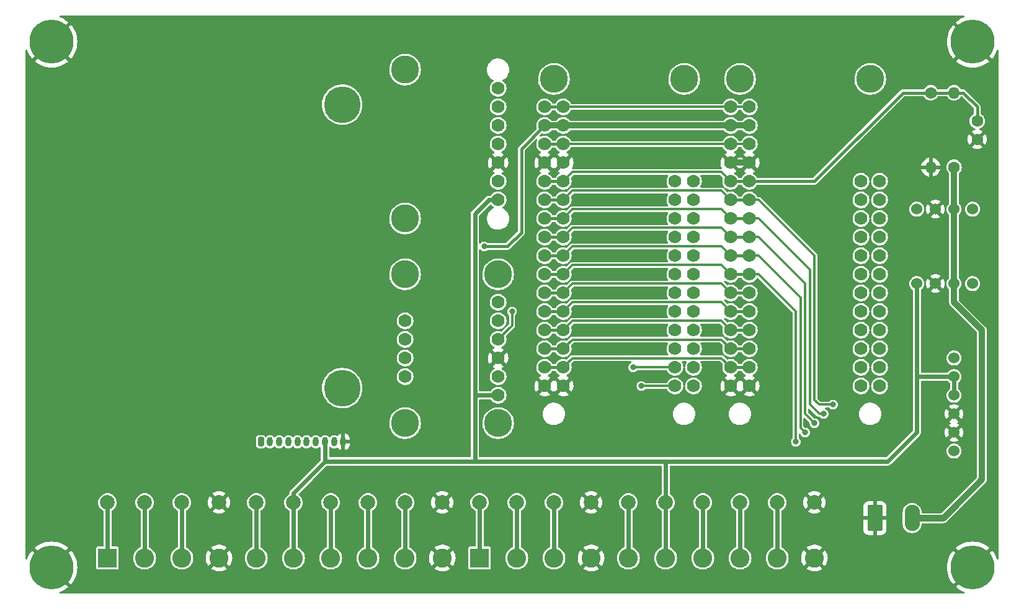
<source format=gtl>
G04 #@! TF.GenerationSoftware,KiCad,Pcbnew,(6.0.5-0)*
G04 #@! TF.CreationDate,2022-09-02T11:49:06-04:00*
G04 #@! TF.ProjectId,Cryologger AWS,4372796f-6c6f-4676-9765-72204157532e,rev?*
G04 #@! TF.SameCoordinates,Original*
G04 #@! TF.FileFunction,Copper,L1,Top*
G04 #@! TF.FilePolarity,Positive*
%FSLAX46Y46*%
G04 Gerber Fmt 4.6, Leading zero omitted, Abs format (unit mm)*
G04 Created by KiCad (PCBNEW (6.0.5-0)) date 2022-09-02 11:49:06*
%MOMM*%
%LPD*%
G01*
G04 APERTURE LIST*
G04 Aperture macros list*
%AMRoundRect*
0 Rectangle with rounded corners*
0 $1 Rounding radius*
0 $2 $3 $4 $5 $6 $7 $8 $9 X,Y pos of 4 corners*
0 Add a 4 corners polygon primitive as box body*
4,1,4,$2,$3,$4,$5,$6,$7,$8,$9,$2,$3,0*
0 Add four circle primitives for the rounded corners*
1,1,$1+$1,$2,$3*
1,1,$1+$1,$4,$5*
1,1,$1+$1,$6,$7*
1,1,$1+$1,$8,$9*
0 Add four rect primitives between the rounded corners*
20,1,$1+$1,$2,$3,$4,$5,0*
20,1,$1+$1,$4,$5,$6,$7,0*
20,1,$1+$1,$6,$7,$8,$9,0*
20,1,$1+$1,$8,$9,$2,$3,0*%
G04 Aperture macros list end*
G04 #@! TA.AperFunction,ComponentPad*
%ADD10C,2.600000*%
G04 #@! TD*
G04 #@! TA.AperFunction,ComponentPad*
%ADD11R,2.600000X2.600000*%
G04 #@! TD*
G04 #@! TA.AperFunction,ComponentPad*
%ADD12C,2.000000*%
G04 #@! TD*
G04 #@! TA.AperFunction,ComponentPad*
%ADD13C,6.000000*%
G04 #@! TD*
G04 #@! TA.AperFunction,ComponentPad*
%ADD14C,1.778000*%
G04 #@! TD*
G04 #@! TA.AperFunction,ComponentPad*
%ADD15C,3.810000*%
G04 #@! TD*
G04 #@! TA.AperFunction,ComponentPad*
%ADD16O,0.800000X1.300000*%
G04 #@! TD*
G04 #@! TA.AperFunction,ComponentPad*
%ADD17RoundRect,0.200000X-0.200000X-0.450000X0.200000X-0.450000X0.200000X0.450000X-0.200000X0.450000X0*%
G04 #@! TD*
G04 #@! TA.AperFunction,ComponentPad*
%ADD18C,1.600000*%
G04 #@! TD*
G04 #@! TA.AperFunction,ComponentPad*
%ADD19O,1.600000X1.600000*%
G04 #@! TD*
G04 #@! TA.AperFunction,ComponentPad*
%ADD20C,4.999990*%
G04 #@! TD*
G04 #@! TA.AperFunction,ComponentPad*
%ADD21RoundRect,0.249999X-0.790001X-1.550001X0.790001X-1.550001X0.790001X1.550001X-0.790001X1.550001X0*%
G04 #@! TD*
G04 #@! TA.AperFunction,ComponentPad*
%ADD22O,2.080000X3.600000*%
G04 #@! TD*
G04 #@! TA.AperFunction,WasherPad*
%ADD23C,3.810000*%
G04 #@! TD*
G04 #@! TA.AperFunction,ComponentPad*
%ADD24C,1.524000*%
G04 #@! TD*
G04 #@! TA.AperFunction,ViaPad*
%ADD25C,0.800000*%
G04 #@! TD*
G04 #@! TA.AperFunction,Conductor*
%ADD26C,0.609600*%
G04 #@! TD*
G04 #@! TA.AperFunction,Conductor*
%ADD27C,0.812800*%
G04 #@! TD*
G04 #@! TA.AperFunction,Conductor*
%ADD28C,0.304800*%
G04 #@! TD*
G04 #@! TA.AperFunction,Conductor*
%ADD29C,0.406400*%
G04 #@! TD*
G04 APERTURE END LIST*
D10*
X195580000Y-131445000D03*
X190500000Y-131445000D03*
X185420000Y-131445000D03*
X180340000Y-131445000D03*
X175260000Y-131445000D03*
X170180000Y-131445000D03*
X165100000Y-131445000D03*
X160020000Y-131445000D03*
X154940000Y-131445000D03*
D11*
X149860000Y-131445000D03*
D12*
X99060000Y-123849000D03*
X104140000Y-123849000D03*
X109220000Y-123849000D03*
X114300000Y-123849000D03*
X119380000Y-123849000D03*
X124460000Y-123849000D03*
X129540000Y-123849000D03*
X134620000Y-123849000D03*
X139700000Y-123849000D03*
X144780000Y-123849000D03*
X149860000Y-123849000D03*
X154940000Y-123849000D03*
X160020000Y-123849000D03*
X165100000Y-123849000D03*
X170180000Y-123849000D03*
X175260000Y-123849000D03*
X180340000Y-123849000D03*
X185420000Y-123849000D03*
X190500000Y-123849000D03*
X195580000Y-123849000D03*
D10*
X144780000Y-131445000D03*
X139700000Y-131445000D03*
X134620000Y-131445000D03*
X129540000Y-131445000D03*
X124460000Y-131445000D03*
X119380000Y-131445000D03*
X114300000Y-131445000D03*
X109220000Y-131445000D03*
X104140000Y-131445000D03*
D11*
X99060000Y-131445000D03*
D13*
X91440000Y-60960000D03*
D14*
X176530000Y-107950000D03*
X179070000Y-107950000D03*
X176530000Y-105410000D03*
X179070000Y-105410000D03*
X179070000Y-102870000D03*
X176530000Y-102870000D03*
X176530000Y-100330000D03*
X179070000Y-100330000D03*
X179070000Y-97790000D03*
X176530000Y-97790000D03*
X179070000Y-95250000D03*
X176530000Y-95250000D03*
X176530000Y-92710000D03*
X179070000Y-92710000D03*
X176530000Y-90170000D03*
X179070000Y-90170000D03*
X179070000Y-87630000D03*
X176530000Y-87630000D03*
X179070000Y-85090000D03*
X176530000Y-85090000D03*
X179070000Y-82550000D03*
X176530000Y-82550000D03*
X179070000Y-80010000D03*
X176530000Y-80010000D03*
X158750000Y-107950000D03*
X161290000Y-107950000D03*
X158750000Y-105410000D03*
X161290000Y-105410000D03*
X158750000Y-102870000D03*
X161290000Y-102870000D03*
X161290000Y-100330000D03*
X158750000Y-100330000D03*
X161290000Y-97790000D03*
X158750000Y-97790000D03*
X161290000Y-95250000D03*
X158750000Y-95250000D03*
X158750000Y-92710000D03*
X161290000Y-92710000D03*
X161290000Y-90170000D03*
X158750000Y-90170000D03*
X161290000Y-87630000D03*
X158750000Y-87630000D03*
X161290000Y-85090000D03*
X158750000Y-85090000D03*
X158750000Y-82550000D03*
X161290000Y-82550000D03*
X161290000Y-80010000D03*
X158750000Y-80010000D03*
X161290000Y-77470000D03*
X158750000Y-77470000D03*
X158750000Y-74930000D03*
X161290000Y-74930000D03*
X161290000Y-72390000D03*
X158750000Y-72390000D03*
X161290000Y-69850000D03*
X158750000Y-69850000D03*
D15*
X177800000Y-66040000D03*
X160020000Y-66040000D03*
D13*
X217170000Y-132715000D03*
X217170000Y-60960000D03*
D14*
X201930000Y-107950000D03*
X204470000Y-107950000D03*
X201930000Y-105410000D03*
X204470000Y-105410000D03*
X201930000Y-102870000D03*
X204470000Y-102870000D03*
X204470000Y-100330000D03*
X201930000Y-100330000D03*
X201930000Y-97790000D03*
X204470000Y-97790000D03*
X204470000Y-95250000D03*
X201930000Y-95250000D03*
X201930000Y-92710000D03*
X204470000Y-92710000D03*
X201930000Y-90170000D03*
X204470000Y-90170000D03*
X204470000Y-87630000D03*
X201930000Y-87630000D03*
X204470000Y-85090000D03*
X201930000Y-85090000D03*
X201930000Y-82550000D03*
X204470000Y-82550000D03*
X201930000Y-80010000D03*
X204470000Y-80010000D03*
X184150000Y-107950000D03*
X186690000Y-107950000D03*
X184150000Y-105410000D03*
X186690000Y-105410000D03*
X184150000Y-102870000D03*
X186690000Y-102870000D03*
X184150000Y-100330000D03*
X186690000Y-100330000D03*
X186690000Y-97790000D03*
X184150000Y-97790000D03*
X186690000Y-95250000D03*
X184150000Y-95250000D03*
X184150000Y-92710000D03*
X186690000Y-92710000D03*
X184150000Y-90170000D03*
X186690000Y-90170000D03*
X184150000Y-87630000D03*
X186690000Y-87630000D03*
X186690000Y-85090000D03*
X184150000Y-85090000D03*
X186690000Y-82550000D03*
X184150000Y-82550000D03*
X186690000Y-80010000D03*
X184150000Y-80010000D03*
X186690000Y-77470000D03*
X184150000Y-77470000D03*
X186690000Y-74930000D03*
X184150000Y-74930000D03*
X184150000Y-72390000D03*
X186690000Y-72390000D03*
X184150000Y-69850000D03*
X186690000Y-69850000D03*
D15*
X203200000Y-66040000D03*
X185420000Y-66040000D03*
D16*
X131265000Y-115570000D03*
X130015000Y-115570000D03*
X128765000Y-115570000D03*
X127515000Y-115570000D03*
X126265000Y-115570000D03*
X125015000Y-115570000D03*
X123765000Y-115570000D03*
X122515000Y-115570000D03*
X121265000Y-115570000D03*
D17*
X120015000Y-115570000D03*
D13*
X91440000Y-132715000D03*
D18*
X214630000Y-78085000D03*
D19*
X214630000Y-67925000D03*
D18*
X217805000Y-71775000D03*
X217805000Y-74275000D03*
D20*
X131110000Y-108250000D03*
X131110000Y-69550000D03*
D18*
X211455000Y-67925000D03*
D19*
X211455000Y-78085000D03*
D21*
X203835000Y-125984000D03*
D22*
X208915000Y-125984000D03*
D14*
X139700000Y-99060000D03*
X139700000Y-101600000D03*
X139700000Y-104140000D03*
X139700000Y-106680000D03*
X152400000Y-96520000D03*
X152400000Y-99060000D03*
X152400000Y-101600000D03*
X152400000Y-104140000D03*
X152400000Y-106680000D03*
X152400000Y-109220000D03*
D23*
X152400000Y-92710000D03*
X139700000Y-92710000D03*
X152400000Y-113030000D03*
X139700000Y-113030000D03*
D14*
X152400000Y-67310000D03*
X152400000Y-69850000D03*
X152400000Y-72390000D03*
X152400000Y-74930000D03*
X152400000Y-77470000D03*
X152400000Y-80010000D03*
X152400000Y-82550000D03*
D23*
X139700000Y-64770000D03*
X139700000Y-85090000D03*
D24*
X209550000Y-83820000D03*
X212090000Y-83820000D03*
X214630000Y-83820000D03*
X217170000Y-83820000D03*
X209550000Y-93980000D03*
X212090000Y-93980000D03*
X214630000Y-93980000D03*
X217170000Y-93980000D03*
X214630000Y-116840000D03*
X214630000Y-111760000D03*
X214630000Y-114300000D03*
X214630000Y-109220000D03*
X214630000Y-106680000D03*
X214630000Y-104140000D03*
D25*
X154940000Y-121920000D03*
X182880000Y-124460000D03*
X142240000Y-124460000D03*
X198120000Y-110490000D03*
X196850000Y-111760000D03*
X195580000Y-113030000D03*
X150495000Y-88900000D03*
X194310000Y-114300000D03*
X193040000Y-115570000D03*
X200025000Y-111125000D03*
X154305000Y-97790000D03*
X170815000Y-105410000D03*
X171958000Y-107950000D03*
X111760000Y-68580000D03*
X144145000Y-135255000D03*
X131445000Y-88900000D03*
X146050000Y-81915000D03*
X181610000Y-60325000D03*
X168910000Y-77470000D03*
X111760000Y-111125000D03*
X207010000Y-88900000D03*
X99695000Y-115570000D03*
X168910000Y-100330000D03*
X165100000Y-135255000D03*
X181610000Y-100330000D03*
X123825000Y-135255000D03*
X91440000Y-68580000D03*
X208280000Y-73025000D03*
X168910000Y-107950000D03*
X176167624Y-115725724D03*
X205740000Y-132080000D03*
X189865000Y-111125000D03*
X156210000Y-60325000D03*
X218440000Y-78105000D03*
X168910000Y-92710000D03*
X135255000Y-114935000D03*
X219075000Y-88900000D03*
X190500000Y-135255000D03*
X194310000Y-85090000D03*
X133985000Y-135255000D03*
X181610000Y-80010000D03*
X214630000Y-73660000D03*
X90170000Y-123825000D03*
X219710000Y-107950000D03*
X205740000Y-60325000D03*
X101600000Y-133985000D03*
X207645000Y-107950000D03*
X91440000Y-88900000D03*
X180340000Y-135255000D03*
X111125000Y-123825000D03*
X168910000Y-85090000D03*
X111760000Y-88900000D03*
X194310000Y-66675000D03*
X146050000Y-112395000D03*
X146050000Y-95250000D03*
X194310000Y-77470000D03*
X154940000Y-135255000D03*
X91440000Y-109220000D03*
X146050000Y-67310000D03*
X168910000Y-66675000D03*
D26*
X214630000Y-106680000D02*
X214630000Y-109220000D01*
X149085000Y-118250000D02*
X175120000Y-118250000D01*
X175260000Y-123849000D02*
X175260000Y-118390000D01*
X175120000Y-118250000D02*
X205600000Y-118250000D01*
X175260000Y-118390000D02*
X175120000Y-118250000D01*
X128765000Y-118250000D02*
X149085000Y-118250000D01*
X149225000Y-109220000D02*
X149225000Y-118110000D01*
X149225000Y-118110000D02*
X149085000Y-118250000D01*
X205600000Y-118250000D02*
X209550000Y-114300000D01*
D27*
X214662500Y-124492500D02*
X218440000Y-120715000D01*
X214662500Y-124492500D02*
X213171000Y-125984000D01*
X213138500Y-126016500D02*
X214662500Y-124492500D01*
X213171000Y-125984000D02*
X208915000Y-125984000D01*
D26*
X124460000Y-123849000D02*
X124460000Y-122555000D01*
D27*
X213138500Y-126016500D02*
X208915000Y-126016500D01*
D28*
X196215000Y-110490000D02*
X198120000Y-110490000D01*
X196215000Y-111760000D02*
X196850000Y-111760000D01*
X194310000Y-111760000D02*
X195580000Y-113030000D01*
D27*
X218440000Y-100330000D02*
X218440000Y-120715000D01*
D29*
X153670000Y-88900000D02*
X150495000Y-88900000D01*
X155575000Y-86995000D02*
X153670000Y-88900000D01*
X155575000Y-75565000D02*
X155575000Y-86995000D01*
D28*
X195580000Y-109855000D02*
X196215000Y-110490000D01*
X194945000Y-110490000D02*
X196215000Y-111760000D01*
X194945000Y-92075000D02*
X194945000Y-110490000D01*
X194310000Y-93980000D02*
X194310000Y-111760000D01*
X193675000Y-113665000D02*
X194310000Y-114300000D01*
X193040000Y-97790000D02*
X193040000Y-115570000D01*
D27*
X214630000Y-96520000D02*
X218440000Y-100330000D01*
X214630000Y-93980000D02*
X214630000Y-96520000D01*
D29*
X158750000Y-72390000D02*
X155575000Y-75565000D01*
D28*
X195580000Y-90170000D02*
X195580000Y-109855000D01*
X187960000Y-85090000D02*
X194945000Y-92075000D01*
X187960000Y-87630000D02*
X194310000Y-93980000D01*
X193675000Y-95885000D02*
X193675000Y-113665000D01*
X187960000Y-90170000D02*
X193675000Y-95885000D01*
X187960000Y-92710000D02*
X193040000Y-97790000D01*
X187960000Y-82550000D02*
X195580000Y-90170000D01*
X186690000Y-85090000D02*
X187960000Y-85090000D01*
X186690000Y-87630000D02*
X187960000Y-87630000D01*
X186690000Y-90170000D02*
X187960000Y-90170000D01*
X186690000Y-92710000D02*
X187960000Y-92710000D01*
X186690000Y-82550000D02*
X187960000Y-82550000D01*
D26*
X128765000Y-118250000D02*
X128765000Y-115570000D01*
X124460000Y-122555000D02*
X128765000Y-118250000D01*
X99060000Y-131421000D02*
X99060000Y-123825000D01*
X104140000Y-123825000D02*
X104140000Y-131421000D01*
X109220000Y-131421000D02*
X109220000Y-123825000D01*
X119380000Y-123825000D02*
X119380000Y-131421000D01*
X124460000Y-131421000D02*
X124460000Y-123825000D01*
X129540000Y-123825000D02*
X129540000Y-131421000D01*
X134620000Y-131421000D02*
X134620000Y-123825000D01*
X139700000Y-131421000D02*
X139700000Y-123825000D01*
X149860000Y-123825000D02*
X149860000Y-131421000D01*
X154940000Y-131421000D02*
X154940000Y-123825000D01*
X160020000Y-123825000D02*
X160020000Y-131421000D01*
X170180000Y-124484000D02*
X170180000Y-132080000D01*
X175260000Y-131421000D02*
X175260000Y-123825000D01*
X180340000Y-123825000D02*
X180340000Y-131421000D01*
X185420000Y-131421000D02*
X185420000Y-123825000D01*
X190500000Y-131421000D02*
X190500000Y-123825000D01*
D28*
X154305000Y-99695000D02*
X152400000Y-101600000D01*
X176530000Y-105410000D02*
X170815000Y-105410000D01*
X154305000Y-97790000D02*
X154305000Y-99695000D01*
X176530000Y-107950000D02*
X171958000Y-107950000D01*
X161290000Y-69850000D02*
X184150000Y-69850000D01*
X184150000Y-69850000D02*
X186690000Y-69850000D01*
D29*
X158750000Y-69850000D02*
X161290000Y-69850000D01*
X158750000Y-74930000D02*
X161290000Y-74930000D01*
D28*
X184150000Y-74930000D02*
X186690000Y-74930000D01*
X161290000Y-74930000D02*
X184150000Y-74930000D01*
X162560000Y-93980000D02*
X182880000Y-93980000D01*
D29*
X158750000Y-95250000D02*
X161290000Y-95250000D01*
D28*
X161290000Y-95250000D02*
X162560000Y-93980000D01*
D29*
X184150000Y-95250000D02*
X186690000Y-95250000D01*
D28*
X182880000Y-93980000D02*
X184150000Y-95250000D01*
D29*
X158750000Y-97790000D02*
X161290000Y-97790000D01*
X184150000Y-97790000D02*
X186690000Y-97790000D01*
D28*
X161290000Y-97790000D02*
X162560000Y-96520000D01*
X182880000Y-96520000D02*
X184150000Y-97790000D01*
X162560000Y-96520000D02*
X182880000Y-96520000D01*
X162560000Y-99060000D02*
X182880000Y-99060000D01*
D29*
X184150000Y-100330000D02*
X186690000Y-100330000D01*
D28*
X161290000Y-100330000D02*
X162560000Y-99060000D01*
D29*
X158750000Y-100330000D02*
X161290000Y-100330000D01*
D28*
X182880000Y-99060000D02*
X184150000Y-100330000D01*
X162531401Y-101628599D02*
X161290000Y-102870000D01*
X184150000Y-102870000D02*
X182908599Y-101628599D01*
X182908599Y-101628599D02*
X162531401Y-101628599D01*
D29*
X186690000Y-102870000D02*
X184150000Y-102870000D01*
X161290000Y-102870000D02*
X158750000Y-102870000D01*
D28*
X182908599Y-104168599D02*
X162531401Y-104168599D01*
X162531401Y-104168599D02*
X161290000Y-105410000D01*
D29*
X161290000Y-105410000D02*
X158750000Y-105410000D01*
X186690000Y-105410000D02*
X184150000Y-105410000D01*
D28*
X184150000Y-105410000D02*
X182908599Y-104168599D01*
X162560000Y-81280000D02*
X182880000Y-81280000D01*
X182880000Y-81280000D02*
X184150000Y-82550000D01*
X161290000Y-82550000D02*
X162560000Y-81280000D01*
D29*
X184150000Y-82550000D02*
X186690000Y-82550000D01*
X158750000Y-82550000D02*
X161290000Y-82550000D01*
X214630000Y-67925000D02*
X215880000Y-67925000D01*
X211455000Y-67925000D02*
X214630000Y-67925000D01*
X184150000Y-80010000D02*
X186690000Y-80010000D01*
X158750000Y-80010000D02*
X161290000Y-80010000D01*
X217805000Y-69850000D02*
X217805000Y-71775000D01*
X186690000Y-80010000D02*
X195580000Y-80010000D01*
D28*
X162560000Y-78740000D02*
X182880000Y-78740000D01*
D29*
X207645000Y-67945000D02*
X207665000Y-67925000D01*
D28*
X161290000Y-80010000D02*
X162560000Y-78740000D01*
X182880000Y-78740000D02*
X184150000Y-80010000D01*
D29*
X195580000Y-80010000D02*
X207645000Y-67945000D01*
X207665000Y-67925000D02*
X211455000Y-67925000D01*
X215880000Y-67925000D02*
X217805000Y-69850000D01*
X184150000Y-85090000D02*
X186690000Y-85090000D01*
X158750000Y-85090000D02*
X161290000Y-85090000D01*
D28*
X182880000Y-83820000D02*
X184150000Y-85090000D01*
X162560000Y-83820000D02*
X182880000Y-83820000D01*
X161290000Y-85090000D02*
X162560000Y-83820000D01*
D29*
X184150000Y-87630000D02*
X186690000Y-87630000D01*
X158750000Y-87630000D02*
X161290000Y-87630000D01*
D28*
X182880000Y-86360000D02*
X184150000Y-87630000D01*
X162560000Y-86360000D02*
X182880000Y-86360000D01*
X161290000Y-87630000D02*
X162560000Y-86360000D01*
D27*
X184150000Y-77470000D02*
X186690000Y-77470000D01*
X214630000Y-83820000D02*
X214630000Y-93980000D01*
X214630000Y-83820000D02*
X214630000Y-78085000D01*
D26*
X209550000Y-106680000D02*
X214630000Y-106680000D01*
X149225000Y-109220000D02*
X149225000Y-84467765D01*
X151142765Y-82550000D02*
X152400000Y-82550000D01*
X149225000Y-109220000D02*
X152400000Y-109220000D01*
X149225000Y-84467765D02*
X151142765Y-82550000D01*
X209550000Y-93980000D02*
X209550000Y-106680000D01*
X209550000Y-114300000D02*
X209550000Y-106680000D01*
D27*
X161290000Y-72390000D02*
X158750000Y-72390000D01*
X184150000Y-72390000D02*
X186690000Y-72390000D01*
X184150000Y-72390000D02*
X161290000Y-72390000D01*
D28*
X162560000Y-88900000D02*
X182880000Y-88900000D01*
D29*
X184150000Y-90170000D02*
X186690000Y-90170000D01*
D28*
X161290000Y-90170000D02*
X162560000Y-88900000D01*
X182880000Y-88900000D02*
X184150000Y-90170000D01*
D29*
X158750000Y-90170000D02*
X161290000Y-90170000D01*
D28*
X161290000Y-92710000D02*
X162560000Y-91440000D01*
D29*
X158750000Y-92710000D02*
X161290000Y-92710000D01*
X184150000Y-92710000D02*
X186690000Y-92710000D01*
D28*
X182880000Y-91440000D02*
X184150000Y-92710000D01*
X162560000Y-91440000D02*
X182880000Y-91440000D01*
G04 #@! TA.AperFunction,Conductor*
G36*
X216031858Y-57424502D02*
G01*
X216078351Y-57478158D01*
X216088455Y-57548432D01*
X216058961Y-57613012D01*
X216008892Y-57648131D01*
X215744286Y-57749704D01*
X215738275Y-57752380D01*
X215416532Y-57916317D01*
X215410823Y-57919613D01*
X215107984Y-58116279D01*
X215102662Y-58120146D01*
X214888366Y-58293678D01*
X214879900Y-58305933D01*
X214886234Y-58317024D01*
X219812110Y-63242900D01*
X219825186Y-63250040D01*
X219835554Y-63242582D01*
X220009854Y-63027338D01*
X220013721Y-63022016D01*
X220210387Y-62719177D01*
X220213683Y-62713468D01*
X220377620Y-62391725D01*
X220380296Y-62385714D01*
X220481869Y-62121108D01*
X220524955Y-62064680D01*
X220591708Y-62040504D01*
X220660936Y-62056255D01*
X220710657Y-62106933D01*
X220725500Y-62166263D01*
X220725500Y-131508737D01*
X220705498Y-131576858D01*
X220651842Y-131623351D01*
X220581568Y-131633455D01*
X220516988Y-131603961D01*
X220481869Y-131553892D01*
X220380296Y-131289286D01*
X220377620Y-131283275D01*
X220213683Y-130961532D01*
X220210387Y-130955823D01*
X220013721Y-130652984D01*
X220009854Y-130647662D01*
X219836322Y-130433366D01*
X219824067Y-130424900D01*
X219812976Y-130431234D01*
X214887100Y-135357110D01*
X214879960Y-135370186D01*
X214887418Y-135380554D01*
X215102662Y-135554854D01*
X215107984Y-135558721D01*
X215410823Y-135755387D01*
X215416532Y-135758683D01*
X215738275Y-135922620D01*
X215744286Y-135925296D01*
X216008892Y-136026869D01*
X216065320Y-136069955D01*
X216089496Y-136136708D01*
X216073745Y-136205936D01*
X216023067Y-136255657D01*
X215963737Y-136270500D01*
X92646263Y-136270500D01*
X92578142Y-136250498D01*
X92531649Y-136196842D01*
X92521545Y-136126568D01*
X92551039Y-136061988D01*
X92601108Y-136026869D01*
X92865714Y-135925296D01*
X92871725Y-135922620D01*
X93193468Y-135758683D01*
X93199177Y-135755387D01*
X93502016Y-135558721D01*
X93507338Y-135554854D01*
X93721634Y-135381322D01*
X93730100Y-135369067D01*
X93723766Y-135357976D01*
X91081922Y-132716132D01*
X91804408Y-132716132D01*
X91804539Y-132717965D01*
X91808790Y-132724580D01*
X94082110Y-134997900D01*
X94095186Y-135005040D01*
X94105554Y-134997582D01*
X94279854Y-134782338D01*
X94283721Y-134777016D01*
X94480387Y-134474177D01*
X94483683Y-134468468D01*
X94647620Y-134146725D01*
X94650296Y-134140714D01*
X94779700Y-133803605D01*
X94781740Y-133797328D01*
X94875198Y-133448537D01*
X94876567Y-133442099D01*
X94933055Y-133085440D01*
X94933743Y-133078896D01*
X94952641Y-132718301D01*
X94952641Y-132711699D01*
X94933743Y-132351104D01*
X94933055Y-132344560D01*
X94876567Y-131987901D01*
X94875198Y-131981463D01*
X94781740Y-131632672D01*
X94779700Y-131626395D01*
X94650296Y-131289286D01*
X94647620Y-131283275D01*
X94483683Y-130961532D01*
X94480387Y-130955823D01*
X94283721Y-130652984D01*
X94279854Y-130647662D01*
X94106322Y-130433366D01*
X94094067Y-130424900D01*
X94082976Y-130431234D01*
X91812022Y-132702188D01*
X91804408Y-132716132D01*
X91081922Y-132716132D01*
X88797890Y-130432100D01*
X88784814Y-130424960D01*
X88774446Y-130432418D01*
X88600146Y-130647662D01*
X88596279Y-130652984D01*
X88399613Y-130955823D01*
X88396317Y-130961532D01*
X88232380Y-131283275D01*
X88229704Y-131289286D01*
X88128131Y-131553892D01*
X88085045Y-131610320D01*
X88018292Y-131634496D01*
X87949064Y-131618745D01*
X87899343Y-131568067D01*
X87884500Y-131508737D01*
X87884500Y-130060933D01*
X89149900Y-130060933D01*
X89156234Y-130072024D01*
X91427188Y-132342978D01*
X91441132Y-132350592D01*
X91442965Y-132350461D01*
X91449580Y-132346210D01*
X93675857Y-130119933D01*
X97505500Y-130119933D01*
X97505501Y-132770066D01*
X97520266Y-132844301D01*
X97527161Y-132854620D01*
X97527162Y-132854622D01*
X97550739Y-132889906D01*
X97576516Y-132928484D01*
X97660699Y-132984734D01*
X97734933Y-132999500D01*
X99059785Y-132999500D01*
X100385066Y-132999499D01*
X100420818Y-132992388D01*
X100447126Y-132987156D01*
X100447128Y-132987155D01*
X100459301Y-132984734D01*
X100469621Y-132977839D01*
X100469622Y-132977838D01*
X100533168Y-132935377D01*
X100543484Y-132928484D01*
X100599734Y-132844301D01*
X100614500Y-132770067D01*
X100614499Y-131445000D01*
X102580693Y-131445000D01*
X102599891Y-131688929D01*
X102657011Y-131926852D01*
X102750647Y-132152911D01*
X102878494Y-132361538D01*
X103037403Y-132547597D01*
X103223462Y-132706506D01*
X103432089Y-132834353D01*
X103436659Y-132836246D01*
X103436663Y-132836248D01*
X103653575Y-132926095D01*
X103658148Y-132927989D01*
X103740452Y-132947748D01*
X103891258Y-132983954D01*
X103891264Y-132983955D01*
X103896071Y-132985109D01*
X104140000Y-133004307D01*
X104383929Y-132985109D01*
X104388736Y-132983955D01*
X104388742Y-132983954D01*
X104539548Y-132947748D01*
X104621852Y-132927989D01*
X104626425Y-132926095D01*
X104843337Y-132836248D01*
X104843341Y-132836246D01*
X104847911Y-132834353D01*
X105056538Y-132706506D01*
X105242597Y-132547597D01*
X105401506Y-132361538D01*
X105529353Y-132152911D01*
X105622989Y-131926852D01*
X105680109Y-131688929D01*
X105699307Y-131445000D01*
X107660693Y-131445000D01*
X107679891Y-131688929D01*
X107737011Y-131926852D01*
X107830647Y-132152911D01*
X107958494Y-132361538D01*
X108117403Y-132547597D01*
X108303462Y-132706506D01*
X108512089Y-132834353D01*
X108516659Y-132836246D01*
X108516663Y-132836248D01*
X108733575Y-132926095D01*
X108738148Y-132927989D01*
X108820452Y-132947748D01*
X108971258Y-132983954D01*
X108971264Y-132983955D01*
X108976071Y-132985109D01*
X109220000Y-133004307D01*
X109463929Y-132985109D01*
X109468736Y-132983955D01*
X109468742Y-132983954D01*
X109619548Y-132947748D01*
X109701852Y-132927989D01*
X109706425Y-132926095D01*
X109793794Y-132889906D01*
X113219839Y-132889906D01*
X113228553Y-132901427D01*
X113335452Y-132979809D01*
X113343351Y-132984745D01*
X113572905Y-133105519D01*
X113581454Y-133109236D01*
X113826327Y-133194749D01*
X113835336Y-133197163D01*
X114090166Y-133245544D01*
X114099423Y-133246598D01*
X114358607Y-133256783D01*
X114367921Y-133256457D01*
X114625753Y-133228220D01*
X114634930Y-133226519D01*
X114885758Y-133160481D01*
X114894574Y-133157445D01*
X115132880Y-133055062D01*
X115141167Y-133050748D01*
X115361718Y-132914266D01*
X115369268Y-132908780D01*
X115374559Y-132904301D01*
X115382997Y-132891497D01*
X115376935Y-132881145D01*
X114312812Y-131817022D01*
X114298868Y-131809408D01*
X114297035Y-131809539D01*
X114290420Y-131813790D01*
X113226497Y-132877713D01*
X113219839Y-132889906D01*
X109793794Y-132889906D01*
X109923337Y-132836248D01*
X109923341Y-132836246D01*
X109927911Y-132834353D01*
X110136538Y-132706506D01*
X110322597Y-132547597D01*
X110481506Y-132361538D01*
X110609353Y-132152911D01*
X110702989Y-131926852D01*
X110760109Y-131688929D01*
X110779307Y-131445000D01*
X110775939Y-131402211D01*
X112487775Y-131402211D01*
X112500220Y-131661288D01*
X112501356Y-131670543D01*
X112551961Y-131924945D01*
X112554449Y-131933917D01*
X112642095Y-132178033D01*
X112645895Y-132186568D01*
X112768658Y-132415042D01*
X112773666Y-132422904D01*
X112843720Y-132516716D01*
X112854979Y-132525165D01*
X112867397Y-132518393D01*
X113927978Y-131457812D01*
X113934356Y-131446132D01*
X114664408Y-131446132D01*
X114664539Y-131447965D01*
X114668790Y-131454580D01*
X115736094Y-132521884D01*
X115748474Y-132528644D01*
X115756815Y-132522400D01*
X115890832Y-132314048D01*
X115895275Y-132305864D01*
X116001807Y-132069370D01*
X116004997Y-132060605D01*
X116075402Y-131810972D01*
X116077262Y-131801830D01*
X116110187Y-131543019D01*
X116110668Y-131536733D01*
X116112987Y-131448160D01*
X116112911Y-131445000D01*
X117820693Y-131445000D01*
X117839891Y-131688929D01*
X117897011Y-131926852D01*
X117990647Y-132152911D01*
X118118494Y-132361538D01*
X118277403Y-132547597D01*
X118463462Y-132706506D01*
X118672089Y-132834353D01*
X118676659Y-132836246D01*
X118676663Y-132836248D01*
X118893575Y-132926095D01*
X118898148Y-132927989D01*
X118980452Y-132947748D01*
X119131258Y-132983954D01*
X119131264Y-132983955D01*
X119136071Y-132985109D01*
X119380000Y-133004307D01*
X119623929Y-132985109D01*
X119628736Y-132983955D01*
X119628742Y-132983954D01*
X119779548Y-132947748D01*
X119861852Y-132927989D01*
X119866425Y-132926095D01*
X120083337Y-132836248D01*
X120083341Y-132836246D01*
X120087911Y-132834353D01*
X120296538Y-132706506D01*
X120482597Y-132547597D01*
X120641506Y-132361538D01*
X120769353Y-132152911D01*
X120862989Y-131926852D01*
X120920109Y-131688929D01*
X120939307Y-131445000D01*
X120920109Y-131201071D01*
X120913240Y-131172457D01*
X120864144Y-130967960D01*
X120862989Y-130963148D01*
X120769353Y-130737089D01*
X120641506Y-130528462D01*
X120482597Y-130342403D01*
X120296538Y-130183494D01*
X120087911Y-130055647D01*
X120083341Y-130053754D01*
X120083337Y-130053752D01*
X120017082Y-130026309D01*
X119961801Y-129981761D01*
X119939300Y-129909900D01*
X119939300Y-125052386D01*
X119959302Y-124984265D01*
X120002299Y-124943267D01*
X120004659Y-124941905D01*
X120009646Y-124939579D01*
X120014155Y-124936422D01*
X120184946Y-124816833D01*
X120184949Y-124816831D01*
X120189457Y-124813674D01*
X120344674Y-124658457D01*
X120470579Y-124478646D01*
X120472902Y-124473664D01*
X120472905Y-124473659D01*
X120544084Y-124321012D01*
X120563347Y-124279703D01*
X120620161Y-124067674D01*
X120639292Y-123849000D01*
X120620161Y-123630326D01*
X120563347Y-123418297D01*
X120519896Y-123325116D01*
X120472905Y-123224341D01*
X120472902Y-123224336D01*
X120470579Y-123219354D01*
X120344674Y-123039543D01*
X120189457Y-122884326D01*
X120184949Y-122881169D01*
X120184946Y-122881167D01*
X120014155Y-122761578D01*
X120014153Y-122761577D01*
X120009646Y-122758421D01*
X120004664Y-122756098D01*
X120004659Y-122756095D01*
X119886797Y-122701136D01*
X119810703Y-122665653D01*
X119598674Y-122608839D01*
X119380000Y-122589708D01*
X119161326Y-122608839D01*
X118949297Y-122665653D01*
X118873203Y-122701136D01*
X118755341Y-122756095D01*
X118755336Y-122756098D01*
X118750354Y-122758421D01*
X118745847Y-122761577D01*
X118745845Y-122761578D01*
X118575054Y-122881167D01*
X118575051Y-122881169D01*
X118570543Y-122884326D01*
X118415326Y-123039543D01*
X118289421Y-123219354D01*
X118287098Y-123224336D01*
X118287095Y-123224341D01*
X118240104Y-123325116D01*
X118196653Y-123418297D01*
X118139839Y-123630326D01*
X118120708Y-123849000D01*
X118139839Y-124067674D01*
X118196653Y-124279703D01*
X118215916Y-124321012D01*
X118287095Y-124473659D01*
X118287098Y-124473664D01*
X118289421Y-124478646D01*
X118415326Y-124658457D01*
X118570543Y-124813674D01*
X118575051Y-124816831D01*
X118575054Y-124816833D01*
X118745845Y-124936422D01*
X118750354Y-124939579D01*
X118755341Y-124941905D01*
X118757701Y-124943267D01*
X118806694Y-124994650D01*
X118820700Y-125052386D01*
X118820700Y-129909900D01*
X118800698Y-129978021D01*
X118742918Y-130026309D01*
X118676663Y-130053752D01*
X118676659Y-130053754D01*
X118672089Y-130055647D01*
X118463462Y-130183494D01*
X118277403Y-130342403D01*
X118118494Y-130528462D01*
X117990647Y-130737089D01*
X117897011Y-130963148D01*
X117895856Y-130967960D01*
X117846761Y-131172457D01*
X117839891Y-131201071D01*
X117820693Y-131445000D01*
X116112911Y-131445000D01*
X116112836Y-131441851D01*
X116093501Y-131181663D01*
X116092125Y-131172457D01*
X116034878Y-130919467D01*
X116032154Y-130910556D01*
X115938143Y-130668806D01*
X115934132Y-130660397D01*
X115805422Y-130435202D01*
X115800211Y-130427476D01*
X115756996Y-130372658D01*
X115745071Y-130364187D01*
X115733537Y-130370673D01*
X114672022Y-131432188D01*
X114664408Y-131446132D01*
X113934356Y-131446132D01*
X113935592Y-131443868D01*
X113935461Y-131442035D01*
X113931210Y-131435420D01*
X112865816Y-130370026D01*
X112852507Y-130362758D01*
X112842472Y-130369878D01*
X112826937Y-130388556D01*
X112821531Y-130396135D01*
X112686965Y-130617891D01*
X112682736Y-130626192D01*
X112582432Y-130865389D01*
X112579471Y-130874239D01*
X112515628Y-131125625D01*
X112514006Y-131134822D01*
X112488020Y-131392885D01*
X112487775Y-131402211D01*
X110775939Y-131402211D01*
X110760109Y-131201071D01*
X110753240Y-131172457D01*
X110704144Y-130967960D01*
X110702989Y-130963148D01*
X110609353Y-130737089D01*
X110481506Y-130528462D01*
X110322597Y-130342403D01*
X110136538Y-130183494D01*
X109927911Y-130055647D01*
X109923341Y-130053754D01*
X109923337Y-130053752D01*
X109857082Y-130026309D01*
X109821567Y-129997689D01*
X113217102Y-129997689D01*
X113221675Y-130007465D01*
X114287188Y-131072978D01*
X114301132Y-131080592D01*
X114302965Y-131080461D01*
X114309580Y-131076210D01*
X115374349Y-130011441D01*
X115380733Y-129999751D01*
X115371321Y-129987641D01*
X115224045Y-129885471D01*
X115216010Y-129880738D01*
X114983376Y-129766016D01*
X114974743Y-129762528D01*
X114727703Y-129683450D01*
X114718643Y-129681274D01*
X114462630Y-129639580D01*
X114453343Y-129638768D01*
X114193992Y-129635373D01*
X114184681Y-129635943D01*
X113927682Y-129670919D01*
X113918546Y-129672860D01*
X113669543Y-129745439D01*
X113660800Y-129748707D01*
X113425252Y-129857296D01*
X113417097Y-129861816D01*
X113226240Y-129986947D01*
X113217102Y-129997689D01*
X109821567Y-129997689D01*
X109801801Y-129981761D01*
X109779300Y-129909900D01*
X109779300Y-125081670D01*
X113432160Y-125081670D01*
X113437887Y-125089320D01*
X113609042Y-125194205D01*
X113617837Y-125198687D01*
X113827988Y-125285734D01*
X113837373Y-125288783D01*
X114058554Y-125341885D01*
X114068301Y-125343428D01*
X114295070Y-125361275D01*
X114304930Y-125361275D01*
X114531699Y-125343428D01*
X114541446Y-125341885D01*
X114762627Y-125288783D01*
X114772012Y-125285734D01*
X114982163Y-125198687D01*
X114990958Y-125194205D01*
X115158445Y-125091568D01*
X115167907Y-125081110D01*
X115164124Y-125072334D01*
X114312812Y-124221022D01*
X114298868Y-124213408D01*
X114297035Y-124213539D01*
X114290420Y-124217790D01*
X113438920Y-125069290D01*
X113432160Y-125081670D01*
X109779300Y-125081670D01*
X109779300Y-125052386D01*
X109799302Y-124984265D01*
X109842299Y-124943267D01*
X109844659Y-124941905D01*
X109849646Y-124939579D01*
X109854155Y-124936422D01*
X110024946Y-124816833D01*
X110024949Y-124816831D01*
X110029457Y-124813674D01*
X110184674Y-124658457D01*
X110310579Y-124478646D01*
X110312902Y-124473664D01*
X110312905Y-124473659D01*
X110384084Y-124321012D01*
X110403347Y-124279703D01*
X110460161Y-124067674D01*
X110478861Y-123853930D01*
X112787725Y-123853930D01*
X112805572Y-124080699D01*
X112807115Y-124090446D01*
X112860217Y-124311627D01*
X112863266Y-124321012D01*
X112950313Y-124531163D01*
X112954795Y-124539958D01*
X113057432Y-124707445D01*
X113067890Y-124716907D01*
X113076666Y-124713124D01*
X113927978Y-123861812D01*
X113934356Y-123850132D01*
X114664408Y-123850132D01*
X114664539Y-123851965D01*
X114668790Y-123858580D01*
X115520290Y-124710080D01*
X115532670Y-124716840D01*
X115540320Y-124711113D01*
X115645205Y-124539958D01*
X115649687Y-124531163D01*
X115736734Y-124321012D01*
X115739783Y-124311627D01*
X115792885Y-124090446D01*
X115794428Y-124080699D01*
X115812275Y-123853930D01*
X115812275Y-123844070D01*
X115794428Y-123617301D01*
X115792885Y-123607554D01*
X115739783Y-123386373D01*
X115736734Y-123376988D01*
X115649687Y-123166837D01*
X115645205Y-123158042D01*
X115542568Y-122990555D01*
X115532110Y-122981093D01*
X115523334Y-122984876D01*
X114672022Y-123836188D01*
X114664408Y-123850132D01*
X113934356Y-123850132D01*
X113935592Y-123847868D01*
X113935461Y-123846035D01*
X113931210Y-123839420D01*
X113079710Y-122987920D01*
X113067330Y-122981160D01*
X113059680Y-122986887D01*
X112954795Y-123158042D01*
X112950313Y-123166837D01*
X112863266Y-123376988D01*
X112860217Y-123386373D01*
X112807115Y-123607554D01*
X112805572Y-123617301D01*
X112787725Y-123844070D01*
X112787725Y-123853930D01*
X110478861Y-123853930D01*
X110479292Y-123849000D01*
X110460161Y-123630326D01*
X110403347Y-123418297D01*
X110359896Y-123325116D01*
X110312905Y-123224341D01*
X110312902Y-123224336D01*
X110310579Y-123219354D01*
X110184674Y-123039543D01*
X110029457Y-122884326D01*
X110024949Y-122881169D01*
X110024946Y-122881167D01*
X109854155Y-122761578D01*
X109854153Y-122761577D01*
X109849646Y-122758421D01*
X109844664Y-122756098D01*
X109844659Y-122756095D01*
X109726797Y-122701136D01*
X109650703Y-122665653D01*
X109468720Y-122616890D01*
X113432093Y-122616890D01*
X113435876Y-122625666D01*
X114287188Y-123476978D01*
X114301132Y-123484592D01*
X114302965Y-123484461D01*
X114309580Y-123480210D01*
X115161080Y-122628710D01*
X115167840Y-122616330D01*
X115162113Y-122608680D01*
X114990958Y-122503795D01*
X114982163Y-122499313D01*
X114772012Y-122412266D01*
X114762627Y-122409217D01*
X114541446Y-122356115D01*
X114531699Y-122354572D01*
X114304930Y-122336725D01*
X114295070Y-122336725D01*
X114068301Y-122354572D01*
X114058554Y-122356115D01*
X113837373Y-122409217D01*
X113827988Y-122412266D01*
X113617837Y-122499313D01*
X113609042Y-122503795D01*
X113441555Y-122606432D01*
X113432093Y-122616890D01*
X109468720Y-122616890D01*
X109438674Y-122608839D01*
X109220000Y-122589708D01*
X109001326Y-122608839D01*
X108789297Y-122665653D01*
X108713203Y-122701136D01*
X108595341Y-122756095D01*
X108595336Y-122756098D01*
X108590354Y-122758421D01*
X108585847Y-122761577D01*
X108585845Y-122761578D01*
X108415054Y-122881167D01*
X108415051Y-122881169D01*
X108410543Y-122884326D01*
X108255326Y-123039543D01*
X108129421Y-123219354D01*
X108127098Y-123224336D01*
X108127095Y-123224341D01*
X108080104Y-123325116D01*
X108036653Y-123418297D01*
X107979839Y-123630326D01*
X107960708Y-123849000D01*
X107979839Y-124067674D01*
X108036653Y-124279703D01*
X108055916Y-124321012D01*
X108127095Y-124473659D01*
X108127098Y-124473664D01*
X108129421Y-124478646D01*
X108255326Y-124658457D01*
X108410543Y-124813674D01*
X108415051Y-124816831D01*
X108415054Y-124816833D01*
X108585845Y-124936422D01*
X108590354Y-124939579D01*
X108595341Y-124941905D01*
X108597701Y-124943267D01*
X108646694Y-124994650D01*
X108660700Y-125052386D01*
X108660700Y-129909900D01*
X108640698Y-129978021D01*
X108582918Y-130026309D01*
X108516663Y-130053752D01*
X108516659Y-130053754D01*
X108512089Y-130055647D01*
X108303462Y-130183494D01*
X108117403Y-130342403D01*
X107958494Y-130528462D01*
X107830647Y-130737089D01*
X107737011Y-130963148D01*
X107735856Y-130967960D01*
X107686761Y-131172457D01*
X107679891Y-131201071D01*
X107660693Y-131445000D01*
X105699307Y-131445000D01*
X105680109Y-131201071D01*
X105673240Y-131172457D01*
X105624144Y-130967960D01*
X105622989Y-130963148D01*
X105529353Y-130737089D01*
X105401506Y-130528462D01*
X105242597Y-130342403D01*
X105056538Y-130183494D01*
X104847911Y-130055647D01*
X104843341Y-130053754D01*
X104843337Y-130053752D01*
X104777082Y-130026309D01*
X104721801Y-129981761D01*
X104699300Y-129909900D01*
X104699300Y-125052386D01*
X104719302Y-124984265D01*
X104762299Y-124943267D01*
X104764659Y-124941905D01*
X104769646Y-124939579D01*
X104774155Y-124936422D01*
X104944946Y-124816833D01*
X104944949Y-124816831D01*
X104949457Y-124813674D01*
X105104674Y-124658457D01*
X105230579Y-124478646D01*
X105232902Y-124473664D01*
X105232905Y-124473659D01*
X105304084Y-124321012D01*
X105323347Y-124279703D01*
X105380161Y-124067674D01*
X105399292Y-123849000D01*
X105380161Y-123630326D01*
X105323347Y-123418297D01*
X105279896Y-123325116D01*
X105232905Y-123224341D01*
X105232902Y-123224336D01*
X105230579Y-123219354D01*
X105104674Y-123039543D01*
X104949457Y-122884326D01*
X104944949Y-122881169D01*
X104944946Y-122881167D01*
X104774155Y-122761578D01*
X104774153Y-122761577D01*
X104769646Y-122758421D01*
X104764664Y-122756098D01*
X104764659Y-122756095D01*
X104646797Y-122701136D01*
X104570703Y-122665653D01*
X104358674Y-122608839D01*
X104140000Y-122589708D01*
X103921326Y-122608839D01*
X103709297Y-122665653D01*
X103633203Y-122701136D01*
X103515341Y-122756095D01*
X103515336Y-122756098D01*
X103510354Y-122758421D01*
X103505847Y-122761577D01*
X103505845Y-122761578D01*
X103335054Y-122881167D01*
X103335051Y-122881169D01*
X103330543Y-122884326D01*
X103175326Y-123039543D01*
X103049421Y-123219354D01*
X103047098Y-123224336D01*
X103047095Y-123224341D01*
X103000104Y-123325116D01*
X102956653Y-123418297D01*
X102899839Y-123630326D01*
X102880708Y-123849000D01*
X102899839Y-124067674D01*
X102956653Y-124279703D01*
X102975916Y-124321012D01*
X103047095Y-124473659D01*
X103047098Y-124473664D01*
X103049421Y-124478646D01*
X103175326Y-124658457D01*
X103330543Y-124813674D01*
X103335051Y-124816831D01*
X103335054Y-124816833D01*
X103505845Y-124936422D01*
X103510354Y-124939579D01*
X103515341Y-124941905D01*
X103517701Y-124943267D01*
X103566694Y-124994650D01*
X103580700Y-125052386D01*
X103580700Y-129909900D01*
X103560698Y-129978021D01*
X103502918Y-130026309D01*
X103436663Y-130053752D01*
X103436659Y-130053754D01*
X103432089Y-130055647D01*
X103223462Y-130183494D01*
X103037403Y-130342403D01*
X102878494Y-130528462D01*
X102750647Y-130737089D01*
X102657011Y-130963148D01*
X102655856Y-130967960D01*
X102606761Y-131172457D01*
X102599891Y-131201071D01*
X102580693Y-131445000D01*
X100614499Y-131445000D01*
X100614499Y-130119934D01*
X100602764Y-130060933D01*
X100602156Y-130057874D01*
X100602155Y-130057872D01*
X100599734Y-130045699D01*
X100543484Y-129961516D01*
X100459301Y-129905266D01*
X100385067Y-129890500D01*
X99745300Y-129890500D01*
X99677179Y-129870498D01*
X99630686Y-129816842D01*
X99619300Y-129764500D01*
X99619300Y-125052386D01*
X99639302Y-124984265D01*
X99682299Y-124943267D01*
X99684659Y-124941905D01*
X99689646Y-124939579D01*
X99694155Y-124936422D01*
X99864946Y-124816833D01*
X99864949Y-124816831D01*
X99869457Y-124813674D01*
X100024674Y-124658457D01*
X100150579Y-124478646D01*
X100152902Y-124473664D01*
X100152905Y-124473659D01*
X100224084Y-124321012D01*
X100243347Y-124279703D01*
X100300161Y-124067674D01*
X100319292Y-123849000D01*
X100300161Y-123630326D01*
X100243347Y-123418297D01*
X100199896Y-123325116D01*
X100152905Y-123224341D01*
X100152902Y-123224336D01*
X100150579Y-123219354D01*
X100024674Y-123039543D01*
X99869457Y-122884326D01*
X99864949Y-122881169D01*
X99864946Y-122881167D01*
X99694155Y-122761578D01*
X99694153Y-122761577D01*
X99689646Y-122758421D01*
X99684664Y-122756098D01*
X99684659Y-122756095D01*
X99566797Y-122701136D01*
X99490703Y-122665653D01*
X99278674Y-122608839D01*
X99060000Y-122589708D01*
X98841326Y-122608839D01*
X98629297Y-122665653D01*
X98553203Y-122701136D01*
X98435341Y-122756095D01*
X98435336Y-122756098D01*
X98430354Y-122758421D01*
X98425847Y-122761577D01*
X98425845Y-122761578D01*
X98255054Y-122881167D01*
X98255051Y-122881169D01*
X98250543Y-122884326D01*
X98095326Y-123039543D01*
X97969421Y-123219354D01*
X97967098Y-123224336D01*
X97967095Y-123224341D01*
X97920104Y-123325116D01*
X97876653Y-123418297D01*
X97819839Y-123630326D01*
X97800708Y-123849000D01*
X97819839Y-124067674D01*
X97876653Y-124279703D01*
X97895916Y-124321012D01*
X97967095Y-124473659D01*
X97967098Y-124473664D01*
X97969421Y-124478646D01*
X98095326Y-124658457D01*
X98250543Y-124813674D01*
X98255051Y-124816831D01*
X98255054Y-124816833D01*
X98425845Y-124936422D01*
X98430354Y-124939579D01*
X98435341Y-124941905D01*
X98437701Y-124943267D01*
X98486694Y-124994650D01*
X98500700Y-125052386D01*
X98500700Y-129764501D01*
X98480698Y-129832622D01*
X98427042Y-129879115D01*
X98374700Y-129890501D01*
X97734934Y-129890501D01*
X97699182Y-129897612D01*
X97672874Y-129902844D01*
X97672872Y-129902845D01*
X97660699Y-129905266D01*
X97650379Y-129912161D01*
X97650378Y-129912162D01*
X97589985Y-129952516D01*
X97576516Y-129961516D01*
X97520266Y-130045699D01*
X97505500Y-130119933D01*
X93675857Y-130119933D01*
X93722900Y-130072890D01*
X93730040Y-130059814D01*
X93722582Y-130049446D01*
X93507338Y-129875146D01*
X93502016Y-129871279D01*
X93199177Y-129674613D01*
X93193468Y-129671317D01*
X92871725Y-129507380D01*
X92865714Y-129504704D01*
X92528605Y-129375300D01*
X92522328Y-129373260D01*
X92173537Y-129279802D01*
X92167099Y-129278433D01*
X91810440Y-129221945D01*
X91803896Y-129221257D01*
X91443301Y-129202359D01*
X91436699Y-129202359D01*
X91076104Y-129221257D01*
X91069560Y-129221945D01*
X90712901Y-129278433D01*
X90706463Y-129279802D01*
X90357672Y-129373260D01*
X90351395Y-129375300D01*
X90014286Y-129504704D01*
X90008275Y-129507380D01*
X89686532Y-129671317D01*
X89680823Y-129674613D01*
X89377984Y-129871279D01*
X89372662Y-129875146D01*
X89158366Y-130048678D01*
X89149900Y-130060933D01*
X87884500Y-130060933D01*
X87884500Y-115065685D01*
X119360500Y-115065685D01*
X119360501Y-116074314D01*
X119360780Y-116077262D01*
X119360780Y-116077271D01*
X119362784Y-116098478D01*
X119363507Y-116106127D01*
X119408791Y-116235076D01*
X119489990Y-116345010D01*
X119599924Y-116426209D01*
X119728873Y-116471493D01*
X119736515Y-116472215D01*
X119736518Y-116472216D01*
X119751421Y-116473624D01*
X119760685Y-116474500D01*
X120014828Y-116474500D01*
X120269314Y-116474499D01*
X120272262Y-116474220D01*
X120272271Y-116474220D01*
X120293478Y-116472216D01*
X120293480Y-116472216D01*
X120301127Y-116471493D01*
X120430076Y-116426209D01*
X120540010Y-116345010D01*
X120575580Y-116296853D01*
X120588655Y-116279151D01*
X120645217Y-116236240D01*
X120715998Y-116230721D01*
X120780932Y-116267240D01*
X120784098Y-116271597D01*
X120911514Y-116377005D01*
X121061141Y-116447414D01*
X121156298Y-116465566D01*
X121215791Y-116476915D01*
X121215793Y-116476915D01*
X121223577Y-116478400D01*
X121388616Y-116468017D01*
X121426833Y-116455599D01*
X121538351Y-116419365D01*
X121538354Y-116419364D01*
X121545887Y-116416916D01*
X121552577Y-116412670D01*
X121552580Y-116412669D01*
X121637424Y-116358825D01*
X121685510Y-116328309D01*
X121737850Y-116272573D01*
X121798710Y-116207763D01*
X121800569Y-116209508D01*
X121846891Y-116173791D01*
X121917627Y-116167717D01*
X121980418Y-116200851D01*
X121994537Y-116217146D01*
X122034098Y-116271597D01*
X122161514Y-116377005D01*
X122311141Y-116447414D01*
X122406298Y-116465566D01*
X122465791Y-116476915D01*
X122465793Y-116476915D01*
X122473577Y-116478400D01*
X122638616Y-116468017D01*
X122676833Y-116455599D01*
X122788351Y-116419365D01*
X122788354Y-116419364D01*
X122795887Y-116416916D01*
X122802577Y-116412670D01*
X122802580Y-116412669D01*
X122887424Y-116358825D01*
X122935510Y-116328309D01*
X122987850Y-116272573D01*
X123048710Y-116207763D01*
X123050569Y-116209508D01*
X123096891Y-116173791D01*
X123167627Y-116167717D01*
X123230418Y-116200851D01*
X123244537Y-116217146D01*
X123284098Y-116271597D01*
X123411514Y-116377005D01*
X123561141Y-116447414D01*
X123656298Y-116465566D01*
X123715791Y-116476915D01*
X123715793Y-116476915D01*
X123723577Y-116478400D01*
X123888616Y-116468017D01*
X123926833Y-116455599D01*
X124038351Y-116419365D01*
X124038354Y-116419364D01*
X124045887Y-116416916D01*
X124052577Y-116412670D01*
X124052580Y-116412669D01*
X124137424Y-116358825D01*
X124185510Y-116328309D01*
X124237850Y-116272573D01*
X124298710Y-116207763D01*
X124300569Y-116209508D01*
X124346891Y-116173791D01*
X124417627Y-116167717D01*
X124480418Y-116200851D01*
X124494537Y-116217146D01*
X124534098Y-116271597D01*
X124661514Y-116377005D01*
X124811141Y-116447414D01*
X124906298Y-116465566D01*
X124965791Y-116476915D01*
X124965793Y-116476915D01*
X124973577Y-116478400D01*
X125138616Y-116468017D01*
X125176833Y-116455599D01*
X125288351Y-116419365D01*
X125288354Y-116419364D01*
X125295887Y-116416916D01*
X125302577Y-116412670D01*
X125302580Y-116412669D01*
X125387424Y-116358825D01*
X125435510Y-116328309D01*
X125487850Y-116272573D01*
X125548710Y-116207763D01*
X125550569Y-116209508D01*
X125596891Y-116173791D01*
X125667627Y-116167717D01*
X125730418Y-116200851D01*
X125744537Y-116217146D01*
X125784098Y-116271597D01*
X125911514Y-116377005D01*
X126061141Y-116447414D01*
X126156298Y-116465566D01*
X126215791Y-116476915D01*
X126215793Y-116476915D01*
X126223577Y-116478400D01*
X126388616Y-116468017D01*
X126426833Y-116455599D01*
X126538351Y-116419365D01*
X126538354Y-116419364D01*
X126545887Y-116416916D01*
X126552577Y-116412670D01*
X126552580Y-116412669D01*
X126637424Y-116358825D01*
X126685510Y-116328309D01*
X126737850Y-116272573D01*
X126798710Y-116207763D01*
X126800569Y-116209508D01*
X126846891Y-116173791D01*
X126917627Y-116167717D01*
X126980418Y-116200851D01*
X126994537Y-116217146D01*
X127034098Y-116271597D01*
X127161514Y-116377005D01*
X127311141Y-116447414D01*
X127406298Y-116465566D01*
X127465791Y-116476915D01*
X127465793Y-116476915D01*
X127473577Y-116478400D01*
X127638616Y-116468017D01*
X127676833Y-116455599D01*
X127788351Y-116419365D01*
X127788354Y-116419364D01*
X127795887Y-116416916D01*
X127802577Y-116412670D01*
X127802580Y-116412669D01*
X127887424Y-116358825D01*
X127935510Y-116328309D01*
X127940938Y-116322529D01*
X127940942Y-116322526D01*
X127987850Y-116272573D01*
X128049062Y-116236607D01*
X128120002Y-116239444D01*
X128178146Y-116280184D01*
X128205035Y-116345892D01*
X128205700Y-116358825D01*
X128205700Y-117966140D01*
X128185698Y-118034261D01*
X128168795Y-118055235D01*
X124075259Y-122148772D01*
X124071450Y-122152425D01*
X124025001Y-122195137D01*
X124001659Y-122232784D01*
X123994935Y-122242567D01*
X123968149Y-122277857D01*
X123962458Y-122292231D01*
X123952396Y-122312237D01*
X123944251Y-122325374D01*
X123941855Y-122333622D01*
X123941852Y-122333628D01*
X123931890Y-122367915D01*
X123928046Y-122379142D01*
X123916139Y-122409217D01*
X123911738Y-122420334D01*
X123910840Y-122428879D01*
X123910123Y-122435701D01*
X123905810Y-122457687D01*
X123901498Y-122472528D01*
X123900700Y-122483395D01*
X123900700Y-122518746D01*
X123900010Y-122531917D01*
X123895720Y-122572733D01*
X123897153Y-122581205D01*
X123897153Y-122581206D01*
X123898935Y-122591740D01*
X123900700Y-122612754D01*
X123900700Y-122645614D01*
X123880698Y-122713735D01*
X123837701Y-122754733D01*
X123835341Y-122756095D01*
X123830354Y-122758421D01*
X123825847Y-122761577D01*
X123825845Y-122761578D01*
X123655054Y-122881167D01*
X123655051Y-122881169D01*
X123650543Y-122884326D01*
X123495326Y-123039543D01*
X123369421Y-123219354D01*
X123367098Y-123224336D01*
X123367095Y-123224341D01*
X123320104Y-123325116D01*
X123276653Y-123418297D01*
X123219839Y-123630326D01*
X123200708Y-123849000D01*
X123219839Y-124067674D01*
X123276653Y-124279703D01*
X123295916Y-124321012D01*
X123367095Y-124473659D01*
X123367098Y-124473664D01*
X123369421Y-124478646D01*
X123495326Y-124658457D01*
X123650543Y-124813674D01*
X123655051Y-124816831D01*
X123655054Y-124816833D01*
X123825845Y-124936422D01*
X123830354Y-124939579D01*
X123835341Y-124941905D01*
X123837701Y-124943267D01*
X123886694Y-124994650D01*
X123900700Y-125052386D01*
X123900700Y-129909900D01*
X123880698Y-129978021D01*
X123822918Y-130026309D01*
X123756663Y-130053752D01*
X123756659Y-130053754D01*
X123752089Y-130055647D01*
X123543462Y-130183494D01*
X123357403Y-130342403D01*
X123198494Y-130528462D01*
X123070647Y-130737089D01*
X122977011Y-130963148D01*
X122975856Y-130967960D01*
X122926761Y-131172457D01*
X122919891Y-131201071D01*
X122900693Y-131445000D01*
X122919891Y-131688929D01*
X122977011Y-131926852D01*
X123070647Y-132152911D01*
X123198494Y-132361538D01*
X123357403Y-132547597D01*
X123543462Y-132706506D01*
X123752089Y-132834353D01*
X123756659Y-132836246D01*
X123756663Y-132836248D01*
X123973575Y-132926095D01*
X123978148Y-132927989D01*
X124060452Y-132947748D01*
X124211258Y-132983954D01*
X124211264Y-132983955D01*
X124216071Y-132985109D01*
X124460000Y-133004307D01*
X124703929Y-132985109D01*
X124708736Y-132983955D01*
X124708742Y-132983954D01*
X124859548Y-132947748D01*
X124941852Y-132927989D01*
X124946425Y-132926095D01*
X125163337Y-132836248D01*
X125163341Y-132836246D01*
X125167911Y-132834353D01*
X125376538Y-132706506D01*
X125562597Y-132547597D01*
X125721506Y-132361538D01*
X125849353Y-132152911D01*
X125942989Y-131926852D01*
X126000109Y-131688929D01*
X126019307Y-131445000D01*
X127980693Y-131445000D01*
X127999891Y-131688929D01*
X128057011Y-131926852D01*
X128150647Y-132152911D01*
X128278494Y-132361538D01*
X128437403Y-132547597D01*
X128623462Y-132706506D01*
X128832089Y-132834353D01*
X128836659Y-132836246D01*
X128836663Y-132836248D01*
X129053575Y-132926095D01*
X129058148Y-132927989D01*
X129140452Y-132947748D01*
X129291258Y-132983954D01*
X129291264Y-132983955D01*
X129296071Y-132985109D01*
X129540000Y-133004307D01*
X129783929Y-132985109D01*
X129788736Y-132983955D01*
X129788742Y-132983954D01*
X129939548Y-132947748D01*
X130021852Y-132927989D01*
X130026425Y-132926095D01*
X130243337Y-132836248D01*
X130243341Y-132836246D01*
X130247911Y-132834353D01*
X130456538Y-132706506D01*
X130642597Y-132547597D01*
X130801506Y-132361538D01*
X130929353Y-132152911D01*
X131022989Y-131926852D01*
X131080109Y-131688929D01*
X131099307Y-131445000D01*
X133060693Y-131445000D01*
X133079891Y-131688929D01*
X133137011Y-131926852D01*
X133230647Y-132152911D01*
X133358494Y-132361538D01*
X133517403Y-132547597D01*
X133703462Y-132706506D01*
X133912089Y-132834353D01*
X133916659Y-132836246D01*
X133916663Y-132836248D01*
X134133575Y-132926095D01*
X134138148Y-132927989D01*
X134220452Y-132947748D01*
X134371258Y-132983954D01*
X134371264Y-132983955D01*
X134376071Y-132985109D01*
X134620000Y-133004307D01*
X134863929Y-132985109D01*
X134868736Y-132983955D01*
X134868742Y-132983954D01*
X135019548Y-132947748D01*
X135101852Y-132927989D01*
X135106425Y-132926095D01*
X135323337Y-132836248D01*
X135323341Y-132836246D01*
X135327911Y-132834353D01*
X135536538Y-132706506D01*
X135722597Y-132547597D01*
X135881506Y-132361538D01*
X136009353Y-132152911D01*
X136102989Y-131926852D01*
X136160109Y-131688929D01*
X136179307Y-131445000D01*
X138140693Y-131445000D01*
X138159891Y-131688929D01*
X138217011Y-131926852D01*
X138310647Y-132152911D01*
X138438494Y-132361538D01*
X138597403Y-132547597D01*
X138783462Y-132706506D01*
X138992089Y-132834353D01*
X138996659Y-132836246D01*
X138996663Y-132836248D01*
X139213575Y-132926095D01*
X139218148Y-132927989D01*
X139300452Y-132947748D01*
X139451258Y-132983954D01*
X139451264Y-132983955D01*
X139456071Y-132985109D01*
X139700000Y-133004307D01*
X139943929Y-132985109D01*
X139948736Y-132983955D01*
X139948742Y-132983954D01*
X140099548Y-132947748D01*
X140181852Y-132927989D01*
X140186425Y-132926095D01*
X140273794Y-132889906D01*
X143699839Y-132889906D01*
X143708553Y-132901427D01*
X143815452Y-132979809D01*
X143823351Y-132984745D01*
X144052905Y-133105519D01*
X144061454Y-133109236D01*
X144306327Y-133194749D01*
X144315336Y-133197163D01*
X144570166Y-133245544D01*
X144579423Y-133246598D01*
X144838607Y-133256783D01*
X144847921Y-133256457D01*
X145105753Y-133228220D01*
X145114930Y-133226519D01*
X145365758Y-133160481D01*
X145374574Y-133157445D01*
X145612880Y-133055062D01*
X145621167Y-133050748D01*
X145841718Y-132914266D01*
X145849268Y-132908780D01*
X145854559Y-132904301D01*
X145862997Y-132891497D01*
X145856935Y-132881145D01*
X144792812Y-131817022D01*
X144778868Y-131809408D01*
X144777035Y-131809539D01*
X144770420Y-131813790D01*
X143706497Y-132877713D01*
X143699839Y-132889906D01*
X140273794Y-132889906D01*
X140403337Y-132836248D01*
X140403341Y-132836246D01*
X140407911Y-132834353D01*
X140616538Y-132706506D01*
X140802597Y-132547597D01*
X140961506Y-132361538D01*
X141089353Y-132152911D01*
X141182989Y-131926852D01*
X141240109Y-131688929D01*
X141259307Y-131445000D01*
X141255939Y-131402211D01*
X142967775Y-131402211D01*
X142980220Y-131661288D01*
X142981356Y-131670543D01*
X143031961Y-131924945D01*
X143034449Y-131933917D01*
X143122095Y-132178033D01*
X143125895Y-132186568D01*
X143248658Y-132415042D01*
X143253666Y-132422904D01*
X143323720Y-132516716D01*
X143334979Y-132525165D01*
X143347397Y-132518393D01*
X144407978Y-131457812D01*
X144414356Y-131446132D01*
X145144408Y-131446132D01*
X145144539Y-131447965D01*
X145148790Y-131454580D01*
X146216094Y-132521884D01*
X146228474Y-132528644D01*
X146236815Y-132522400D01*
X146370832Y-132314048D01*
X146375275Y-132305864D01*
X146481807Y-132069370D01*
X146484997Y-132060605D01*
X146555402Y-131810972D01*
X146557262Y-131801830D01*
X146590187Y-131543019D01*
X146590668Y-131536733D01*
X146592987Y-131448160D01*
X146592836Y-131441851D01*
X146573501Y-131181663D01*
X146572125Y-131172457D01*
X146514878Y-130919467D01*
X146512154Y-130910556D01*
X146418143Y-130668806D01*
X146414132Y-130660397D01*
X146285422Y-130435202D01*
X146280211Y-130427476D01*
X146236996Y-130372658D01*
X146225071Y-130364187D01*
X146213537Y-130370673D01*
X145152022Y-131432188D01*
X145144408Y-131446132D01*
X144414356Y-131446132D01*
X144415592Y-131443868D01*
X144415461Y-131442035D01*
X144411210Y-131435420D01*
X143345816Y-130370026D01*
X143332507Y-130362758D01*
X143322472Y-130369878D01*
X143306937Y-130388556D01*
X143301531Y-130396135D01*
X143166965Y-130617891D01*
X143162736Y-130626192D01*
X143062432Y-130865389D01*
X143059471Y-130874239D01*
X142995628Y-131125625D01*
X142994006Y-131134822D01*
X142968020Y-131392885D01*
X142967775Y-131402211D01*
X141255939Y-131402211D01*
X141240109Y-131201071D01*
X141233240Y-131172457D01*
X141184144Y-130967960D01*
X141182989Y-130963148D01*
X141089353Y-130737089D01*
X140961506Y-130528462D01*
X140802597Y-130342403D01*
X140616538Y-130183494D01*
X140407911Y-130055647D01*
X140403341Y-130053754D01*
X140403337Y-130053752D01*
X140337082Y-130026309D01*
X140301567Y-129997689D01*
X143697102Y-129997689D01*
X143701675Y-130007465D01*
X144767188Y-131072978D01*
X144781132Y-131080592D01*
X144782965Y-131080461D01*
X144789580Y-131076210D01*
X145745857Y-130119933D01*
X148305500Y-130119933D01*
X148305501Y-132770066D01*
X148320266Y-132844301D01*
X148327161Y-132854620D01*
X148327162Y-132854622D01*
X148350739Y-132889906D01*
X148376516Y-132928484D01*
X148460699Y-132984734D01*
X148534933Y-132999500D01*
X149859785Y-132999500D01*
X151185066Y-132999499D01*
X151220818Y-132992388D01*
X151247126Y-132987156D01*
X151247128Y-132987155D01*
X151259301Y-132984734D01*
X151269621Y-132977839D01*
X151269622Y-132977838D01*
X151333168Y-132935377D01*
X151343484Y-132928484D01*
X151399734Y-132844301D01*
X151414500Y-132770067D01*
X151414499Y-131445000D01*
X153380693Y-131445000D01*
X153399891Y-131688929D01*
X153457011Y-131926852D01*
X153550647Y-132152911D01*
X153678494Y-132361538D01*
X153837403Y-132547597D01*
X154023462Y-132706506D01*
X154232089Y-132834353D01*
X154236659Y-132836246D01*
X154236663Y-132836248D01*
X154453575Y-132926095D01*
X154458148Y-132927989D01*
X154540452Y-132947748D01*
X154691258Y-132983954D01*
X154691264Y-132983955D01*
X154696071Y-132985109D01*
X154940000Y-133004307D01*
X155183929Y-132985109D01*
X155188736Y-132983955D01*
X155188742Y-132983954D01*
X155339548Y-132947748D01*
X155421852Y-132927989D01*
X155426425Y-132926095D01*
X155643337Y-132836248D01*
X155643341Y-132836246D01*
X155647911Y-132834353D01*
X155856538Y-132706506D01*
X156042597Y-132547597D01*
X156201506Y-132361538D01*
X156329353Y-132152911D01*
X156422989Y-131926852D01*
X156480109Y-131688929D01*
X156499307Y-131445000D01*
X158460693Y-131445000D01*
X158479891Y-131688929D01*
X158537011Y-131926852D01*
X158630647Y-132152911D01*
X158758494Y-132361538D01*
X158917403Y-132547597D01*
X159103462Y-132706506D01*
X159312089Y-132834353D01*
X159316659Y-132836246D01*
X159316663Y-132836248D01*
X159533575Y-132926095D01*
X159538148Y-132927989D01*
X159620452Y-132947748D01*
X159771258Y-132983954D01*
X159771264Y-132983955D01*
X159776071Y-132985109D01*
X160020000Y-133004307D01*
X160263929Y-132985109D01*
X160268736Y-132983955D01*
X160268742Y-132983954D01*
X160419548Y-132947748D01*
X160501852Y-132927989D01*
X160506425Y-132926095D01*
X160593794Y-132889906D01*
X164019839Y-132889906D01*
X164028553Y-132901427D01*
X164135452Y-132979809D01*
X164143351Y-132984745D01*
X164372905Y-133105519D01*
X164381454Y-133109236D01*
X164626327Y-133194749D01*
X164635336Y-133197163D01*
X164890166Y-133245544D01*
X164899423Y-133246598D01*
X165158607Y-133256783D01*
X165167921Y-133256457D01*
X165425753Y-133228220D01*
X165434930Y-133226519D01*
X165685758Y-133160481D01*
X165694574Y-133157445D01*
X165932880Y-133055062D01*
X165941167Y-133050748D01*
X166161718Y-132914266D01*
X166169268Y-132908780D01*
X166174559Y-132904301D01*
X166182997Y-132891497D01*
X166176935Y-132881145D01*
X165112812Y-131817022D01*
X165098868Y-131809408D01*
X165097035Y-131809539D01*
X165090420Y-131813790D01*
X164026497Y-132877713D01*
X164019839Y-132889906D01*
X160593794Y-132889906D01*
X160723337Y-132836248D01*
X160723341Y-132836246D01*
X160727911Y-132834353D01*
X160936538Y-132706506D01*
X161122597Y-132547597D01*
X161281506Y-132361538D01*
X161409353Y-132152911D01*
X161502989Y-131926852D01*
X161560109Y-131688929D01*
X161579307Y-131445000D01*
X161575939Y-131402211D01*
X163287775Y-131402211D01*
X163300220Y-131661288D01*
X163301356Y-131670543D01*
X163351961Y-131924945D01*
X163354449Y-131933917D01*
X163442095Y-132178033D01*
X163445895Y-132186568D01*
X163568658Y-132415042D01*
X163573666Y-132422904D01*
X163643720Y-132516716D01*
X163654979Y-132525165D01*
X163667397Y-132518393D01*
X164727978Y-131457812D01*
X164734356Y-131446132D01*
X165464408Y-131446132D01*
X165464539Y-131447965D01*
X165468790Y-131454580D01*
X166536094Y-132521884D01*
X166548474Y-132528644D01*
X166556815Y-132522400D01*
X166690832Y-132314048D01*
X166695275Y-132305864D01*
X166801807Y-132069370D01*
X166804997Y-132060605D01*
X166875402Y-131810972D01*
X166877262Y-131801830D01*
X166910187Y-131543019D01*
X166910668Y-131536733D01*
X166912987Y-131448160D01*
X166912911Y-131445000D01*
X168620693Y-131445000D01*
X168639891Y-131688929D01*
X168697011Y-131926852D01*
X168790647Y-132152911D01*
X168918494Y-132361538D01*
X169077403Y-132547597D01*
X169263462Y-132706506D01*
X169472089Y-132834353D01*
X169476659Y-132836246D01*
X169476663Y-132836248D01*
X169693575Y-132926095D01*
X169698148Y-132927989D01*
X169780452Y-132947748D01*
X169931258Y-132983954D01*
X169931264Y-132983955D01*
X169936071Y-132985109D01*
X170180000Y-133004307D01*
X170423929Y-132985109D01*
X170428736Y-132983955D01*
X170428742Y-132983954D01*
X170579548Y-132947748D01*
X170661852Y-132927989D01*
X170666425Y-132926095D01*
X170883337Y-132836248D01*
X170883341Y-132836246D01*
X170887911Y-132834353D01*
X171096538Y-132706506D01*
X171282597Y-132547597D01*
X171441506Y-132361538D01*
X171569353Y-132152911D01*
X171662989Y-131926852D01*
X171720109Y-131688929D01*
X171739307Y-131445000D01*
X171720109Y-131201071D01*
X171713240Y-131172457D01*
X171664144Y-130967960D01*
X171662989Y-130963148D01*
X171569353Y-130737089D01*
X171441506Y-130528462D01*
X171282597Y-130342403D01*
X171096538Y-130183494D01*
X170887911Y-130055647D01*
X170883341Y-130053754D01*
X170883337Y-130053752D01*
X170817082Y-130026309D01*
X170761801Y-129981761D01*
X170739300Y-129909900D01*
X170739300Y-125052386D01*
X170759302Y-124984265D01*
X170802299Y-124943267D01*
X170804659Y-124941905D01*
X170809646Y-124939579D01*
X170814155Y-124936422D01*
X170984946Y-124816833D01*
X170984949Y-124816831D01*
X170989457Y-124813674D01*
X171144674Y-124658457D01*
X171270579Y-124478646D01*
X171272902Y-124473664D01*
X171272905Y-124473659D01*
X171344084Y-124321012D01*
X171363347Y-124279703D01*
X171420161Y-124067674D01*
X171439292Y-123849000D01*
X171420161Y-123630326D01*
X171363347Y-123418297D01*
X171319896Y-123325116D01*
X171272905Y-123224341D01*
X171272902Y-123224336D01*
X171270579Y-123219354D01*
X171144674Y-123039543D01*
X170989457Y-122884326D01*
X170984949Y-122881169D01*
X170984946Y-122881167D01*
X170814155Y-122761578D01*
X170814153Y-122761577D01*
X170809646Y-122758421D01*
X170804664Y-122756098D01*
X170804659Y-122756095D01*
X170686797Y-122701136D01*
X170610703Y-122665653D01*
X170398674Y-122608839D01*
X170180000Y-122589708D01*
X169961326Y-122608839D01*
X169749297Y-122665653D01*
X169673203Y-122701136D01*
X169555341Y-122756095D01*
X169555336Y-122756098D01*
X169550354Y-122758421D01*
X169545847Y-122761577D01*
X169545845Y-122761578D01*
X169375054Y-122881167D01*
X169375051Y-122881169D01*
X169370543Y-122884326D01*
X169215326Y-123039543D01*
X169089421Y-123219354D01*
X169087098Y-123224336D01*
X169087095Y-123224341D01*
X169040104Y-123325116D01*
X168996653Y-123418297D01*
X168939839Y-123630326D01*
X168920708Y-123849000D01*
X168939839Y-124067674D01*
X168996653Y-124279703D01*
X169015916Y-124321012D01*
X169087095Y-124473659D01*
X169087098Y-124473664D01*
X169089421Y-124478646D01*
X169215326Y-124658457D01*
X169370543Y-124813674D01*
X169375051Y-124816831D01*
X169375054Y-124816833D01*
X169545845Y-124936422D01*
X169550354Y-124939579D01*
X169555341Y-124941905D01*
X169557701Y-124943267D01*
X169606694Y-124994650D01*
X169620700Y-125052386D01*
X169620700Y-129909900D01*
X169600698Y-129978021D01*
X169542918Y-130026309D01*
X169476663Y-130053752D01*
X169476659Y-130053754D01*
X169472089Y-130055647D01*
X169263462Y-130183494D01*
X169077403Y-130342403D01*
X168918494Y-130528462D01*
X168790647Y-130737089D01*
X168697011Y-130963148D01*
X168695856Y-130967960D01*
X168646761Y-131172457D01*
X168639891Y-131201071D01*
X168620693Y-131445000D01*
X166912911Y-131445000D01*
X166912836Y-131441851D01*
X166893501Y-131181663D01*
X166892125Y-131172457D01*
X166834878Y-130919467D01*
X166832154Y-130910556D01*
X166738143Y-130668806D01*
X166734132Y-130660397D01*
X166605422Y-130435202D01*
X166600211Y-130427476D01*
X166556996Y-130372658D01*
X166545071Y-130364187D01*
X166533537Y-130370673D01*
X165472022Y-131432188D01*
X165464408Y-131446132D01*
X164734356Y-131446132D01*
X164735592Y-131443868D01*
X164735461Y-131442035D01*
X164731210Y-131435420D01*
X163665816Y-130370026D01*
X163652507Y-130362758D01*
X163642472Y-130369878D01*
X163626937Y-130388556D01*
X163621531Y-130396135D01*
X163486965Y-130617891D01*
X163482736Y-130626192D01*
X163382432Y-130865389D01*
X163379471Y-130874239D01*
X163315628Y-131125625D01*
X163314006Y-131134822D01*
X163288020Y-131392885D01*
X163287775Y-131402211D01*
X161575939Y-131402211D01*
X161560109Y-131201071D01*
X161553240Y-131172457D01*
X161504144Y-130967960D01*
X161502989Y-130963148D01*
X161409353Y-130737089D01*
X161281506Y-130528462D01*
X161122597Y-130342403D01*
X160936538Y-130183494D01*
X160727911Y-130055647D01*
X160723341Y-130053754D01*
X160723337Y-130053752D01*
X160657082Y-130026309D01*
X160621567Y-129997689D01*
X164017102Y-129997689D01*
X164021675Y-130007465D01*
X165087188Y-131072978D01*
X165101132Y-131080592D01*
X165102965Y-131080461D01*
X165109580Y-131076210D01*
X166174349Y-130011441D01*
X166180733Y-129999751D01*
X166171321Y-129987641D01*
X166024045Y-129885471D01*
X166016010Y-129880738D01*
X165783376Y-129766016D01*
X165774743Y-129762528D01*
X165527703Y-129683450D01*
X165518643Y-129681274D01*
X165262630Y-129639580D01*
X165253343Y-129638768D01*
X164993992Y-129635373D01*
X164984681Y-129635943D01*
X164727682Y-129670919D01*
X164718546Y-129672860D01*
X164469543Y-129745439D01*
X164460800Y-129748707D01*
X164225252Y-129857296D01*
X164217097Y-129861816D01*
X164026240Y-129986947D01*
X164017102Y-129997689D01*
X160621567Y-129997689D01*
X160601801Y-129981761D01*
X160579300Y-129909900D01*
X160579300Y-125081670D01*
X164232160Y-125081670D01*
X164237887Y-125089320D01*
X164409042Y-125194205D01*
X164417837Y-125198687D01*
X164627988Y-125285734D01*
X164637373Y-125288783D01*
X164858554Y-125341885D01*
X164868301Y-125343428D01*
X165095070Y-125361275D01*
X165104930Y-125361275D01*
X165331699Y-125343428D01*
X165341446Y-125341885D01*
X165562627Y-125288783D01*
X165572012Y-125285734D01*
X165782163Y-125198687D01*
X165790958Y-125194205D01*
X165958445Y-125091568D01*
X165967907Y-125081110D01*
X165964124Y-125072334D01*
X165112812Y-124221022D01*
X165098868Y-124213408D01*
X165097035Y-124213539D01*
X165090420Y-124217790D01*
X164238920Y-125069290D01*
X164232160Y-125081670D01*
X160579300Y-125081670D01*
X160579300Y-125052386D01*
X160599302Y-124984265D01*
X160642299Y-124943267D01*
X160644659Y-124941905D01*
X160649646Y-124939579D01*
X160654155Y-124936422D01*
X160824946Y-124816833D01*
X160824949Y-124816831D01*
X160829457Y-124813674D01*
X160984674Y-124658457D01*
X161110579Y-124478646D01*
X161112902Y-124473664D01*
X161112905Y-124473659D01*
X161184084Y-124321012D01*
X161203347Y-124279703D01*
X161260161Y-124067674D01*
X161278861Y-123853930D01*
X163587725Y-123853930D01*
X163605572Y-124080699D01*
X163607115Y-124090446D01*
X163660217Y-124311627D01*
X163663266Y-124321012D01*
X163750313Y-124531163D01*
X163754795Y-124539958D01*
X163857432Y-124707445D01*
X163867890Y-124716907D01*
X163876666Y-124713124D01*
X164727978Y-123861812D01*
X164734356Y-123850132D01*
X165464408Y-123850132D01*
X165464539Y-123851965D01*
X165468790Y-123858580D01*
X166320290Y-124710080D01*
X166332670Y-124716840D01*
X166340320Y-124711113D01*
X166445205Y-124539958D01*
X166449687Y-124531163D01*
X166536734Y-124321012D01*
X166539783Y-124311627D01*
X166592885Y-124090446D01*
X166594428Y-124080699D01*
X166612275Y-123853930D01*
X166612275Y-123844070D01*
X166594428Y-123617301D01*
X166592885Y-123607554D01*
X166539783Y-123386373D01*
X166536734Y-123376988D01*
X166449687Y-123166837D01*
X166445205Y-123158042D01*
X166342568Y-122990555D01*
X166332110Y-122981093D01*
X166323334Y-122984876D01*
X165472022Y-123836188D01*
X165464408Y-123850132D01*
X164734356Y-123850132D01*
X164735592Y-123847868D01*
X164735461Y-123846035D01*
X164731210Y-123839420D01*
X163879710Y-122987920D01*
X163867330Y-122981160D01*
X163859680Y-122986887D01*
X163754795Y-123158042D01*
X163750313Y-123166837D01*
X163663266Y-123376988D01*
X163660217Y-123386373D01*
X163607115Y-123607554D01*
X163605572Y-123617301D01*
X163587725Y-123844070D01*
X163587725Y-123853930D01*
X161278861Y-123853930D01*
X161279292Y-123849000D01*
X161260161Y-123630326D01*
X161203347Y-123418297D01*
X161159896Y-123325116D01*
X161112905Y-123224341D01*
X161112902Y-123224336D01*
X161110579Y-123219354D01*
X160984674Y-123039543D01*
X160829457Y-122884326D01*
X160824949Y-122881169D01*
X160824946Y-122881167D01*
X160654155Y-122761578D01*
X160654153Y-122761577D01*
X160649646Y-122758421D01*
X160644664Y-122756098D01*
X160644659Y-122756095D01*
X160526797Y-122701136D01*
X160450703Y-122665653D01*
X160268720Y-122616890D01*
X164232093Y-122616890D01*
X164235876Y-122625666D01*
X165087188Y-123476978D01*
X165101132Y-123484592D01*
X165102965Y-123484461D01*
X165109580Y-123480210D01*
X165961080Y-122628710D01*
X165967840Y-122616330D01*
X165962113Y-122608680D01*
X165790958Y-122503795D01*
X165782163Y-122499313D01*
X165572012Y-122412266D01*
X165562627Y-122409217D01*
X165341446Y-122356115D01*
X165331699Y-122354572D01*
X165104930Y-122336725D01*
X165095070Y-122336725D01*
X164868301Y-122354572D01*
X164858554Y-122356115D01*
X164637373Y-122409217D01*
X164627988Y-122412266D01*
X164417837Y-122499313D01*
X164409042Y-122503795D01*
X164241555Y-122606432D01*
X164232093Y-122616890D01*
X160268720Y-122616890D01*
X160238674Y-122608839D01*
X160020000Y-122589708D01*
X159801326Y-122608839D01*
X159589297Y-122665653D01*
X159513203Y-122701136D01*
X159395341Y-122756095D01*
X159395336Y-122756098D01*
X159390354Y-122758421D01*
X159385847Y-122761577D01*
X159385845Y-122761578D01*
X159215054Y-122881167D01*
X159215051Y-122881169D01*
X159210543Y-122884326D01*
X159055326Y-123039543D01*
X158929421Y-123219354D01*
X158927098Y-123224336D01*
X158927095Y-123224341D01*
X158880104Y-123325116D01*
X158836653Y-123418297D01*
X158779839Y-123630326D01*
X158760708Y-123849000D01*
X158779839Y-124067674D01*
X158836653Y-124279703D01*
X158855916Y-124321012D01*
X158927095Y-124473659D01*
X158927098Y-124473664D01*
X158929421Y-124478646D01*
X159055326Y-124658457D01*
X159210543Y-124813674D01*
X159215051Y-124816831D01*
X159215054Y-124816833D01*
X159385845Y-124936422D01*
X159390354Y-124939579D01*
X159395341Y-124941905D01*
X159397701Y-124943267D01*
X159446694Y-124994650D01*
X159460700Y-125052386D01*
X159460700Y-129909900D01*
X159440698Y-129978021D01*
X159382918Y-130026309D01*
X159316663Y-130053752D01*
X159316659Y-130053754D01*
X159312089Y-130055647D01*
X159103462Y-130183494D01*
X158917403Y-130342403D01*
X158758494Y-130528462D01*
X158630647Y-130737089D01*
X158537011Y-130963148D01*
X158535856Y-130967960D01*
X158486761Y-131172457D01*
X158479891Y-131201071D01*
X158460693Y-131445000D01*
X156499307Y-131445000D01*
X156480109Y-131201071D01*
X156473240Y-131172457D01*
X156424144Y-130967960D01*
X156422989Y-130963148D01*
X156329353Y-130737089D01*
X156201506Y-130528462D01*
X156042597Y-130342403D01*
X155856538Y-130183494D01*
X155647911Y-130055647D01*
X155643341Y-130053754D01*
X155643337Y-130053752D01*
X155577082Y-130026309D01*
X155521801Y-129981761D01*
X155499300Y-129909900D01*
X155499300Y-125052386D01*
X155519302Y-124984265D01*
X155562299Y-124943267D01*
X155564659Y-124941905D01*
X155569646Y-124939579D01*
X155574155Y-124936422D01*
X155744946Y-124816833D01*
X155744949Y-124816831D01*
X155749457Y-124813674D01*
X155904674Y-124658457D01*
X156030579Y-124478646D01*
X156032902Y-124473664D01*
X156032905Y-124473659D01*
X156104084Y-124321012D01*
X156123347Y-124279703D01*
X156180161Y-124067674D01*
X156199292Y-123849000D01*
X156180161Y-123630326D01*
X156123347Y-123418297D01*
X156079896Y-123325116D01*
X156032905Y-123224341D01*
X156032902Y-123224336D01*
X156030579Y-123219354D01*
X155904674Y-123039543D01*
X155749457Y-122884326D01*
X155744949Y-122881169D01*
X155744946Y-122881167D01*
X155574155Y-122761578D01*
X155574153Y-122761577D01*
X155569646Y-122758421D01*
X155564664Y-122756098D01*
X155564659Y-122756095D01*
X155446797Y-122701136D01*
X155370703Y-122665653D01*
X155158674Y-122608839D01*
X154940000Y-122589708D01*
X154721326Y-122608839D01*
X154509297Y-122665653D01*
X154433203Y-122701136D01*
X154315341Y-122756095D01*
X154315336Y-122756098D01*
X154310354Y-122758421D01*
X154305847Y-122761577D01*
X154305845Y-122761578D01*
X154135054Y-122881167D01*
X154135051Y-122881169D01*
X154130543Y-122884326D01*
X153975326Y-123039543D01*
X153849421Y-123219354D01*
X153847098Y-123224336D01*
X153847095Y-123224341D01*
X153800104Y-123325116D01*
X153756653Y-123418297D01*
X153699839Y-123630326D01*
X153680708Y-123849000D01*
X153699839Y-124067674D01*
X153756653Y-124279703D01*
X153775916Y-124321012D01*
X153847095Y-124473659D01*
X153847098Y-124473664D01*
X153849421Y-124478646D01*
X153975326Y-124658457D01*
X154130543Y-124813674D01*
X154135051Y-124816831D01*
X154135054Y-124816833D01*
X154305845Y-124936422D01*
X154310354Y-124939579D01*
X154315341Y-124941905D01*
X154317701Y-124943267D01*
X154366694Y-124994650D01*
X154380700Y-125052386D01*
X154380700Y-129909900D01*
X154360698Y-129978021D01*
X154302918Y-130026309D01*
X154236663Y-130053752D01*
X154236659Y-130053754D01*
X154232089Y-130055647D01*
X154023462Y-130183494D01*
X153837403Y-130342403D01*
X153678494Y-130528462D01*
X153550647Y-130737089D01*
X153457011Y-130963148D01*
X153455856Y-130967960D01*
X153406761Y-131172457D01*
X153399891Y-131201071D01*
X153380693Y-131445000D01*
X151414499Y-131445000D01*
X151414499Y-130119934D01*
X151402764Y-130060933D01*
X151402156Y-130057874D01*
X151402155Y-130057872D01*
X151399734Y-130045699D01*
X151343484Y-129961516D01*
X151259301Y-129905266D01*
X151185067Y-129890500D01*
X150545300Y-129890500D01*
X150477179Y-129870498D01*
X150430686Y-129816842D01*
X150419300Y-129764500D01*
X150419300Y-125052386D01*
X150439302Y-124984265D01*
X150482299Y-124943267D01*
X150484659Y-124941905D01*
X150489646Y-124939579D01*
X150494155Y-124936422D01*
X150664946Y-124816833D01*
X150664949Y-124816831D01*
X150669457Y-124813674D01*
X150824674Y-124658457D01*
X150950579Y-124478646D01*
X150952902Y-124473664D01*
X150952905Y-124473659D01*
X151024084Y-124321012D01*
X151043347Y-124279703D01*
X151100161Y-124067674D01*
X151119292Y-123849000D01*
X151100161Y-123630326D01*
X151043347Y-123418297D01*
X150999896Y-123325116D01*
X150952905Y-123224341D01*
X150952902Y-123224336D01*
X150950579Y-123219354D01*
X150824674Y-123039543D01*
X150669457Y-122884326D01*
X150664949Y-122881169D01*
X150664946Y-122881167D01*
X150494155Y-122761578D01*
X150494153Y-122761577D01*
X150489646Y-122758421D01*
X150484664Y-122756098D01*
X150484659Y-122756095D01*
X150366797Y-122701136D01*
X150290703Y-122665653D01*
X150078674Y-122608839D01*
X149860000Y-122589708D01*
X149641326Y-122608839D01*
X149429297Y-122665653D01*
X149353203Y-122701136D01*
X149235341Y-122756095D01*
X149235336Y-122756098D01*
X149230354Y-122758421D01*
X149225847Y-122761577D01*
X149225845Y-122761578D01*
X149055054Y-122881167D01*
X149055051Y-122881169D01*
X149050543Y-122884326D01*
X148895326Y-123039543D01*
X148769421Y-123219354D01*
X148767098Y-123224336D01*
X148767095Y-123224341D01*
X148720104Y-123325116D01*
X148676653Y-123418297D01*
X148619839Y-123630326D01*
X148600708Y-123849000D01*
X148619839Y-124067674D01*
X148676653Y-124279703D01*
X148695916Y-124321012D01*
X148767095Y-124473659D01*
X148767098Y-124473664D01*
X148769421Y-124478646D01*
X148895326Y-124658457D01*
X149050543Y-124813674D01*
X149055051Y-124816831D01*
X149055054Y-124816833D01*
X149225845Y-124936422D01*
X149230354Y-124939579D01*
X149235341Y-124941905D01*
X149237701Y-124943267D01*
X149286694Y-124994650D01*
X149300700Y-125052386D01*
X149300700Y-129764501D01*
X149280698Y-129832622D01*
X149227042Y-129879115D01*
X149174700Y-129890501D01*
X148534934Y-129890501D01*
X148499182Y-129897612D01*
X148472874Y-129902844D01*
X148472872Y-129902845D01*
X148460699Y-129905266D01*
X148450379Y-129912161D01*
X148450378Y-129912162D01*
X148389985Y-129952516D01*
X148376516Y-129961516D01*
X148320266Y-130045699D01*
X148305500Y-130119933D01*
X145745857Y-130119933D01*
X145854349Y-130011441D01*
X145860733Y-129999751D01*
X145851321Y-129987641D01*
X145704045Y-129885471D01*
X145696010Y-129880738D01*
X145463376Y-129766016D01*
X145454743Y-129762528D01*
X145207703Y-129683450D01*
X145198643Y-129681274D01*
X144942630Y-129639580D01*
X144933343Y-129638768D01*
X144673992Y-129635373D01*
X144664681Y-129635943D01*
X144407682Y-129670919D01*
X144398546Y-129672860D01*
X144149543Y-129745439D01*
X144140800Y-129748707D01*
X143905252Y-129857296D01*
X143897097Y-129861816D01*
X143706240Y-129986947D01*
X143697102Y-129997689D01*
X140301567Y-129997689D01*
X140281801Y-129981761D01*
X140259300Y-129909900D01*
X140259300Y-125081670D01*
X143912160Y-125081670D01*
X143917887Y-125089320D01*
X144089042Y-125194205D01*
X144097837Y-125198687D01*
X144307988Y-125285734D01*
X144317373Y-125288783D01*
X144538554Y-125341885D01*
X144548301Y-125343428D01*
X144775070Y-125361275D01*
X144784930Y-125361275D01*
X145011699Y-125343428D01*
X145021446Y-125341885D01*
X145242627Y-125288783D01*
X145252012Y-125285734D01*
X145462163Y-125198687D01*
X145470958Y-125194205D01*
X145638445Y-125091568D01*
X145647907Y-125081110D01*
X145644124Y-125072334D01*
X144792812Y-124221022D01*
X144778868Y-124213408D01*
X144777035Y-124213539D01*
X144770420Y-124217790D01*
X143918920Y-125069290D01*
X143912160Y-125081670D01*
X140259300Y-125081670D01*
X140259300Y-125052386D01*
X140279302Y-124984265D01*
X140322299Y-124943267D01*
X140324659Y-124941905D01*
X140329646Y-124939579D01*
X140334155Y-124936422D01*
X140504946Y-124816833D01*
X140504949Y-124816831D01*
X140509457Y-124813674D01*
X140664674Y-124658457D01*
X140790579Y-124478646D01*
X140792902Y-124473664D01*
X140792905Y-124473659D01*
X140864084Y-124321012D01*
X140883347Y-124279703D01*
X140940161Y-124067674D01*
X140958861Y-123853930D01*
X143267725Y-123853930D01*
X143285572Y-124080699D01*
X143287115Y-124090446D01*
X143340217Y-124311627D01*
X143343266Y-124321012D01*
X143430313Y-124531163D01*
X143434795Y-124539958D01*
X143537432Y-124707445D01*
X143547890Y-124716907D01*
X143556666Y-124713124D01*
X144407978Y-123861812D01*
X144414356Y-123850132D01*
X145144408Y-123850132D01*
X145144539Y-123851965D01*
X145148790Y-123858580D01*
X146000290Y-124710080D01*
X146012670Y-124716840D01*
X146020320Y-124711113D01*
X146125205Y-124539958D01*
X146129687Y-124531163D01*
X146216734Y-124321012D01*
X146219783Y-124311627D01*
X146272885Y-124090446D01*
X146274428Y-124080699D01*
X146292275Y-123853930D01*
X146292275Y-123844070D01*
X146274428Y-123617301D01*
X146272885Y-123607554D01*
X146219783Y-123386373D01*
X146216734Y-123376988D01*
X146129687Y-123166837D01*
X146125205Y-123158042D01*
X146022568Y-122990555D01*
X146012110Y-122981093D01*
X146003334Y-122984876D01*
X145152022Y-123836188D01*
X145144408Y-123850132D01*
X144414356Y-123850132D01*
X144415592Y-123847868D01*
X144415461Y-123846035D01*
X144411210Y-123839420D01*
X143559710Y-122987920D01*
X143547330Y-122981160D01*
X143539680Y-122986887D01*
X143434795Y-123158042D01*
X143430313Y-123166837D01*
X143343266Y-123376988D01*
X143340217Y-123386373D01*
X143287115Y-123607554D01*
X143285572Y-123617301D01*
X143267725Y-123844070D01*
X143267725Y-123853930D01*
X140958861Y-123853930D01*
X140959292Y-123849000D01*
X140940161Y-123630326D01*
X140883347Y-123418297D01*
X140839896Y-123325116D01*
X140792905Y-123224341D01*
X140792902Y-123224336D01*
X140790579Y-123219354D01*
X140664674Y-123039543D01*
X140509457Y-122884326D01*
X140504949Y-122881169D01*
X140504946Y-122881167D01*
X140334155Y-122761578D01*
X140334153Y-122761577D01*
X140329646Y-122758421D01*
X140324664Y-122756098D01*
X140324659Y-122756095D01*
X140206797Y-122701136D01*
X140130703Y-122665653D01*
X139948720Y-122616890D01*
X143912093Y-122616890D01*
X143915876Y-122625666D01*
X144767188Y-123476978D01*
X144781132Y-123484592D01*
X144782965Y-123484461D01*
X144789580Y-123480210D01*
X145641080Y-122628710D01*
X145647840Y-122616330D01*
X145642113Y-122608680D01*
X145470958Y-122503795D01*
X145462163Y-122499313D01*
X145252012Y-122412266D01*
X145242627Y-122409217D01*
X145021446Y-122356115D01*
X145011699Y-122354572D01*
X144784930Y-122336725D01*
X144775070Y-122336725D01*
X144548301Y-122354572D01*
X144538554Y-122356115D01*
X144317373Y-122409217D01*
X144307988Y-122412266D01*
X144097837Y-122499313D01*
X144089042Y-122503795D01*
X143921555Y-122606432D01*
X143912093Y-122616890D01*
X139948720Y-122616890D01*
X139918674Y-122608839D01*
X139700000Y-122589708D01*
X139481326Y-122608839D01*
X139269297Y-122665653D01*
X139193203Y-122701136D01*
X139075341Y-122756095D01*
X139075336Y-122756098D01*
X139070354Y-122758421D01*
X139065847Y-122761577D01*
X139065845Y-122761578D01*
X138895054Y-122881167D01*
X138895051Y-122881169D01*
X138890543Y-122884326D01*
X138735326Y-123039543D01*
X138609421Y-123219354D01*
X138607098Y-123224336D01*
X138607095Y-123224341D01*
X138560104Y-123325116D01*
X138516653Y-123418297D01*
X138459839Y-123630326D01*
X138440708Y-123849000D01*
X138459839Y-124067674D01*
X138516653Y-124279703D01*
X138535916Y-124321012D01*
X138607095Y-124473659D01*
X138607098Y-124473664D01*
X138609421Y-124478646D01*
X138735326Y-124658457D01*
X138890543Y-124813674D01*
X138895051Y-124816831D01*
X138895054Y-124816833D01*
X139065845Y-124936422D01*
X139070354Y-124939579D01*
X139075341Y-124941905D01*
X139077701Y-124943267D01*
X139126694Y-124994650D01*
X139140700Y-125052386D01*
X139140700Y-129909900D01*
X139120698Y-129978021D01*
X139062918Y-130026309D01*
X138996663Y-130053752D01*
X138996659Y-130053754D01*
X138992089Y-130055647D01*
X138783462Y-130183494D01*
X138597403Y-130342403D01*
X138438494Y-130528462D01*
X138310647Y-130737089D01*
X138217011Y-130963148D01*
X138215856Y-130967960D01*
X138166761Y-131172457D01*
X138159891Y-131201071D01*
X138140693Y-131445000D01*
X136179307Y-131445000D01*
X136160109Y-131201071D01*
X136153240Y-131172457D01*
X136104144Y-130967960D01*
X136102989Y-130963148D01*
X136009353Y-130737089D01*
X135881506Y-130528462D01*
X135722597Y-130342403D01*
X135536538Y-130183494D01*
X135327911Y-130055647D01*
X135323341Y-130053754D01*
X135323337Y-130053752D01*
X135257082Y-130026309D01*
X135201801Y-129981761D01*
X135179300Y-129909900D01*
X135179300Y-125052386D01*
X135199302Y-124984265D01*
X135242299Y-124943267D01*
X135244659Y-124941905D01*
X135249646Y-124939579D01*
X135254155Y-124936422D01*
X135424946Y-124816833D01*
X135424949Y-124816831D01*
X135429457Y-124813674D01*
X135584674Y-124658457D01*
X135710579Y-124478646D01*
X135712902Y-124473664D01*
X135712905Y-124473659D01*
X135784084Y-124321012D01*
X135803347Y-124279703D01*
X135860161Y-124067674D01*
X135879292Y-123849000D01*
X135860161Y-123630326D01*
X135803347Y-123418297D01*
X135759896Y-123325116D01*
X135712905Y-123224341D01*
X135712902Y-123224336D01*
X135710579Y-123219354D01*
X135584674Y-123039543D01*
X135429457Y-122884326D01*
X135424949Y-122881169D01*
X135424946Y-122881167D01*
X135254155Y-122761578D01*
X135254153Y-122761577D01*
X135249646Y-122758421D01*
X135244664Y-122756098D01*
X135244659Y-122756095D01*
X135126797Y-122701136D01*
X135050703Y-122665653D01*
X134838674Y-122608839D01*
X134620000Y-122589708D01*
X134401326Y-122608839D01*
X134189297Y-122665653D01*
X134113203Y-122701136D01*
X133995341Y-122756095D01*
X133995336Y-122756098D01*
X133990354Y-122758421D01*
X133985847Y-122761577D01*
X133985845Y-122761578D01*
X133815054Y-122881167D01*
X133815051Y-122881169D01*
X133810543Y-122884326D01*
X133655326Y-123039543D01*
X133529421Y-123219354D01*
X133527098Y-123224336D01*
X133527095Y-123224341D01*
X133480104Y-123325116D01*
X133436653Y-123418297D01*
X133379839Y-123630326D01*
X133360708Y-123849000D01*
X133379839Y-124067674D01*
X133436653Y-124279703D01*
X133455916Y-124321012D01*
X133527095Y-124473659D01*
X133527098Y-124473664D01*
X133529421Y-124478646D01*
X133655326Y-124658457D01*
X133810543Y-124813674D01*
X133815051Y-124816831D01*
X133815054Y-124816833D01*
X133985845Y-124936422D01*
X133990354Y-124939579D01*
X133995341Y-124941905D01*
X133997701Y-124943267D01*
X134046694Y-124994650D01*
X134060700Y-125052386D01*
X134060700Y-129909900D01*
X134040698Y-129978021D01*
X133982918Y-130026309D01*
X133916663Y-130053752D01*
X133916659Y-130053754D01*
X133912089Y-130055647D01*
X133703462Y-130183494D01*
X133517403Y-130342403D01*
X133358494Y-130528462D01*
X133230647Y-130737089D01*
X133137011Y-130963148D01*
X133135856Y-130967960D01*
X133086761Y-131172457D01*
X133079891Y-131201071D01*
X133060693Y-131445000D01*
X131099307Y-131445000D01*
X131080109Y-131201071D01*
X131073240Y-131172457D01*
X131024144Y-130967960D01*
X131022989Y-130963148D01*
X130929353Y-130737089D01*
X130801506Y-130528462D01*
X130642597Y-130342403D01*
X130456538Y-130183494D01*
X130247911Y-130055647D01*
X130243341Y-130053754D01*
X130243337Y-130053752D01*
X130177082Y-130026309D01*
X130121801Y-129981761D01*
X130099300Y-129909900D01*
X130099300Y-125052386D01*
X130119302Y-124984265D01*
X130162299Y-124943267D01*
X130164659Y-124941905D01*
X130169646Y-124939579D01*
X130174155Y-124936422D01*
X130344946Y-124816833D01*
X130344949Y-124816831D01*
X130349457Y-124813674D01*
X130504674Y-124658457D01*
X130630579Y-124478646D01*
X130632902Y-124473664D01*
X130632905Y-124473659D01*
X130704084Y-124321012D01*
X130723347Y-124279703D01*
X130780161Y-124067674D01*
X130799292Y-123849000D01*
X130780161Y-123630326D01*
X130723347Y-123418297D01*
X130679896Y-123325116D01*
X130632905Y-123224341D01*
X130632902Y-123224336D01*
X130630579Y-123219354D01*
X130504674Y-123039543D01*
X130349457Y-122884326D01*
X130344949Y-122881169D01*
X130344946Y-122881167D01*
X130174155Y-122761578D01*
X130174153Y-122761577D01*
X130169646Y-122758421D01*
X130164664Y-122756098D01*
X130164659Y-122756095D01*
X130046797Y-122701136D01*
X129970703Y-122665653D01*
X129758674Y-122608839D01*
X129540000Y-122589708D01*
X129321326Y-122608839D01*
X129109297Y-122665653D01*
X129033203Y-122701136D01*
X128915341Y-122756095D01*
X128915336Y-122756098D01*
X128910354Y-122758421D01*
X128905847Y-122761577D01*
X128905845Y-122761578D01*
X128735054Y-122881167D01*
X128735051Y-122881169D01*
X128730543Y-122884326D01*
X128575326Y-123039543D01*
X128449421Y-123219354D01*
X128447098Y-123224336D01*
X128447095Y-123224341D01*
X128400104Y-123325116D01*
X128356653Y-123418297D01*
X128299839Y-123630326D01*
X128280708Y-123849000D01*
X128299839Y-124067674D01*
X128356653Y-124279703D01*
X128375916Y-124321012D01*
X128447095Y-124473659D01*
X128447098Y-124473664D01*
X128449421Y-124478646D01*
X128575326Y-124658457D01*
X128730543Y-124813674D01*
X128735051Y-124816831D01*
X128735054Y-124816833D01*
X128905845Y-124936422D01*
X128910354Y-124939579D01*
X128915341Y-124941905D01*
X128917701Y-124943267D01*
X128966694Y-124994650D01*
X128980700Y-125052386D01*
X128980700Y-129909900D01*
X128960698Y-129978021D01*
X128902918Y-130026309D01*
X128836663Y-130053752D01*
X128836659Y-130053754D01*
X128832089Y-130055647D01*
X128623462Y-130183494D01*
X128437403Y-130342403D01*
X128278494Y-130528462D01*
X128150647Y-130737089D01*
X128057011Y-130963148D01*
X128055856Y-130967960D01*
X128006761Y-131172457D01*
X127999891Y-131201071D01*
X127980693Y-131445000D01*
X126019307Y-131445000D01*
X126000109Y-131201071D01*
X125993240Y-131172457D01*
X125944144Y-130967960D01*
X125942989Y-130963148D01*
X125849353Y-130737089D01*
X125721506Y-130528462D01*
X125562597Y-130342403D01*
X125376538Y-130183494D01*
X125167911Y-130055647D01*
X125163341Y-130053754D01*
X125163337Y-130053752D01*
X125097082Y-130026309D01*
X125041801Y-129981761D01*
X125019300Y-129909900D01*
X125019300Y-125052386D01*
X125039302Y-124984265D01*
X125082299Y-124943267D01*
X125084659Y-124941905D01*
X125089646Y-124939579D01*
X125094155Y-124936422D01*
X125264946Y-124816833D01*
X125264949Y-124816831D01*
X125269457Y-124813674D01*
X125424674Y-124658457D01*
X125550579Y-124478646D01*
X125552902Y-124473664D01*
X125552905Y-124473659D01*
X125624084Y-124321012D01*
X125643347Y-124279703D01*
X125700161Y-124067674D01*
X125719292Y-123849000D01*
X125700161Y-123630326D01*
X125643347Y-123418297D01*
X125599896Y-123325116D01*
X125552905Y-123224341D01*
X125552902Y-123224336D01*
X125550579Y-123219354D01*
X125424674Y-123039543D01*
X125269457Y-122884326D01*
X125264947Y-122881168D01*
X125264941Y-122881163D01*
X125187890Y-122827212D01*
X125143561Y-122771755D01*
X125136252Y-122701136D01*
X125171065Y-122634904D01*
X127041698Y-120764272D01*
X128959765Y-118846205D01*
X129022077Y-118812179D01*
X129048860Y-118809300D01*
X149069841Y-118809300D01*
X149075118Y-118809411D01*
X149138129Y-118812052D01*
X149146491Y-118810091D01*
X149148942Y-118809859D01*
X149160797Y-118809300D01*
X174574700Y-118809300D01*
X174642821Y-118829302D01*
X174689314Y-118882958D01*
X174700700Y-118935300D01*
X174700700Y-122645614D01*
X174680698Y-122713735D01*
X174637701Y-122754733D01*
X174635341Y-122756095D01*
X174630354Y-122758421D01*
X174625847Y-122761577D01*
X174625845Y-122761578D01*
X174455054Y-122881167D01*
X174455051Y-122881169D01*
X174450543Y-122884326D01*
X174295326Y-123039543D01*
X174169421Y-123219354D01*
X174167098Y-123224336D01*
X174167095Y-123224341D01*
X174120104Y-123325116D01*
X174076653Y-123418297D01*
X174019839Y-123630326D01*
X174000708Y-123849000D01*
X174019839Y-124067674D01*
X174076653Y-124279703D01*
X174095916Y-124321012D01*
X174167095Y-124473659D01*
X174167098Y-124473664D01*
X174169421Y-124478646D01*
X174295326Y-124658457D01*
X174450543Y-124813674D01*
X174455051Y-124816831D01*
X174455054Y-124816833D01*
X174625845Y-124936422D01*
X174630354Y-124939579D01*
X174635341Y-124941905D01*
X174637701Y-124943267D01*
X174686694Y-124994650D01*
X174700700Y-125052386D01*
X174700700Y-129909900D01*
X174680698Y-129978021D01*
X174622918Y-130026309D01*
X174556663Y-130053752D01*
X174556659Y-130053754D01*
X174552089Y-130055647D01*
X174343462Y-130183494D01*
X174157403Y-130342403D01*
X173998494Y-130528462D01*
X173870647Y-130737089D01*
X173777011Y-130963148D01*
X173775856Y-130967960D01*
X173726761Y-131172457D01*
X173719891Y-131201071D01*
X173700693Y-131445000D01*
X173719891Y-131688929D01*
X173777011Y-131926852D01*
X173870647Y-132152911D01*
X173998494Y-132361538D01*
X174157403Y-132547597D01*
X174343462Y-132706506D01*
X174552089Y-132834353D01*
X174556659Y-132836246D01*
X174556663Y-132836248D01*
X174773575Y-132926095D01*
X174778148Y-132927989D01*
X174860452Y-132947748D01*
X175011258Y-132983954D01*
X175011264Y-132983955D01*
X175016071Y-132985109D01*
X175260000Y-133004307D01*
X175503929Y-132985109D01*
X175508736Y-132983955D01*
X175508742Y-132983954D01*
X175659548Y-132947748D01*
X175741852Y-132927989D01*
X175746425Y-132926095D01*
X175963337Y-132836248D01*
X175963341Y-132836246D01*
X175967911Y-132834353D01*
X176176538Y-132706506D01*
X176362597Y-132547597D01*
X176521506Y-132361538D01*
X176649353Y-132152911D01*
X176742989Y-131926852D01*
X176800109Y-131688929D01*
X176819307Y-131445000D01*
X178780693Y-131445000D01*
X178799891Y-131688929D01*
X178857011Y-131926852D01*
X178950647Y-132152911D01*
X179078494Y-132361538D01*
X179237403Y-132547597D01*
X179423462Y-132706506D01*
X179632089Y-132834353D01*
X179636659Y-132836246D01*
X179636663Y-132836248D01*
X179853575Y-132926095D01*
X179858148Y-132927989D01*
X179940452Y-132947748D01*
X180091258Y-132983954D01*
X180091264Y-132983955D01*
X180096071Y-132985109D01*
X180340000Y-133004307D01*
X180583929Y-132985109D01*
X180588736Y-132983955D01*
X180588742Y-132983954D01*
X180739548Y-132947748D01*
X180821852Y-132927989D01*
X180826425Y-132926095D01*
X181043337Y-132836248D01*
X181043341Y-132836246D01*
X181047911Y-132834353D01*
X181256538Y-132706506D01*
X181442597Y-132547597D01*
X181601506Y-132361538D01*
X181729353Y-132152911D01*
X181822989Y-131926852D01*
X181880109Y-131688929D01*
X181899307Y-131445000D01*
X183860693Y-131445000D01*
X183879891Y-131688929D01*
X183937011Y-131926852D01*
X184030647Y-132152911D01*
X184158494Y-132361538D01*
X184317403Y-132547597D01*
X184503462Y-132706506D01*
X184712089Y-132834353D01*
X184716659Y-132836246D01*
X184716663Y-132836248D01*
X184933575Y-132926095D01*
X184938148Y-132927989D01*
X185020452Y-132947748D01*
X185171258Y-132983954D01*
X185171264Y-132983955D01*
X185176071Y-132985109D01*
X185420000Y-133004307D01*
X185663929Y-132985109D01*
X185668736Y-132983955D01*
X185668742Y-132983954D01*
X185819548Y-132947748D01*
X185901852Y-132927989D01*
X185906425Y-132926095D01*
X186123337Y-132836248D01*
X186123341Y-132836246D01*
X186127911Y-132834353D01*
X186336538Y-132706506D01*
X186522597Y-132547597D01*
X186681506Y-132361538D01*
X186809353Y-132152911D01*
X186902989Y-131926852D01*
X186960109Y-131688929D01*
X186979307Y-131445000D01*
X188940693Y-131445000D01*
X188959891Y-131688929D01*
X189017011Y-131926852D01*
X189110647Y-132152911D01*
X189238494Y-132361538D01*
X189397403Y-132547597D01*
X189583462Y-132706506D01*
X189792089Y-132834353D01*
X189796659Y-132836246D01*
X189796663Y-132836248D01*
X190013575Y-132926095D01*
X190018148Y-132927989D01*
X190100452Y-132947748D01*
X190251258Y-132983954D01*
X190251264Y-132983955D01*
X190256071Y-132985109D01*
X190500000Y-133004307D01*
X190743929Y-132985109D01*
X190748736Y-132983955D01*
X190748742Y-132983954D01*
X190899548Y-132947748D01*
X190981852Y-132927989D01*
X190986425Y-132926095D01*
X191073794Y-132889906D01*
X194499839Y-132889906D01*
X194508553Y-132901427D01*
X194615452Y-132979809D01*
X194623351Y-132984745D01*
X194852905Y-133105519D01*
X194861454Y-133109236D01*
X195106327Y-133194749D01*
X195115336Y-133197163D01*
X195370166Y-133245544D01*
X195379423Y-133246598D01*
X195638607Y-133256783D01*
X195647921Y-133256457D01*
X195905753Y-133228220D01*
X195914930Y-133226519D01*
X196165758Y-133160481D01*
X196174574Y-133157445D01*
X196412880Y-133055062D01*
X196421167Y-133050748D01*
X196641718Y-132914266D01*
X196649268Y-132908780D01*
X196654559Y-132904301D01*
X196662997Y-132891497D01*
X196656935Y-132881145D01*
X196494091Y-132718301D01*
X213657359Y-132718301D01*
X213676257Y-133078896D01*
X213676945Y-133085440D01*
X213733433Y-133442099D01*
X213734802Y-133448537D01*
X213828260Y-133797328D01*
X213830300Y-133803605D01*
X213959704Y-134140714D01*
X213962380Y-134146725D01*
X214126317Y-134468468D01*
X214129613Y-134474177D01*
X214326279Y-134777016D01*
X214330146Y-134782338D01*
X214503678Y-134996634D01*
X214515933Y-135005100D01*
X214527024Y-134998766D01*
X216797978Y-132727812D01*
X216805592Y-132713868D01*
X216805461Y-132712035D01*
X216801210Y-132705420D01*
X214527890Y-130432100D01*
X214514814Y-130424960D01*
X214504446Y-130432418D01*
X214330146Y-130647662D01*
X214326279Y-130652984D01*
X214129613Y-130955823D01*
X214126317Y-130961532D01*
X213962380Y-131283275D01*
X213959704Y-131289286D01*
X213830300Y-131626395D01*
X213828260Y-131632672D01*
X213734802Y-131981463D01*
X213733433Y-131987901D01*
X213676945Y-132344560D01*
X213676257Y-132351104D01*
X213657359Y-132711699D01*
X213657359Y-132718301D01*
X196494091Y-132718301D01*
X195592812Y-131817022D01*
X195578868Y-131809408D01*
X195577035Y-131809539D01*
X195570420Y-131813790D01*
X194506497Y-132877713D01*
X194499839Y-132889906D01*
X191073794Y-132889906D01*
X191203337Y-132836248D01*
X191203341Y-132836246D01*
X191207911Y-132834353D01*
X191416538Y-132706506D01*
X191602597Y-132547597D01*
X191761506Y-132361538D01*
X191889353Y-132152911D01*
X191982989Y-131926852D01*
X192040109Y-131688929D01*
X192059307Y-131445000D01*
X192055939Y-131402211D01*
X193767775Y-131402211D01*
X193780220Y-131661288D01*
X193781356Y-131670543D01*
X193831961Y-131924945D01*
X193834449Y-131933917D01*
X193922095Y-132178033D01*
X193925895Y-132186568D01*
X194048658Y-132415042D01*
X194053666Y-132422904D01*
X194123720Y-132516716D01*
X194134979Y-132525165D01*
X194147397Y-132518393D01*
X195207978Y-131457812D01*
X195214356Y-131446132D01*
X195944408Y-131446132D01*
X195944539Y-131447965D01*
X195948790Y-131454580D01*
X197016094Y-132521884D01*
X197028474Y-132528644D01*
X197036815Y-132522400D01*
X197170832Y-132314048D01*
X197175275Y-132305864D01*
X197281807Y-132069370D01*
X197284997Y-132060605D01*
X197355402Y-131810972D01*
X197357262Y-131801830D01*
X197390187Y-131543019D01*
X197390668Y-131536733D01*
X197392987Y-131448160D01*
X197392836Y-131441851D01*
X197373501Y-131181663D01*
X197372125Y-131172457D01*
X197314878Y-130919467D01*
X197312154Y-130910556D01*
X197218143Y-130668806D01*
X197214132Y-130660397D01*
X197085422Y-130435202D01*
X197080211Y-130427476D01*
X197036996Y-130372658D01*
X197025071Y-130364187D01*
X197013537Y-130370673D01*
X195952022Y-131432188D01*
X195944408Y-131446132D01*
X195214356Y-131446132D01*
X195215592Y-131443868D01*
X195215461Y-131442035D01*
X195211210Y-131435420D01*
X194145816Y-130370026D01*
X194132507Y-130362758D01*
X194122472Y-130369878D01*
X194106937Y-130388556D01*
X194101531Y-130396135D01*
X193966965Y-130617891D01*
X193962736Y-130626192D01*
X193862432Y-130865389D01*
X193859471Y-130874239D01*
X193795628Y-131125625D01*
X193794006Y-131134822D01*
X193768020Y-131392885D01*
X193767775Y-131402211D01*
X192055939Y-131402211D01*
X192040109Y-131201071D01*
X192033240Y-131172457D01*
X191984144Y-130967960D01*
X191982989Y-130963148D01*
X191889353Y-130737089D01*
X191761506Y-130528462D01*
X191602597Y-130342403D01*
X191416538Y-130183494D01*
X191207911Y-130055647D01*
X191203341Y-130053754D01*
X191203337Y-130053752D01*
X191137082Y-130026309D01*
X191101567Y-129997689D01*
X194497102Y-129997689D01*
X194501675Y-130007465D01*
X195567188Y-131072978D01*
X195581132Y-131080592D01*
X195582965Y-131080461D01*
X195589580Y-131076210D01*
X196604857Y-130060933D01*
X214879900Y-130060933D01*
X214886234Y-130072024D01*
X217157188Y-132342978D01*
X217171132Y-132350592D01*
X217172965Y-132350461D01*
X217179580Y-132346210D01*
X219452900Y-130072890D01*
X219460040Y-130059814D01*
X219452582Y-130049446D01*
X219237338Y-129875146D01*
X219232016Y-129871279D01*
X218929177Y-129674613D01*
X218923468Y-129671317D01*
X218601725Y-129507380D01*
X218595714Y-129504704D01*
X218258605Y-129375300D01*
X218252328Y-129373260D01*
X217903537Y-129279802D01*
X217897099Y-129278433D01*
X217540440Y-129221945D01*
X217533896Y-129221257D01*
X217173301Y-129202359D01*
X217166699Y-129202359D01*
X216806104Y-129221257D01*
X216799560Y-129221945D01*
X216442901Y-129278433D01*
X216436463Y-129279802D01*
X216087672Y-129373260D01*
X216081395Y-129375300D01*
X215744286Y-129504704D01*
X215738275Y-129507380D01*
X215416532Y-129671317D01*
X215410823Y-129674613D01*
X215107984Y-129871279D01*
X215102662Y-129875146D01*
X214888366Y-130048678D01*
X214879900Y-130060933D01*
X196604857Y-130060933D01*
X196654349Y-130011441D01*
X196660733Y-129999751D01*
X196651321Y-129987641D01*
X196504045Y-129885471D01*
X196496010Y-129880738D01*
X196263376Y-129766016D01*
X196254743Y-129762528D01*
X196007703Y-129683450D01*
X195998643Y-129681274D01*
X195742630Y-129639580D01*
X195733343Y-129638768D01*
X195473992Y-129635373D01*
X195464681Y-129635943D01*
X195207682Y-129670919D01*
X195198546Y-129672860D01*
X194949543Y-129745439D01*
X194940800Y-129748707D01*
X194705252Y-129857296D01*
X194697097Y-129861816D01*
X194506240Y-129986947D01*
X194497102Y-129997689D01*
X191101567Y-129997689D01*
X191081801Y-129981761D01*
X191059300Y-129909900D01*
X191059300Y-127581098D01*
X202287000Y-127581098D01*
X202287337Y-127587613D01*
X202297256Y-127683205D01*
X202300150Y-127696604D01*
X202351588Y-127850785D01*
X202357762Y-127863964D01*
X202443063Y-128001810D01*
X202452099Y-128013209D01*
X202566828Y-128127738D01*
X202578239Y-128136750D01*
X202716242Y-128221816D01*
X202729423Y-128227963D01*
X202883709Y-128279138D01*
X202897085Y-128282005D01*
X202991437Y-128291672D01*
X202997853Y-128292000D01*
X203562885Y-128292000D01*
X203578124Y-128287525D01*
X203579329Y-128286135D01*
X203581000Y-128278452D01*
X203581000Y-128273885D01*
X204089000Y-128273885D01*
X204093475Y-128289124D01*
X204094865Y-128290329D01*
X204102548Y-128292000D01*
X204672098Y-128292000D01*
X204678613Y-128291663D01*
X204774205Y-128281744D01*
X204787604Y-128278850D01*
X204941785Y-128227412D01*
X204954964Y-128221238D01*
X205092810Y-128135937D01*
X205104209Y-128126901D01*
X205218738Y-128012172D01*
X205227750Y-128000761D01*
X205312816Y-127862758D01*
X205318963Y-127849577D01*
X205370138Y-127695291D01*
X205373005Y-127681915D01*
X205382672Y-127587563D01*
X205383000Y-127581147D01*
X205383000Y-126800523D01*
X207620500Y-126800523D01*
X207620738Y-126803239D01*
X207620738Y-126803248D01*
X207628366Y-126890429D01*
X207635296Y-126969646D01*
X207693921Y-127188436D01*
X207789648Y-127393722D01*
X207919567Y-127579267D01*
X208079733Y-127739433D01*
X208084241Y-127742590D01*
X208084244Y-127742592D01*
X208257582Y-127863964D01*
X208265277Y-127869352D01*
X208270259Y-127871675D01*
X208270264Y-127871678D01*
X208465582Y-127962756D01*
X208470564Y-127965079D01*
X208475872Y-127966501D01*
X208475874Y-127966502D01*
X208543271Y-127984561D01*
X208689354Y-128023704D01*
X208915000Y-128043445D01*
X209140646Y-128023704D01*
X209286729Y-127984561D01*
X209354126Y-127966502D01*
X209354128Y-127966501D01*
X209359436Y-127965079D01*
X209364418Y-127962756D01*
X209559741Y-127871675D01*
X209559744Y-127871673D01*
X209564722Y-127869352D01*
X209750267Y-127739433D01*
X209910433Y-127579267D01*
X210040352Y-127393722D01*
X210136079Y-127188436D01*
X210194704Y-126969646D01*
X210209500Y-126800523D01*
X210209500Y-126797886D01*
X210232451Y-126730718D01*
X210288084Y-126686611D01*
X210335375Y-126677400D01*
X213111237Y-126677400D01*
X213119808Y-126677692D01*
X213173343Y-126681342D01*
X213180820Y-126680037D01*
X213180821Y-126680037D01*
X213206126Y-126675621D01*
X213231847Y-126671131D01*
X213238365Y-126670170D01*
X213256723Y-126667948D01*
X213289762Y-126663950D01*
X213289764Y-126663950D01*
X213297305Y-126663037D01*
X213304413Y-126660351D01*
X213311379Y-126658640D01*
X213316568Y-126657221D01*
X213323447Y-126655144D01*
X213330924Y-126653839D01*
X213385295Y-126629971D01*
X213391386Y-126627486D01*
X213439836Y-126609179D01*
X213439838Y-126609178D01*
X213446941Y-126606494D01*
X213453202Y-126602191D01*
X213459526Y-126598885D01*
X213464298Y-126596229D01*
X213470444Y-126592594D01*
X213477396Y-126589542D01*
X213524501Y-126553398D01*
X213529834Y-126549523D01*
X213578771Y-126515889D01*
X213583823Y-126510219D01*
X213583826Y-126510216D01*
X213594753Y-126497952D01*
X213605194Y-126487565D01*
X213611271Y-126483389D01*
X213649769Y-126440180D01*
X213654749Y-126434905D01*
X218888047Y-121201607D01*
X218894313Y-121195753D01*
X218929025Y-121165472D01*
X218934752Y-121160476D01*
X218968892Y-121111900D01*
X218972818Y-121106614D01*
X219004774Y-121065858D01*
X219009463Y-121059878D01*
X219012591Y-121052950D01*
X219016319Y-121046794D01*
X219018954Y-121042175D01*
X219022362Y-121035819D01*
X219026731Y-121029603D01*
X219048292Y-120974302D01*
X219050848Y-120968221D01*
X219053284Y-120962826D01*
X219075290Y-120914088D01*
X219076675Y-120906614D01*
X219078817Y-120899780D01*
X219080284Y-120894632D01*
X219082077Y-120887647D01*
X219084838Y-120880566D01*
X219092586Y-120821711D01*
X219093618Y-120815195D01*
X219103056Y-120764272D01*
X219103056Y-120764270D01*
X219104440Y-120756803D01*
X219101109Y-120699032D01*
X219100900Y-120691779D01*
X219100900Y-100357267D01*
X219101192Y-100348697D01*
X219104326Y-100302733D01*
X219104326Y-100302729D01*
X219104842Y-100295157D01*
X219094630Y-100236647D01*
X219093673Y-100230167D01*
X219086537Y-100171195D01*
X219083851Y-100164087D01*
X219082135Y-100157101D01*
X219080733Y-100151975D01*
X219078647Y-100145065D01*
X219077340Y-100137577D01*
X219059514Y-100096970D01*
X219053480Y-100083223D01*
X219050987Y-100077115D01*
X219032678Y-100028662D01*
X219029994Y-100021559D01*
X219025693Y-100015301D01*
X219022385Y-100008973D01*
X219019732Y-100004208D01*
X219016095Y-99998059D01*
X219013042Y-99991104D01*
X218976889Y-99943989D01*
X218973036Y-99938685D01*
X218943694Y-99895992D01*
X218943692Y-99895989D01*
X218939389Y-99889729D01*
X218896171Y-99851223D01*
X218890896Y-99846243D01*
X215327805Y-96283152D01*
X215293779Y-96220840D01*
X215290900Y-96194057D01*
X215290900Y-94814270D01*
X215310902Y-94746149D01*
X215329820Y-94723252D01*
X215334390Y-94719682D01*
X215356962Y-94693532D01*
X215460618Y-94573446D01*
X215460619Y-94573444D01*
X215464647Y-94568778D01*
X215563112Y-94395448D01*
X215626035Y-94206294D01*
X215638536Y-94107338D01*
X215650578Y-94012023D01*
X215650579Y-94012013D01*
X215651020Y-94008520D01*
X215651418Y-93980000D01*
X215650020Y-93965739D01*
X216148682Y-93965739D01*
X216165362Y-94164386D01*
X216184134Y-94229850D01*
X216216532Y-94342833D01*
X216220310Y-94356009D01*
X216223125Y-94361486D01*
X216284840Y-94481571D01*
X216311430Y-94533311D01*
X216435253Y-94689537D01*
X216587063Y-94818737D01*
X216592441Y-94821743D01*
X216592443Y-94821744D01*
X216630702Y-94843126D01*
X216761076Y-94915989D01*
X216766935Y-94917893D01*
X216766938Y-94917894D01*
X216802701Y-94929514D01*
X216950665Y-94977591D01*
X216956775Y-94978320D01*
X216956777Y-94978320D01*
X217024314Y-94986373D01*
X217148609Y-95001194D01*
X217154744Y-95000722D01*
X217154746Y-95000722D01*
X217341226Y-94986373D01*
X217341231Y-94986372D01*
X217347367Y-94985900D01*
X217353297Y-94984244D01*
X217353299Y-94984244D01*
X217443368Y-94959096D01*
X217539370Y-94932292D01*
X217544870Y-94929514D01*
X217711802Y-94845191D01*
X217711804Y-94845190D01*
X217717303Y-94842412D01*
X217874390Y-94719682D01*
X217896962Y-94693532D01*
X218000618Y-94573446D01*
X218000619Y-94573444D01*
X218004647Y-94568778D01*
X218103112Y-94395448D01*
X218166035Y-94206294D01*
X218178536Y-94107338D01*
X218190578Y-94012023D01*
X218190579Y-94012013D01*
X218191020Y-94008520D01*
X218191418Y-93980000D01*
X218171965Y-93781606D01*
X218170184Y-93775707D01*
X218170183Y-93775702D01*
X218116129Y-93596667D01*
X218114348Y-93590768D01*
X218065789Y-93499442D01*
X218023655Y-93420198D01*
X218023653Y-93420195D01*
X218020761Y-93414756D01*
X218016871Y-93409986D01*
X218016868Y-93409982D01*
X217898663Y-93265049D01*
X217898660Y-93265046D01*
X217894768Y-93260274D01*
X217882572Y-93250184D01*
X217800722Y-93182472D01*
X217741170Y-93133206D01*
X217565815Y-93038392D01*
X217375385Y-92979444D01*
X217369260Y-92978800D01*
X217369259Y-92978800D01*
X217183260Y-92959251D01*
X217183258Y-92959251D01*
X217177131Y-92958607D01*
X217054252Y-92969790D01*
X216984746Y-92976115D01*
X216984745Y-92976115D01*
X216978605Y-92976674D01*
X216972691Y-92978415D01*
X216972689Y-92978415D01*
X216842539Y-93016721D01*
X216787370Y-93032958D01*
X216610709Y-93125314D01*
X216605909Y-93129174D01*
X216605908Y-93129174D01*
X216600893Y-93133206D01*
X216455351Y-93250225D01*
X216327214Y-93402933D01*
X216231179Y-93577621D01*
X216170902Y-93767635D01*
X216148682Y-93965739D01*
X215650020Y-93965739D01*
X215631965Y-93781606D01*
X215630184Y-93775707D01*
X215630183Y-93775702D01*
X215576129Y-93596667D01*
X215574348Y-93590768D01*
X215525789Y-93499442D01*
X215483655Y-93420198D01*
X215483653Y-93420195D01*
X215480761Y-93414756D01*
X215476871Y-93409986D01*
X215476868Y-93409982D01*
X215358663Y-93265049D01*
X215358660Y-93265046D01*
X215354768Y-93260274D01*
X215336585Y-93245231D01*
X215296847Y-93186399D01*
X215290900Y-93148147D01*
X215290900Y-84654270D01*
X215310902Y-84586149D01*
X215329820Y-84563252D01*
X215334390Y-84559682D01*
X215356962Y-84533532D01*
X215460618Y-84413446D01*
X215460619Y-84413444D01*
X215464647Y-84408778D01*
X215563112Y-84235448D01*
X215626035Y-84046294D01*
X215635837Y-83968707D01*
X215650578Y-83852023D01*
X215650579Y-83852013D01*
X215651020Y-83848520D01*
X215651418Y-83820000D01*
X215650020Y-83805739D01*
X216148682Y-83805739D01*
X216165362Y-84004386D01*
X216184134Y-84069850D01*
X216216804Y-84183782D01*
X216220310Y-84196009D01*
X216233404Y-84221488D01*
X216298662Y-84348466D01*
X216311430Y-84373311D01*
X216435253Y-84529537D01*
X216587063Y-84658737D01*
X216592441Y-84661743D01*
X216592443Y-84661744D01*
X216648583Y-84693119D01*
X216761076Y-84755989D01*
X216766935Y-84757893D01*
X216766938Y-84757894D01*
X216816347Y-84773948D01*
X216950665Y-84817591D01*
X216956775Y-84818320D01*
X216956777Y-84818320D01*
X217024314Y-84826373D01*
X217148609Y-84841194D01*
X217154744Y-84840722D01*
X217154746Y-84840722D01*
X217341226Y-84826373D01*
X217341231Y-84826372D01*
X217347367Y-84825900D01*
X217353297Y-84824244D01*
X217353299Y-84824244D01*
X217443369Y-84799096D01*
X217539370Y-84772292D01*
X217556330Y-84763725D01*
X217711802Y-84685191D01*
X217711804Y-84685190D01*
X217717303Y-84682412D01*
X217874390Y-84559682D01*
X217896962Y-84533532D01*
X218000618Y-84413446D01*
X218000619Y-84413444D01*
X218004647Y-84408778D01*
X218103112Y-84235448D01*
X218166035Y-84046294D01*
X218175837Y-83968707D01*
X218190578Y-83852023D01*
X218190579Y-83852013D01*
X218191020Y-83848520D01*
X218191418Y-83820000D01*
X218171965Y-83621606D01*
X218170184Y-83615707D01*
X218170183Y-83615702D01*
X218116129Y-83436667D01*
X218114348Y-83430768D01*
X218058439Y-83325618D01*
X218023655Y-83260198D01*
X218023653Y-83260195D01*
X218020761Y-83254756D01*
X218016871Y-83249986D01*
X218016868Y-83249982D01*
X217898663Y-83105049D01*
X217898660Y-83105046D01*
X217894768Y-83100274D01*
X217882572Y-83090184D01*
X217800722Y-83022472D01*
X217741170Y-82973206D01*
X217565815Y-82878392D01*
X217375385Y-82819444D01*
X217369260Y-82818800D01*
X217369259Y-82818800D01*
X217183260Y-82799251D01*
X217183258Y-82799251D01*
X217177131Y-82798607D01*
X217054252Y-82809790D01*
X216984746Y-82816115D01*
X216984745Y-82816115D01*
X216978605Y-82816674D01*
X216972691Y-82818415D01*
X216972689Y-82818415D01*
X216842539Y-82856721D01*
X216787370Y-82872958D01*
X216610709Y-82965314D01*
X216605909Y-82969174D01*
X216605908Y-82969174D01*
X216602205Y-82972151D01*
X216455351Y-83090225D01*
X216327214Y-83242933D01*
X216231179Y-83417621D01*
X216229318Y-83423488D01*
X216229317Y-83423490D01*
X216206578Y-83495171D01*
X216170902Y-83607635D01*
X216148682Y-83805739D01*
X215650020Y-83805739D01*
X215631965Y-83621606D01*
X215630184Y-83615707D01*
X215630183Y-83615702D01*
X215576129Y-83436667D01*
X215574348Y-83430768D01*
X215518439Y-83325618D01*
X215483655Y-83260198D01*
X215483653Y-83260195D01*
X215480761Y-83254756D01*
X215476871Y-83249986D01*
X215476868Y-83249982D01*
X215358663Y-83105049D01*
X215358660Y-83105046D01*
X215354768Y-83100274D01*
X215336585Y-83085231D01*
X215296847Y-83026399D01*
X215290900Y-82988147D01*
X215290900Y-78968339D01*
X215310902Y-78900218D01*
X215339326Y-78869051D01*
X215355865Y-78856129D01*
X215355867Y-78856127D01*
X215360722Y-78852334D01*
X215400453Y-78806305D01*
X215491819Y-78700457D01*
X215491820Y-78700455D01*
X215495848Y-78695789D01*
X215597995Y-78515979D01*
X215645581Y-78372930D01*
X215661325Y-78325601D01*
X215661326Y-78325598D01*
X215663270Y-78319753D01*
X215689189Y-78114586D01*
X215689602Y-78085000D01*
X215669422Y-77879189D01*
X215609651Y-77681217D01*
X215512565Y-77498625D01*
X215508674Y-77493855D01*
X215508672Y-77493851D01*
X215385758Y-77343143D01*
X215385755Y-77343140D01*
X215381863Y-77338368D01*
X215374966Y-77332662D01*
X215227271Y-77210478D01*
X215227266Y-77210475D01*
X215222522Y-77206550D01*
X215217103Y-77203620D01*
X215217100Y-77203618D01*
X215046032Y-77111122D01*
X215046027Y-77111120D01*
X215040612Y-77108192D01*
X214843063Y-77047040D01*
X214836938Y-77046396D01*
X214836937Y-77046396D01*
X214643526Y-77026068D01*
X214643524Y-77026068D01*
X214637397Y-77025424D01*
X214511229Y-77036906D01*
X214437591Y-77043607D01*
X214437590Y-77043607D01*
X214431450Y-77044166D01*
X214233066Y-77102554D01*
X214227601Y-77105411D01*
X214055261Y-77195508D01*
X214055257Y-77195511D01*
X214049801Y-77198363D01*
X213888635Y-77327943D01*
X213755708Y-77486360D01*
X213656082Y-77667578D01*
X213593553Y-77864696D01*
X213592867Y-77870813D01*
X213592866Y-77870817D01*
X213591239Y-77885322D01*
X213570501Y-78070206D01*
X213571743Y-78085000D01*
X213585890Y-78253458D01*
X213587806Y-78276278D01*
X213644807Y-78475066D01*
X213647625Y-78480548D01*
X213647626Y-78480552D01*
X213736514Y-78653509D01*
X213736517Y-78653513D01*
X213739334Y-78658995D01*
X213867786Y-78821061D01*
X213924137Y-78869019D01*
X213924763Y-78869552D01*
X213963676Y-78928935D01*
X213969100Y-78965506D01*
X213969100Y-82986640D01*
X213949098Y-83054761D01*
X213922054Y-83084835D01*
X213920154Y-83086362D01*
X213920146Y-83086369D01*
X213915351Y-83090225D01*
X213787214Y-83242933D01*
X213691179Y-83417621D01*
X213689318Y-83423488D01*
X213689317Y-83423490D01*
X213666578Y-83495171D01*
X213630902Y-83607635D01*
X213617423Y-83727807D01*
X213611710Y-83778744D01*
X213596741Y-83814418D01*
X213610833Y-83841229D01*
X213612861Y-83855513D01*
X213618494Y-83922591D01*
X213625362Y-84004386D01*
X213644134Y-84069850D01*
X213676804Y-84183782D01*
X213680310Y-84196009D01*
X213693404Y-84221488D01*
X213758662Y-84348466D01*
X213771430Y-84373311D01*
X213895253Y-84529537D01*
X213899947Y-84533532D01*
X213924763Y-84554652D01*
X213963676Y-84614035D01*
X213969100Y-84650606D01*
X213969100Y-93146640D01*
X213949098Y-93214761D01*
X213922054Y-93244835D01*
X213920154Y-93246362D01*
X213920146Y-93246369D01*
X213915351Y-93250225D01*
X213787214Y-93402933D01*
X213691179Y-93577621D01*
X213630902Y-93767635D01*
X213619053Y-93873277D01*
X213611710Y-93938744D01*
X213596741Y-93974418D01*
X213610833Y-94001229D01*
X213612861Y-94015513D01*
X213615838Y-94050967D01*
X213625362Y-94164386D01*
X213644134Y-94229850D01*
X213676532Y-94342833D01*
X213680310Y-94356009D01*
X213683125Y-94361486D01*
X213744840Y-94481571D01*
X213771430Y-94533311D01*
X213895253Y-94689537D01*
X213899947Y-94693532D01*
X213924763Y-94714652D01*
X213963676Y-94774035D01*
X213969100Y-94810606D01*
X213969100Y-96492737D01*
X213968808Y-96501308D01*
X213965158Y-96554843D01*
X213966463Y-96562320D01*
X213966463Y-96562321D01*
X213975368Y-96613343D01*
X213976330Y-96619865D01*
X213983463Y-96678805D01*
X213986149Y-96685913D01*
X213987860Y-96692879D01*
X213989279Y-96698068D01*
X213991356Y-96704947D01*
X213992661Y-96712424D01*
X214016529Y-96766795D01*
X214019012Y-96772881D01*
X214040006Y-96828441D01*
X214044309Y-96834702D01*
X214047615Y-96841026D01*
X214050271Y-96845798D01*
X214053906Y-96851944D01*
X214056958Y-96858896D01*
X214061580Y-96864919D01*
X214093102Y-96906001D01*
X214096973Y-96911328D01*
X214130611Y-96960271D01*
X214136287Y-96965328D01*
X214173819Y-96998768D01*
X214179095Y-97003749D01*
X217742195Y-100566849D01*
X217776221Y-100629161D01*
X217779100Y-100655944D01*
X217779100Y-120389057D01*
X217759098Y-120457178D01*
X217742195Y-120478152D01*
X214225979Y-123994368D01*
X214225975Y-123994371D01*
X213561890Y-124658457D01*
X212934152Y-125286195D01*
X212871840Y-125320220D01*
X212845057Y-125323100D01*
X210335500Y-125323100D01*
X210267379Y-125303098D01*
X210220886Y-125249442D01*
X210209500Y-125197100D01*
X210209500Y-125167477D01*
X210194704Y-124998354D01*
X210136079Y-124779564D01*
X210133756Y-124774582D01*
X210042675Y-124579259D01*
X210042673Y-124579256D01*
X210040352Y-124574278D01*
X209910433Y-124388733D01*
X209750267Y-124228567D01*
X209745759Y-124225410D01*
X209745756Y-124225408D01*
X209569232Y-124101805D01*
X209569229Y-124101803D01*
X209564723Y-124098648D01*
X209559741Y-124096325D01*
X209559736Y-124096322D01*
X209364418Y-124005244D01*
X209364417Y-124005243D01*
X209359436Y-124002921D01*
X209354128Y-124001499D01*
X209354126Y-124001498D01*
X209286729Y-123983439D01*
X209140646Y-123944296D01*
X208915000Y-123924555D01*
X208689354Y-123944296D01*
X208543271Y-123983439D01*
X208475874Y-124001498D01*
X208475872Y-124001499D01*
X208470564Y-124002921D01*
X208465584Y-124005243D01*
X208465582Y-124005244D01*
X208270259Y-124096325D01*
X208270256Y-124096327D01*
X208265278Y-124098648D01*
X208079733Y-124228567D01*
X207919567Y-124388733D01*
X207789648Y-124574278D01*
X207787327Y-124579256D01*
X207787325Y-124579259D01*
X207696244Y-124774582D01*
X207693921Y-124779564D01*
X207635296Y-124998354D01*
X207620500Y-125167477D01*
X207620500Y-126800523D01*
X205383000Y-126800523D01*
X205383000Y-126256115D01*
X205378525Y-126240876D01*
X205377135Y-126239671D01*
X205369452Y-126238000D01*
X204107115Y-126238000D01*
X204091876Y-126242475D01*
X204090671Y-126243865D01*
X204089000Y-126251548D01*
X204089000Y-128273885D01*
X203581000Y-128273885D01*
X203581000Y-126256115D01*
X203576525Y-126240876D01*
X203575135Y-126239671D01*
X203567452Y-126238000D01*
X202305115Y-126238000D01*
X202289876Y-126242475D01*
X202288671Y-126243865D01*
X202287000Y-126251548D01*
X202287000Y-127581098D01*
X191059300Y-127581098D01*
X191059300Y-125711885D01*
X202287000Y-125711885D01*
X202291475Y-125727124D01*
X202292865Y-125728329D01*
X202300548Y-125730000D01*
X203562885Y-125730000D01*
X203578124Y-125725525D01*
X203579329Y-125724135D01*
X203581000Y-125716452D01*
X203581000Y-125711885D01*
X204089000Y-125711885D01*
X204093475Y-125727124D01*
X204094865Y-125728329D01*
X204102548Y-125730000D01*
X205364885Y-125730000D01*
X205380124Y-125725525D01*
X205381329Y-125724135D01*
X205383000Y-125716452D01*
X205383000Y-124386902D01*
X205382663Y-124380387D01*
X205372744Y-124284795D01*
X205369850Y-124271396D01*
X205318412Y-124117215D01*
X205312238Y-124104036D01*
X205226937Y-123966190D01*
X205217901Y-123954791D01*
X205103172Y-123840262D01*
X205091761Y-123831250D01*
X204953758Y-123746184D01*
X204940577Y-123740037D01*
X204786291Y-123688862D01*
X204772915Y-123685995D01*
X204678563Y-123676328D01*
X204672146Y-123676000D01*
X204107115Y-123676000D01*
X204091876Y-123680475D01*
X204090671Y-123681865D01*
X204089000Y-123689548D01*
X204089000Y-125711885D01*
X203581000Y-125711885D01*
X203581000Y-123694115D01*
X203576525Y-123678876D01*
X203575135Y-123677671D01*
X203567452Y-123676000D01*
X202997902Y-123676000D01*
X202991387Y-123676337D01*
X202895795Y-123686256D01*
X202882396Y-123689150D01*
X202728215Y-123740588D01*
X202715036Y-123746762D01*
X202577190Y-123832063D01*
X202565791Y-123841099D01*
X202451262Y-123955828D01*
X202442250Y-123967239D01*
X202357184Y-124105242D01*
X202351037Y-124118423D01*
X202299862Y-124272709D01*
X202296995Y-124286085D01*
X202287328Y-124380437D01*
X202287000Y-124386854D01*
X202287000Y-125711885D01*
X191059300Y-125711885D01*
X191059300Y-125081670D01*
X194712160Y-125081670D01*
X194717887Y-125089320D01*
X194889042Y-125194205D01*
X194897837Y-125198687D01*
X195107988Y-125285734D01*
X195117373Y-125288783D01*
X195338554Y-125341885D01*
X195348301Y-125343428D01*
X195575070Y-125361275D01*
X195584930Y-125361275D01*
X195811699Y-125343428D01*
X195821446Y-125341885D01*
X196042627Y-125288783D01*
X196052012Y-125285734D01*
X196262163Y-125198687D01*
X196270958Y-125194205D01*
X196438445Y-125091568D01*
X196447907Y-125081110D01*
X196444124Y-125072334D01*
X195592812Y-124221022D01*
X195578868Y-124213408D01*
X195577035Y-124213539D01*
X195570420Y-124217790D01*
X194718920Y-125069290D01*
X194712160Y-125081670D01*
X191059300Y-125081670D01*
X191059300Y-125052386D01*
X191079302Y-124984265D01*
X191122299Y-124943267D01*
X191124659Y-124941905D01*
X191129646Y-124939579D01*
X191134155Y-124936422D01*
X191304946Y-124816833D01*
X191304949Y-124816831D01*
X191309457Y-124813674D01*
X191464674Y-124658457D01*
X191590579Y-124478646D01*
X191592902Y-124473664D01*
X191592905Y-124473659D01*
X191664084Y-124321012D01*
X191683347Y-124279703D01*
X191740161Y-124067674D01*
X191758861Y-123853930D01*
X194067725Y-123853930D01*
X194085572Y-124080699D01*
X194087115Y-124090446D01*
X194140217Y-124311627D01*
X194143266Y-124321012D01*
X194230313Y-124531163D01*
X194234795Y-124539958D01*
X194337432Y-124707445D01*
X194347890Y-124716907D01*
X194356666Y-124713124D01*
X195207978Y-123861812D01*
X195214356Y-123850132D01*
X195944408Y-123850132D01*
X195944539Y-123851965D01*
X195948790Y-123858580D01*
X196800290Y-124710080D01*
X196812670Y-124716840D01*
X196820320Y-124711113D01*
X196925205Y-124539958D01*
X196929687Y-124531163D01*
X197016734Y-124321012D01*
X197019783Y-124311627D01*
X197072885Y-124090446D01*
X197074428Y-124080699D01*
X197092275Y-123853930D01*
X197092275Y-123844070D01*
X197074428Y-123617301D01*
X197072885Y-123607554D01*
X197019783Y-123386373D01*
X197016734Y-123376988D01*
X196929687Y-123166837D01*
X196925205Y-123158042D01*
X196822568Y-122990555D01*
X196812110Y-122981093D01*
X196803334Y-122984876D01*
X195952022Y-123836188D01*
X195944408Y-123850132D01*
X195214356Y-123850132D01*
X195215592Y-123847868D01*
X195215461Y-123846035D01*
X195211210Y-123839420D01*
X194359710Y-122987920D01*
X194347330Y-122981160D01*
X194339680Y-122986887D01*
X194234795Y-123158042D01*
X194230313Y-123166837D01*
X194143266Y-123376988D01*
X194140217Y-123386373D01*
X194087115Y-123607554D01*
X194085572Y-123617301D01*
X194067725Y-123844070D01*
X194067725Y-123853930D01*
X191758861Y-123853930D01*
X191759292Y-123849000D01*
X191740161Y-123630326D01*
X191683347Y-123418297D01*
X191639896Y-123325116D01*
X191592905Y-123224341D01*
X191592902Y-123224336D01*
X191590579Y-123219354D01*
X191464674Y-123039543D01*
X191309457Y-122884326D01*
X191304949Y-122881169D01*
X191304946Y-122881167D01*
X191134155Y-122761578D01*
X191134153Y-122761577D01*
X191129646Y-122758421D01*
X191124664Y-122756098D01*
X191124659Y-122756095D01*
X191006797Y-122701136D01*
X190930703Y-122665653D01*
X190748720Y-122616890D01*
X194712093Y-122616890D01*
X194715876Y-122625666D01*
X195567188Y-123476978D01*
X195581132Y-123484592D01*
X195582965Y-123484461D01*
X195589580Y-123480210D01*
X196441080Y-122628710D01*
X196447840Y-122616330D01*
X196442113Y-122608680D01*
X196270958Y-122503795D01*
X196262163Y-122499313D01*
X196052012Y-122412266D01*
X196042627Y-122409217D01*
X195821446Y-122356115D01*
X195811699Y-122354572D01*
X195584930Y-122336725D01*
X195575070Y-122336725D01*
X195348301Y-122354572D01*
X195338554Y-122356115D01*
X195117373Y-122409217D01*
X195107988Y-122412266D01*
X194897837Y-122499313D01*
X194889042Y-122503795D01*
X194721555Y-122606432D01*
X194712093Y-122616890D01*
X190748720Y-122616890D01*
X190718674Y-122608839D01*
X190500000Y-122589708D01*
X190281326Y-122608839D01*
X190069297Y-122665653D01*
X189993203Y-122701136D01*
X189875341Y-122756095D01*
X189875336Y-122756098D01*
X189870354Y-122758421D01*
X189865847Y-122761577D01*
X189865845Y-122761578D01*
X189695054Y-122881167D01*
X189695051Y-122881169D01*
X189690543Y-122884326D01*
X189535326Y-123039543D01*
X189409421Y-123219354D01*
X189407098Y-123224336D01*
X189407095Y-123224341D01*
X189360104Y-123325116D01*
X189316653Y-123418297D01*
X189259839Y-123630326D01*
X189240708Y-123849000D01*
X189259839Y-124067674D01*
X189316653Y-124279703D01*
X189335916Y-124321012D01*
X189407095Y-124473659D01*
X189407098Y-124473664D01*
X189409421Y-124478646D01*
X189535326Y-124658457D01*
X189690543Y-124813674D01*
X189695051Y-124816831D01*
X189695054Y-124816833D01*
X189865845Y-124936422D01*
X189870354Y-124939579D01*
X189875341Y-124941905D01*
X189877701Y-124943267D01*
X189926694Y-124994650D01*
X189940700Y-125052386D01*
X189940700Y-129909900D01*
X189920698Y-129978021D01*
X189862918Y-130026309D01*
X189796663Y-130053752D01*
X189796659Y-130053754D01*
X189792089Y-130055647D01*
X189583462Y-130183494D01*
X189397403Y-130342403D01*
X189238494Y-130528462D01*
X189110647Y-130737089D01*
X189017011Y-130963148D01*
X189015856Y-130967960D01*
X188966761Y-131172457D01*
X188959891Y-131201071D01*
X188940693Y-131445000D01*
X186979307Y-131445000D01*
X186960109Y-131201071D01*
X186953240Y-131172457D01*
X186904144Y-130967960D01*
X186902989Y-130963148D01*
X186809353Y-130737089D01*
X186681506Y-130528462D01*
X186522597Y-130342403D01*
X186336538Y-130183494D01*
X186127911Y-130055647D01*
X186123341Y-130053754D01*
X186123337Y-130053752D01*
X186057082Y-130026309D01*
X186001801Y-129981761D01*
X185979300Y-129909900D01*
X185979300Y-125052386D01*
X185999302Y-124984265D01*
X186042299Y-124943267D01*
X186044659Y-124941905D01*
X186049646Y-124939579D01*
X186054155Y-124936422D01*
X186224946Y-124816833D01*
X186224949Y-124816831D01*
X186229457Y-124813674D01*
X186384674Y-124658457D01*
X186510579Y-124478646D01*
X186512902Y-124473664D01*
X186512905Y-124473659D01*
X186584084Y-124321012D01*
X186603347Y-124279703D01*
X186660161Y-124067674D01*
X186679292Y-123849000D01*
X186660161Y-123630326D01*
X186603347Y-123418297D01*
X186559896Y-123325116D01*
X186512905Y-123224341D01*
X186512902Y-123224336D01*
X186510579Y-123219354D01*
X186384674Y-123039543D01*
X186229457Y-122884326D01*
X186224949Y-122881169D01*
X186224946Y-122881167D01*
X186054155Y-122761578D01*
X186054153Y-122761577D01*
X186049646Y-122758421D01*
X186044664Y-122756098D01*
X186044659Y-122756095D01*
X185926797Y-122701136D01*
X185850703Y-122665653D01*
X185638674Y-122608839D01*
X185420000Y-122589708D01*
X185201326Y-122608839D01*
X184989297Y-122665653D01*
X184913203Y-122701136D01*
X184795341Y-122756095D01*
X184795336Y-122756098D01*
X184790354Y-122758421D01*
X184785847Y-122761577D01*
X184785845Y-122761578D01*
X184615054Y-122881167D01*
X184615051Y-122881169D01*
X184610543Y-122884326D01*
X184455326Y-123039543D01*
X184329421Y-123219354D01*
X184327098Y-123224336D01*
X184327095Y-123224341D01*
X184280104Y-123325116D01*
X184236653Y-123418297D01*
X184179839Y-123630326D01*
X184160708Y-123849000D01*
X184179839Y-124067674D01*
X184236653Y-124279703D01*
X184255916Y-124321012D01*
X184327095Y-124473659D01*
X184327098Y-124473664D01*
X184329421Y-124478646D01*
X184455326Y-124658457D01*
X184610543Y-124813674D01*
X184615051Y-124816831D01*
X184615054Y-124816833D01*
X184785845Y-124936422D01*
X184790354Y-124939579D01*
X184795341Y-124941905D01*
X184797701Y-124943267D01*
X184846694Y-124994650D01*
X184860700Y-125052386D01*
X184860700Y-129909900D01*
X184840698Y-129978021D01*
X184782918Y-130026309D01*
X184716663Y-130053752D01*
X184716659Y-130053754D01*
X184712089Y-130055647D01*
X184503462Y-130183494D01*
X184317403Y-130342403D01*
X184158494Y-130528462D01*
X184030647Y-130737089D01*
X183937011Y-130963148D01*
X183935856Y-130967960D01*
X183886761Y-131172457D01*
X183879891Y-131201071D01*
X183860693Y-131445000D01*
X181899307Y-131445000D01*
X181880109Y-131201071D01*
X181873240Y-131172457D01*
X181824144Y-130967960D01*
X181822989Y-130963148D01*
X181729353Y-130737089D01*
X181601506Y-130528462D01*
X181442597Y-130342403D01*
X181256538Y-130183494D01*
X181047911Y-130055647D01*
X181043341Y-130053754D01*
X181043337Y-130053752D01*
X180977082Y-130026309D01*
X180921801Y-129981761D01*
X180899300Y-129909900D01*
X180899300Y-125052386D01*
X180919302Y-124984265D01*
X180962299Y-124943267D01*
X180964659Y-124941905D01*
X180969646Y-124939579D01*
X180974155Y-124936422D01*
X181144946Y-124816833D01*
X181144949Y-124816831D01*
X181149457Y-124813674D01*
X181304674Y-124658457D01*
X181430579Y-124478646D01*
X181432902Y-124473664D01*
X181432905Y-124473659D01*
X181504084Y-124321012D01*
X181523347Y-124279703D01*
X181580161Y-124067674D01*
X181599292Y-123849000D01*
X181580161Y-123630326D01*
X181523347Y-123418297D01*
X181479896Y-123325116D01*
X181432905Y-123224341D01*
X181432902Y-123224336D01*
X181430579Y-123219354D01*
X181304674Y-123039543D01*
X181149457Y-122884326D01*
X181144949Y-122881169D01*
X181144946Y-122881167D01*
X180974155Y-122761578D01*
X180974153Y-122761577D01*
X180969646Y-122758421D01*
X180964664Y-122756098D01*
X180964659Y-122756095D01*
X180846797Y-122701136D01*
X180770703Y-122665653D01*
X180558674Y-122608839D01*
X180340000Y-122589708D01*
X180121326Y-122608839D01*
X179909297Y-122665653D01*
X179833203Y-122701136D01*
X179715341Y-122756095D01*
X179715336Y-122756098D01*
X179710354Y-122758421D01*
X179705847Y-122761577D01*
X179705845Y-122761578D01*
X179535054Y-122881167D01*
X179535051Y-122881169D01*
X179530543Y-122884326D01*
X179375326Y-123039543D01*
X179249421Y-123219354D01*
X179247098Y-123224336D01*
X179247095Y-123224341D01*
X179200104Y-123325116D01*
X179156653Y-123418297D01*
X179099839Y-123630326D01*
X179080708Y-123849000D01*
X179099839Y-124067674D01*
X179156653Y-124279703D01*
X179175916Y-124321012D01*
X179247095Y-124473659D01*
X179247098Y-124473664D01*
X179249421Y-124478646D01*
X179375326Y-124658457D01*
X179530543Y-124813674D01*
X179535051Y-124816831D01*
X179535054Y-124816833D01*
X179705845Y-124936422D01*
X179710354Y-124939579D01*
X179715341Y-124941905D01*
X179717701Y-124943267D01*
X179766694Y-124994650D01*
X179780700Y-125052386D01*
X179780700Y-129909900D01*
X179760698Y-129978021D01*
X179702918Y-130026309D01*
X179636663Y-130053752D01*
X179636659Y-130053754D01*
X179632089Y-130055647D01*
X179423462Y-130183494D01*
X179237403Y-130342403D01*
X179078494Y-130528462D01*
X178950647Y-130737089D01*
X178857011Y-130963148D01*
X178855856Y-130967960D01*
X178806761Y-131172457D01*
X178799891Y-131201071D01*
X178780693Y-131445000D01*
X176819307Y-131445000D01*
X176800109Y-131201071D01*
X176793240Y-131172457D01*
X176744144Y-130967960D01*
X176742989Y-130963148D01*
X176649353Y-130737089D01*
X176521506Y-130528462D01*
X176362597Y-130342403D01*
X176176538Y-130183494D01*
X175967911Y-130055647D01*
X175963341Y-130053754D01*
X175963337Y-130053752D01*
X175897082Y-130026309D01*
X175841801Y-129981761D01*
X175819300Y-129909900D01*
X175819300Y-125052386D01*
X175839302Y-124984265D01*
X175882299Y-124943267D01*
X175884659Y-124941905D01*
X175889646Y-124939579D01*
X175894155Y-124936422D01*
X176064946Y-124816833D01*
X176064949Y-124816831D01*
X176069457Y-124813674D01*
X176224674Y-124658457D01*
X176350579Y-124478646D01*
X176352902Y-124473664D01*
X176352905Y-124473659D01*
X176424084Y-124321012D01*
X176443347Y-124279703D01*
X176500161Y-124067674D01*
X176519292Y-123849000D01*
X176500161Y-123630326D01*
X176443347Y-123418297D01*
X176399896Y-123325116D01*
X176352905Y-123224341D01*
X176352902Y-123224336D01*
X176350579Y-123219354D01*
X176224674Y-123039543D01*
X176069457Y-122884326D01*
X176064949Y-122881169D01*
X176064946Y-122881167D01*
X175894155Y-122761578D01*
X175894153Y-122761577D01*
X175889646Y-122758421D01*
X175884659Y-122756095D01*
X175882299Y-122754733D01*
X175833306Y-122703350D01*
X175819300Y-122645614D01*
X175819300Y-118935300D01*
X175839302Y-118867179D01*
X175892958Y-118820686D01*
X175945300Y-118809300D01*
X205584841Y-118809300D01*
X205590118Y-118809411D01*
X205653129Y-118812052D01*
X205696265Y-118801935D01*
X205707931Y-118799773D01*
X205751821Y-118793761D01*
X205760706Y-118789916D01*
X205766009Y-118787622D01*
X205787274Y-118780589D01*
X205802320Y-118777060D01*
X205809842Y-118772925D01*
X205809849Y-118772922D01*
X205841146Y-118755716D01*
X205851802Y-118750495D01*
X205892456Y-118732903D01*
X205904470Y-118723174D01*
X205923061Y-118710682D01*
X205930812Y-118706421D01*
X205936604Y-118703237D01*
X205944852Y-118696117D01*
X205969849Y-118671120D01*
X205979650Y-118662295D01*
X206004868Y-118641874D01*
X206011545Y-118636467D01*
X206016520Y-118629466D01*
X206016524Y-118629462D01*
X206022719Y-118620745D01*
X206036330Y-118604639D01*
X207815230Y-116825739D01*
X213608682Y-116825739D01*
X213625362Y-117024386D01*
X213680310Y-117216009D01*
X213771430Y-117393311D01*
X213895253Y-117549537D01*
X213899946Y-117553531D01*
X213899947Y-117553532D01*
X213916508Y-117567626D01*
X214047063Y-117678737D01*
X214052441Y-117681743D01*
X214052443Y-117681744D01*
X214094397Y-117705191D01*
X214221076Y-117775989D01*
X214226935Y-117777893D01*
X214226938Y-117777894D01*
X214262701Y-117789514D01*
X214410665Y-117837591D01*
X214416775Y-117838320D01*
X214416777Y-117838320D01*
X214484314Y-117846373D01*
X214608609Y-117861194D01*
X214614744Y-117860722D01*
X214614746Y-117860722D01*
X214801226Y-117846373D01*
X214801231Y-117846372D01*
X214807367Y-117845900D01*
X214813297Y-117844244D01*
X214813299Y-117844244D01*
X214903369Y-117819096D01*
X214999370Y-117792292D01*
X215004870Y-117789514D01*
X215171802Y-117705191D01*
X215171804Y-117705190D01*
X215177303Y-117702412D01*
X215334390Y-117579682D01*
X215356962Y-117553532D01*
X215460618Y-117433446D01*
X215460619Y-117433444D01*
X215464647Y-117428778D01*
X215563112Y-117255448D01*
X215626035Y-117066294D01*
X215632105Y-117018247D01*
X215650578Y-116872023D01*
X215650579Y-116872013D01*
X215651020Y-116868520D01*
X215651418Y-116840000D01*
X215631965Y-116641606D01*
X215630184Y-116635707D01*
X215630183Y-116635702D01*
X215576129Y-116456667D01*
X215574348Y-116450768D01*
X215509236Y-116328309D01*
X215483655Y-116280198D01*
X215483653Y-116280195D01*
X215480761Y-116274756D01*
X215476871Y-116269986D01*
X215476868Y-116269982D01*
X215358663Y-116125049D01*
X215358660Y-116125046D01*
X215354768Y-116120274D01*
X215343609Y-116111042D01*
X215277969Y-116056740D01*
X215201170Y-115993206D01*
X215025815Y-115898392D01*
X214835385Y-115839444D01*
X214829260Y-115838800D01*
X214829259Y-115838800D01*
X214669633Y-115822023D01*
X214632844Y-115806887D01*
X214606661Y-115820649D01*
X214593255Y-115822600D01*
X214444746Y-115836115D01*
X214444745Y-115836115D01*
X214438605Y-115836674D01*
X214432691Y-115838415D01*
X214432689Y-115838415D01*
X214420118Y-115842115D01*
X214247370Y-115892958D01*
X214070709Y-115985314D01*
X214065909Y-115989174D01*
X214065908Y-115989174D01*
X214039888Y-116010095D01*
X213915351Y-116110225D01*
X213787214Y-116262933D01*
X213691179Y-116437621D01*
X213689318Y-116443488D01*
X213689317Y-116443490D01*
X213679480Y-116474499D01*
X213630902Y-116627635D01*
X213608682Y-116825739D01*
X207815230Y-116825739D01*
X209282193Y-115358777D01*
X213935777Y-115358777D01*
X213945074Y-115370793D01*
X213988069Y-115400898D01*
X213997555Y-115406376D01*
X214188993Y-115495645D01*
X214199285Y-115499391D01*
X214403309Y-115554059D01*
X214414104Y-115555962D01*
X214592817Y-115571598D01*
X214632012Y-115586930D01*
X214660136Y-115572769D01*
X214671821Y-115571192D01*
X214845896Y-115555962D01*
X214856691Y-115554059D01*
X215060715Y-115499391D01*
X215071007Y-115495645D01*
X215262445Y-115406376D01*
X215271931Y-115400898D01*
X215315764Y-115370207D01*
X215324139Y-115359729D01*
X215317071Y-115346281D01*
X214642812Y-114672022D01*
X214628868Y-114664408D01*
X214627035Y-114664539D01*
X214620420Y-114668790D01*
X213942207Y-115347003D01*
X213935777Y-115358777D01*
X209282193Y-115358777D01*
X209934753Y-114706217D01*
X209938562Y-114702564D01*
X209971776Y-114672022D01*
X209984999Y-114659863D01*
X209989528Y-114652559D01*
X210008344Y-114622213D01*
X210015067Y-114612430D01*
X210036657Y-114583986D01*
X210036657Y-114583985D01*
X210041851Y-114577143D01*
X210047543Y-114562767D01*
X210057605Y-114542761D01*
X210061222Y-114536927D01*
X210065749Y-114529626D01*
X210068145Y-114521378D01*
X210068148Y-114521372D01*
X210078110Y-114487085D01*
X210081954Y-114475858D01*
X210095098Y-114442658D01*
X210095098Y-114442657D01*
X210098262Y-114434666D01*
X210099877Y-114419298D01*
X210104191Y-114397309D01*
X210106662Y-114388805D01*
X210108502Y-114382472D01*
X210109300Y-114371605D01*
X210109300Y-114336254D01*
X210109990Y-114323083D01*
X210111841Y-114305475D01*
X213355628Y-114305475D01*
X213374038Y-114515896D01*
X213375941Y-114526691D01*
X213430609Y-114730715D01*
X213434355Y-114741007D01*
X213523623Y-114932441D01*
X213529103Y-114941932D01*
X213559794Y-114985765D01*
X213570271Y-114994140D01*
X213583718Y-114987072D01*
X214257978Y-114312812D01*
X214264356Y-114301132D01*
X214994408Y-114301132D01*
X214994539Y-114302965D01*
X214998790Y-114309580D01*
X215677003Y-114987793D01*
X215688777Y-114994223D01*
X215700793Y-114984926D01*
X215730897Y-114941932D01*
X215736377Y-114932441D01*
X215825645Y-114741007D01*
X215829391Y-114730715D01*
X215884059Y-114526691D01*
X215885962Y-114515896D01*
X215904372Y-114305475D01*
X215904372Y-114294525D01*
X215885962Y-114084104D01*
X215884059Y-114073309D01*
X215829391Y-113869285D01*
X215825645Y-113858993D01*
X215736377Y-113667559D01*
X215730897Y-113658068D01*
X215700206Y-113614235D01*
X215689729Y-113605860D01*
X215676282Y-113612928D01*
X215002022Y-114287188D01*
X214994408Y-114301132D01*
X214264356Y-114301132D01*
X214265592Y-114298868D01*
X214265461Y-114297035D01*
X214261210Y-114290420D01*
X213582997Y-113612207D01*
X213571223Y-113605777D01*
X213559207Y-113615074D01*
X213529103Y-113658068D01*
X213523623Y-113667559D01*
X213434355Y-113858993D01*
X213430609Y-113869285D01*
X213375941Y-114073309D01*
X213374038Y-114084104D01*
X213355628Y-114294525D01*
X213355628Y-114305475D01*
X210111841Y-114305475D01*
X210113382Y-114290811D01*
X210114280Y-114282267D01*
X210111065Y-114263259D01*
X210109300Y-114242246D01*
X210109300Y-112818777D01*
X213935777Y-112818777D01*
X213945074Y-112830793D01*
X213988069Y-112860898D01*
X213997555Y-112866376D01*
X214103557Y-112915805D01*
X214156842Y-112962722D01*
X214176303Y-113030999D01*
X214155761Y-113098959D01*
X214103557Y-113144195D01*
X213997559Y-113193623D01*
X213988068Y-113199103D01*
X213944235Y-113229794D01*
X213935860Y-113240271D01*
X213942928Y-113253718D01*
X214617188Y-113927978D01*
X214631132Y-113935592D01*
X214632965Y-113935461D01*
X214639580Y-113931210D01*
X215317793Y-113252997D01*
X215324223Y-113241223D01*
X215314926Y-113229207D01*
X215271931Y-113199102D01*
X215262445Y-113193624D01*
X215156444Y-113144195D01*
X215103159Y-113097278D01*
X215083698Y-113029000D01*
X215104240Y-112961040D01*
X215156444Y-112915805D01*
X215262445Y-112866376D01*
X215271931Y-112860898D01*
X215315764Y-112830207D01*
X215324139Y-112819729D01*
X215317071Y-112806281D01*
X214642812Y-112132022D01*
X214628868Y-112124408D01*
X214627035Y-112124539D01*
X214620420Y-112128790D01*
X213942207Y-112807003D01*
X213935777Y-112818777D01*
X210109300Y-112818777D01*
X210109300Y-111765475D01*
X213355628Y-111765475D01*
X213374038Y-111975896D01*
X213375941Y-111986691D01*
X213430609Y-112190715D01*
X213434355Y-112201007D01*
X213523623Y-112392441D01*
X213529103Y-112401932D01*
X213559794Y-112445765D01*
X213570271Y-112454140D01*
X213583718Y-112447072D01*
X214257978Y-111772812D01*
X214264356Y-111761132D01*
X214994408Y-111761132D01*
X214994539Y-111762965D01*
X214998790Y-111769580D01*
X215677003Y-112447793D01*
X215688777Y-112454223D01*
X215700793Y-112444926D01*
X215730897Y-112401932D01*
X215736377Y-112392441D01*
X215825645Y-112201007D01*
X215829391Y-112190715D01*
X215884059Y-111986691D01*
X215885962Y-111975896D01*
X215904372Y-111765475D01*
X215904372Y-111754525D01*
X215885962Y-111544104D01*
X215884059Y-111533309D01*
X215829391Y-111329285D01*
X215825645Y-111318993D01*
X215736377Y-111127559D01*
X215730897Y-111118068D01*
X215700206Y-111074235D01*
X215689729Y-111065860D01*
X215676282Y-111072928D01*
X215002022Y-111747188D01*
X214994408Y-111761132D01*
X214264356Y-111761132D01*
X214265592Y-111758868D01*
X214265461Y-111757035D01*
X214261210Y-111750420D01*
X213582997Y-111072207D01*
X213571223Y-111065777D01*
X213559207Y-111075074D01*
X213529103Y-111118068D01*
X213523623Y-111127559D01*
X213434355Y-111318993D01*
X213430609Y-111329285D01*
X213375941Y-111533309D01*
X213374038Y-111544104D01*
X213355628Y-111754525D01*
X213355628Y-111765475D01*
X210109300Y-111765475D01*
X210109300Y-110700271D01*
X213935860Y-110700271D01*
X213942928Y-110713718D01*
X214617188Y-111387978D01*
X214631132Y-111395592D01*
X214632965Y-111395461D01*
X214639580Y-111391210D01*
X215317793Y-110712997D01*
X215324223Y-110701223D01*
X215314926Y-110689207D01*
X215271931Y-110659102D01*
X215262445Y-110653624D01*
X215071007Y-110564355D01*
X215060715Y-110560609D01*
X214856691Y-110505941D01*
X214845895Y-110504037D01*
X214663131Y-110488048D01*
X214624210Y-110472824D01*
X214593030Y-110487982D01*
X214583078Y-110489254D01*
X214414104Y-110504038D01*
X214403309Y-110505941D01*
X214199285Y-110560609D01*
X214188993Y-110564355D01*
X213997559Y-110653623D01*
X213988068Y-110659103D01*
X213944235Y-110689794D01*
X213935860Y-110700271D01*
X210109300Y-110700271D01*
X210109300Y-107365300D01*
X210129302Y-107297179D01*
X210182958Y-107250686D01*
X210235300Y-107239300D01*
X213715267Y-107239300D01*
X213783388Y-107259302D01*
X213814009Y-107287033D01*
X213895253Y-107389537D01*
X213899940Y-107393526D01*
X213899943Y-107393529D01*
X214026363Y-107501120D01*
X214065276Y-107560503D01*
X214070700Y-107597074D01*
X214070700Y-108304952D01*
X214050698Y-108373073D01*
X214023653Y-108403148D01*
X213915351Y-108490225D01*
X213787214Y-108642933D01*
X213691179Y-108817621D01*
X213630902Y-109007635D01*
X213608682Y-109205739D01*
X213625362Y-109404386D01*
X213680310Y-109596009D01*
X213771430Y-109773311D01*
X213895253Y-109929537D01*
X213899946Y-109933531D01*
X213899947Y-109933532D01*
X213913487Y-109945055D01*
X214047063Y-110058737D01*
X214052441Y-110061743D01*
X214052443Y-110061744D01*
X214094397Y-110085191D01*
X214221076Y-110155989D01*
X214226935Y-110157893D01*
X214226938Y-110157894D01*
X214262701Y-110169514D01*
X214410665Y-110217591D01*
X214416775Y-110218320D01*
X214416777Y-110218320D01*
X214484314Y-110226373D01*
X214587015Y-110238619D01*
X214621739Y-110253476D01*
X214649285Y-110238997D01*
X214664445Y-110236898D01*
X214801226Y-110226373D01*
X214801231Y-110226372D01*
X214807367Y-110225900D01*
X214813297Y-110224244D01*
X214813299Y-110224244D01*
X214930041Y-110191649D01*
X214999370Y-110172292D01*
X215004870Y-110169514D01*
X215171802Y-110085191D01*
X215171804Y-110085190D01*
X215177303Y-110082412D01*
X215311421Y-109977627D01*
X215329534Y-109963476D01*
X215334390Y-109959682D01*
X215356962Y-109933532D01*
X215460618Y-109813446D01*
X215460619Y-109813444D01*
X215464647Y-109808778D01*
X215563112Y-109635448D01*
X215626035Y-109446294D01*
X215641761Y-109321813D01*
X215650578Y-109252023D01*
X215650579Y-109252013D01*
X215651020Y-109248520D01*
X215651418Y-109220000D01*
X215631965Y-109021606D01*
X215630184Y-109015707D01*
X215630183Y-109015702D01*
X215576129Y-108836667D01*
X215574348Y-108830768D01*
X215523837Y-108735770D01*
X215483655Y-108660198D01*
X215483653Y-108660195D01*
X215480761Y-108654756D01*
X215476871Y-108649986D01*
X215476868Y-108649982D01*
X215358663Y-108505049D01*
X215358660Y-108505046D01*
X215354768Y-108500274D01*
X215343609Y-108491042D01*
X215301486Y-108456195D01*
X215234984Y-108401180D01*
X215195246Y-108342347D01*
X215189300Y-108304096D01*
X215189300Y-107594493D01*
X215209302Y-107526372D01*
X215237726Y-107495204D01*
X215239887Y-107493516D01*
X215334390Y-107419682D01*
X215356965Y-107393529D01*
X215460618Y-107273446D01*
X215460619Y-107273444D01*
X215464647Y-107268778D01*
X215476680Y-107247597D01*
X215502601Y-107201966D01*
X215563112Y-107095448D01*
X215626035Y-106906294D01*
X215638814Y-106805141D01*
X215650578Y-106712023D01*
X215650579Y-106712013D01*
X215651020Y-106708520D01*
X215651418Y-106680000D01*
X215631965Y-106481606D01*
X215630184Y-106475707D01*
X215630183Y-106475702D01*
X215576129Y-106296667D01*
X215574348Y-106290768D01*
X215502598Y-106155825D01*
X215483655Y-106120198D01*
X215483653Y-106120195D01*
X215480761Y-106114756D01*
X215476871Y-106109986D01*
X215476868Y-106109982D01*
X215358663Y-105965049D01*
X215358660Y-105965046D01*
X215354768Y-105960274D01*
X215343609Y-105951042D01*
X215260722Y-105882472D01*
X215201170Y-105833206D01*
X215025815Y-105738392D01*
X214835385Y-105679444D01*
X214829260Y-105678800D01*
X214829259Y-105678800D01*
X214643260Y-105659251D01*
X214643258Y-105659251D01*
X214637131Y-105658607D01*
X214514252Y-105669790D01*
X214444746Y-105676115D01*
X214444745Y-105676115D01*
X214438605Y-105676674D01*
X214432691Y-105678415D01*
X214432689Y-105678415D01*
X214351927Y-105702185D01*
X214247370Y-105732958D01*
X214070709Y-105825314D01*
X214065909Y-105829174D01*
X214065908Y-105829174D01*
X214032209Y-105856269D01*
X213915351Y-105950225D01*
X213810371Y-106075336D01*
X213810073Y-106075691D01*
X213750963Y-106115018D01*
X213713551Y-106120700D01*
X210235300Y-106120700D01*
X210167179Y-106100698D01*
X210120686Y-106047042D01*
X210109300Y-105994700D01*
X210109300Y-104125739D01*
X213608682Y-104125739D01*
X213625362Y-104324386D01*
X213644134Y-104389850D01*
X213676532Y-104502833D01*
X213680310Y-104516009D01*
X213712363Y-104578378D01*
X213754658Y-104660675D01*
X213771430Y-104693311D01*
X213895253Y-104849537D01*
X213899946Y-104853531D01*
X213899947Y-104853532D01*
X213913487Y-104865055D01*
X214047063Y-104978737D01*
X214052441Y-104981743D01*
X214052443Y-104981744D01*
X214092293Y-105004015D01*
X214221076Y-105075989D01*
X214226935Y-105077893D01*
X214226938Y-105077894D01*
X214262701Y-105089514D01*
X214410665Y-105137591D01*
X214416775Y-105138320D01*
X214416777Y-105138320D01*
X214481379Y-105146023D01*
X214608609Y-105161194D01*
X214614744Y-105160722D01*
X214614746Y-105160722D01*
X214801226Y-105146373D01*
X214801231Y-105146372D01*
X214807367Y-105145900D01*
X214813297Y-105144244D01*
X214813299Y-105144244D01*
X214951978Y-105105524D01*
X214999370Y-105092292D01*
X215004870Y-105089514D01*
X215171802Y-105005191D01*
X215171804Y-105005190D01*
X215177303Y-105002412D01*
X215311421Y-104897627D01*
X215329534Y-104883476D01*
X215334390Y-104879682D01*
X215350327Y-104861219D01*
X215460618Y-104733446D01*
X215460619Y-104733444D01*
X215464647Y-104728778D01*
X215563112Y-104555448D01*
X215626035Y-104366294D01*
X215638814Y-104265141D01*
X215650578Y-104172023D01*
X215650579Y-104172013D01*
X215651020Y-104168520D01*
X215651418Y-104140000D01*
X215631965Y-103941606D01*
X215630184Y-103935707D01*
X215630183Y-103935702D01*
X215576129Y-103756667D01*
X215574348Y-103750768D01*
X215504740Y-103619854D01*
X215483655Y-103580198D01*
X215483653Y-103580195D01*
X215480761Y-103574756D01*
X215476871Y-103569986D01*
X215476868Y-103569982D01*
X215358663Y-103425049D01*
X215358660Y-103425046D01*
X215354768Y-103420274D01*
X215201170Y-103293206D01*
X215025815Y-103198392D01*
X214835385Y-103139444D01*
X214829260Y-103138800D01*
X214829259Y-103138800D01*
X214643260Y-103119251D01*
X214643258Y-103119251D01*
X214637131Y-103118607D01*
X214514252Y-103129790D01*
X214444746Y-103136115D01*
X214444745Y-103136115D01*
X214438605Y-103136674D01*
X214432691Y-103138415D01*
X214432689Y-103138415D01*
X214302539Y-103176721D01*
X214247370Y-103192958D01*
X214070709Y-103285314D01*
X214065909Y-103289174D01*
X214065908Y-103289174D01*
X214060893Y-103293206D01*
X213915351Y-103410225D01*
X213787214Y-103562933D01*
X213691179Y-103737621D01*
X213689318Y-103743488D01*
X213689317Y-103743490D01*
X213675512Y-103787008D01*
X213630902Y-103927635D01*
X213608682Y-104125739D01*
X210109300Y-104125739D01*
X210109300Y-95038777D01*
X211395777Y-95038777D01*
X211405074Y-95050793D01*
X211448069Y-95080898D01*
X211457555Y-95086376D01*
X211648993Y-95175645D01*
X211659285Y-95179391D01*
X211863309Y-95234059D01*
X211874104Y-95235962D01*
X212084525Y-95254372D01*
X212095475Y-95254372D01*
X212305896Y-95235962D01*
X212316691Y-95234059D01*
X212520715Y-95179391D01*
X212531007Y-95175645D01*
X212722445Y-95086376D01*
X212731931Y-95080898D01*
X212775764Y-95050207D01*
X212784139Y-95039729D01*
X212777071Y-95026281D01*
X212102812Y-94352022D01*
X212088868Y-94344408D01*
X212087035Y-94344539D01*
X212080420Y-94348790D01*
X211402207Y-95027003D01*
X211395777Y-95038777D01*
X210109300Y-95038777D01*
X210109300Y-94894493D01*
X210129302Y-94826372D01*
X210157726Y-94795204D01*
X210161443Y-94792300D01*
X210254390Y-94719682D01*
X210276962Y-94693532D01*
X210380618Y-94573446D01*
X210380619Y-94573444D01*
X210384647Y-94568778D01*
X210483112Y-94395448D01*
X210546035Y-94206294D01*
X210568963Y-94024805D01*
X210586009Y-93985720D01*
X210585524Y-93984797D01*
X210801296Y-93984797D01*
X210818361Y-94020531D01*
X210819490Y-94029615D01*
X210834038Y-94195896D01*
X210835941Y-94206691D01*
X210890609Y-94410715D01*
X210894355Y-94421007D01*
X210983623Y-94612441D01*
X210989103Y-94621932D01*
X211019794Y-94665765D01*
X211030271Y-94674140D01*
X211043718Y-94667072D01*
X211717978Y-93992812D01*
X211724356Y-93981132D01*
X212454408Y-93981132D01*
X212454539Y-93982965D01*
X212458790Y-93989580D01*
X213137003Y-94667793D01*
X213148777Y-94674223D01*
X213160793Y-94664926D01*
X213190897Y-94621932D01*
X213196377Y-94612441D01*
X213285645Y-94421007D01*
X213289391Y-94410715D01*
X213344059Y-94206691D01*
X213345963Y-94195895D01*
X213361782Y-94015075D01*
X213377034Y-93976084D01*
X213362395Y-93946502D01*
X213360974Y-93935682D01*
X213345962Y-93764104D01*
X213344059Y-93753309D01*
X213289391Y-93549285D01*
X213285645Y-93538993D01*
X213196377Y-93347559D01*
X213190897Y-93338068D01*
X213160206Y-93294235D01*
X213149729Y-93285860D01*
X213136282Y-93292928D01*
X212462022Y-93967188D01*
X212454408Y-93981132D01*
X211724356Y-93981132D01*
X211725592Y-93978868D01*
X211725461Y-93977035D01*
X211721210Y-93970420D01*
X211042997Y-93292207D01*
X211031223Y-93285777D01*
X211019207Y-93295074D01*
X210989103Y-93338068D01*
X210983623Y-93347559D01*
X210894355Y-93538993D01*
X210890609Y-93549285D01*
X210835941Y-93753309D01*
X210834037Y-93764105D01*
X210818600Y-93940559D01*
X210801296Y-93984797D01*
X210585524Y-93984797D01*
X210569549Y-93954405D01*
X210567680Y-93941874D01*
X210559340Y-93856825D01*
X210551965Y-93781606D01*
X210550184Y-93775707D01*
X210550183Y-93775702D01*
X210496129Y-93596667D01*
X210494348Y-93590768D01*
X210445789Y-93499442D01*
X210403655Y-93420198D01*
X210403653Y-93420195D01*
X210400761Y-93414756D01*
X210396871Y-93409986D01*
X210396868Y-93409982D01*
X210278663Y-93265049D01*
X210278660Y-93265046D01*
X210274768Y-93260274D01*
X210262572Y-93250184D01*
X210180722Y-93182472D01*
X210121170Y-93133206D01*
X209945815Y-93038392D01*
X209755385Y-92979444D01*
X209749260Y-92978800D01*
X209749259Y-92978800D01*
X209563260Y-92959251D01*
X209563258Y-92959251D01*
X209557131Y-92958607D01*
X209434252Y-92969790D01*
X209364746Y-92976115D01*
X209364745Y-92976115D01*
X209358605Y-92976674D01*
X209352691Y-92978415D01*
X209352689Y-92978415D01*
X209222539Y-93016721D01*
X209167370Y-93032958D01*
X208990709Y-93125314D01*
X208985909Y-93129174D01*
X208985908Y-93129174D01*
X208980893Y-93133206D01*
X208835351Y-93250225D01*
X208707214Y-93402933D01*
X208611179Y-93577621D01*
X208550902Y-93767635D01*
X208528682Y-93965739D01*
X208545362Y-94164386D01*
X208564134Y-94229850D01*
X208596532Y-94342833D01*
X208600310Y-94356009D01*
X208603125Y-94361486D01*
X208664840Y-94481571D01*
X208691430Y-94533311D01*
X208815253Y-94689537D01*
X208819946Y-94693531D01*
X208819947Y-94693532D01*
X208946363Y-94801120D01*
X208985276Y-94860503D01*
X208990700Y-94897074D01*
X208990700Y-106654394D01*
X208990362Y-106663621D01*
X208986556Y-106715449D01*
X208988254Y-106723869D01*
X208988288Y-106724413D01*
X208990700Y-106748577D01*
X208990700Y-114016140D01*
X208970698Y-114084261D01*
X208953795Y-114105235D01*
X205405236Y-117653795D01*
X205342924Y-117687821D01*
X205316141Y-117690700D01*
X175156254Y-117690700D01*
X175143083Y-117690010D01*
X175110811Y-117686618D01*
X175102267Y-117685720D01*
X175093795Y-117687153D01*
X175093794Y-117687153D01*
X175083260Y-117688935D01*
X175062246Y-117690700D01*
X149910300Y-117690700D01*
X149842179Y-117670698D01*
X149795686Y-117617042D01*
X149784300Y-117564700D01*
X149784300Y-113007333D01*
X150235573Y-113007333D01*
X150252522Y-113301290D01*
X150253347Y-113305495D01*
X150253348Y-113305503D01*
X150280573Y-113444267D01*
X150309209Y-113590226D01*
X150310596Y-113594276D01*
X150310597Y-113594281D01*
X150403196Y-113864739D01*
X150404585Y-113868795D01*
X150536884Y-114131844D01*
X150539310Y-114135373D01*
X150539313Y-114135379D01*
X150640267Y-114282267D01*
X150703659Y-114374503D01*
X150706546Y-114377676D01*
X150706547Y-114377677D01*
X150791138Y-114470641D01*
X150901824Y-114592283D01*
X150905119Y-114595038D01*
X150905120Y-114595039D01*
X150992987Y-114668507D01*
X151127712Y-114781154D01*
X151131353Y-114783438D01*
X151373502Y-114935339D01*
X151373506Y-114935341D01*
X151377142Y-114937622D01*
X151381052Y-114939387D01*
X151381053Y-114939388D01*
X151388889Y-114942926D01*
X151645500Y-115058790D01*
X151707472Y-115077147D01*
X151923706Y-115141199D01*
X151923711Y-115141200D01*
X151927819Y-115142417D01*
X151932053Y-115143065D01*
X151932058Y-115143066D01*
X152189396Y-115182444D01*
X152218875Y-115186955D01*
X152368772Y-115189310D01*
X152508993Y-115191513D01*
X152508999Y-115191513D01*
X152513284Y-115191580D01*
X152805595Y-115156206D01*
X153090402Y-115081488D01*
X153362433Y-114968809D01*
X153366883Y-114966209D01*
X153612957Y-114822415D01*
X153612958Y-114822415D01*
X153616655Y-114820254D01*
X153620015Y-114817620D01*
X153620023Y-114817614D01*
X153844992Y-114641215D01*
X153848364Y-114638571D01*
X154053272Y-114427123D01*
X154055805Y-114423675D01*
X154055809Y-114423670D01*
X154225049Y-114193277D01*
X154227587Y-114189822D01*
X154259066Y-114131844D01*
X154366033Y-113934835D01*
X154366034Y-113934833D01*
X154368083Y-113931059D01*
X154472162Y-113655623D01*
X154537897Y-113368610D01*
X154557925Y-113144195D01*
X154563851Y-113077799D01*
X154563851Y-113077792D01*
X154564071Y-113075331D01*
X154564546Y-113030000D01*
X154564075Y-113023096D01*
X154544811Y-112740514D01*
X154544810Y-112740508D01*
X154544519Y-112736237D01*
X154523926Y-112636794D01*
X154498799Y-112515464D01*
X154484810Y-112447911D01*
X154386522Y-112170355D01*
X154251475Y-111908707D01*
X154184476Y-111813377D01*
X158491472Y-111813377D01*
X158492053Y-111818398D01*
X158492053Y-111818401D01*
X158505856Y-111937695D01*
X158519668Y-112057074D01*
X158521046Y-112061945D01*
X158521047Y-112061948D01*
X158546476Y-112151809D01*
X158586465Y-112293127D01*
X158607582Y-112338412D01*
X158679977Y-112493664D01*
X158690142Y-112515464D01*
X158828034Y-112718365D01*
X158996592Y-112896610D01*
X159191479Y-113045613D01*
X159195937Y-113048003D01*
X159195938Y-113048004D01*
X159287834Y-113097278D01*
X159407682Y-113161540D01*
X159639639Y-113241409D01*
X159765521Y-113263153D01*
X159877471Y-113282490D01*
X159877477Y-113282491D01*
X159881381Y-113283165D01*
X159885342Y-113283345D01*
X159885343Y-113283345D01*
X159909359Y-113284436D01*
X159909378Y-113284436D01*
X159910778Y-113284500D01*
X160081646Y-113284500D01*
X160084154Y-113284298D01*
X160084159Y-113284298D01*
X160259490Y-113270191D01*
X160259494Y-113270190D01*
X160264532Y-113269785D01*
X160269440Y-113268579D01*
X160269443Y-113268579D01*
X160497859Y-113212475D01*
X160502773Y-113211268D01*
X160507425Y-113209293D01*
X160507429Y-113209292D01*
X160723938Y-113117389D01*
X160723939Y-113117389D01*
X160728593Y-113115413D01*
X160936183Y-112984687D01*
X161040259Y-112892931D01*
X161116405Y-112825799D01*
X161116407Y-112825797D01*
X161120201Y-112822452D01*
X161275915Y-112632884D01*
X161399317Y-112420858D01*
X161446589Y-112297709D01*
X161485419Y-112196554D01*
X161485420Y-112196550D01*
X161487232Y-112191830D01*
X161491719Y-112170355D01*
X161536363Y-111956654D01*
X161537400Y-111951692D01*
X161543681Y-111813377D01*
X176271472Y-111813377D01*
X176272053Y-111818398D01*
X176272053Y-111818401D01*
X176285856Y-111937695D01*
X176299668Y-112057074D01*
X176301046Y-112061945D01*
X176301047Y-112061948D01*
X176326476Y-112151809D01*
X176366465Y-112293127D01*
X176387582Y-112338412D01*
X176459977Y-112493664D01*
X176470142Y-112515464D01*
X176608034Y-112718365D01*
X176776592Y-112896610D01*
X176971479Y-113045613D01*
X176975937Y-113048003D01*
X176975938Y-113048004D01*
X177067834Y-113097278D01*
X177187682Y-113161540D01*
X177419639Y-113241409D01*
X177545521Y-113263153D01*
X177657471Y-113282490D01*
X177657477Y-113282491D01*
X177661381Y-113283165D01*
X177665342Y-113283345D01*
X177665343Y-113283345D01*
X177689359Y-113284436D01*
X177689378Y-113284436D01*
X177690778Y-113284500D01*
X177861646Y-113284500D01*
X177864154Y-113284298D01*
X177864159Y-113284298D01*
X178039490Y-113270191D01*
X178039494Y-113270190D01*
X178044532Y-113269785D01*
X178049440Y-113268579D01*
X178049443Y-113268579D01*
X178277859Y-113212475D01*
X178282773Y-113211268D01*
X178287425Y-113209293D01*
X178287429Y-113209292D01*
X178503938Y-113117389D01*
X178503939Y-113117389D01*
X178508593Y-113115413D01*
X178716183Y-112984687D01*
X178820259Y-112892931D01*
X178896405Y-112825799D01*
X178896407Y-112825797D01*
X178900201Y-112822452D01*
X179055915Y-112632884D01*
X179179317Y-112420858D01*
X179226589Y-112297709D01*
X179265419Y-112196554D01*
X179265420Y-112196550D01*
X179267232Y-112191830D01*
X179271719Y-112170355D01*
X179316363Y-111956654D01*
X179317400Y-111951692D01*
X179323681Y-111813377D01*
X183891472Y-111813377D01*
X183892053Y-111818398D01*
X183892053Y-111818401D01*
X183905856Y-111937695D01*
X183919668Y-112057074D01*
X183921046Y-112061945D01*
X183921047Y-112061948D01*
X183946476Y-112151809D01*
X183986465Y-112293127D01*
X184007582Y-112338412D01*
X184079977Y-112493664D01*
X184090142Y-112515464D01*
X184228034Y-112718365D01*
X184396592Y-112896610D01*
X184591479Y-113045613D01*
X184595937Y-113048003D01*
X184595938Y-113048004D01*
X184687834Y-113097278D01*
X184807682Y-113161540D01*
X185039639Y-113241409D01*
X185165521Y-113263153D01*
X185277471Y-113282490D01*
X185277477Y-113282491D01*
X185281381Y-113283165D01*
X185285342Y-113283345D01*
X185285343Y-113283345D01*
X185309359Y-113284436D01*
X185309378Y-113284436D01*
X185310778Y-113284500D01*
X185481646Y-113284500D01*
X185484154Y-113284298D01*
X185484159Y-113284298D01*
X185659490Y-113270191D01*
X185659494Y-113270190D01*
X185664532Y-113269785D01*
X185669440Y-113268579D01*
X185669443Y-113268579D01*
X185897859Y-113212475D01*
X185902773Y-113211268D01*
X185907425Y-113209293D01*
X185907429Y-113209292D01*
X186123938Y-113117389D01*
X186123939Y-113117389D01*
X186128593Y-113115413D01*
X186336183Y-112984687D01*
X186440259Y-112892931D01*
X186516405Y-112825799D01*
X186516407Y-112825797D01*
X186520201Y-112822452D01*
X186675915Y-112632884D01*
X186799317Y-112420858D01*
X186846589Y-112297709D01*
X186885419Y-112196554D01*
X186885420Y-112196550D01*
X186887232Y-112191830D01*
X186891719Y-112170355D01*
X186936363Y-111956654D01*
X186937400Y-111951692D01*
X186948528Y-111706623D01*
X186944443Y-111671312D01*
X186920914Y-111467956D01*
X186920332Y-111462926D01*
X186917273Y-111452114D01*
X186854912Y-111231740D01*
X186853535Y-111226873D01*
X186796674Y-111104934D01*
X186751995Y-111009118D01*
X186751993Y-111009114D01*
X186749858Y-111004536D01*
X186726767Y-110970558D01*
X186642381Y-110846389D01*
X186611966Y-110801635D01*
X186443408Y-110623390D01*
X186248521Y-110474387D01*
X186032318Y-110358460D01*
X185800361Y-110278591D01*
X185674479Y-110256847D01*
X185562529Y-110237510D01*
X185562523Y-110237509D01*
X185558619Y-110236835D01*
X185554658Y-110236655D01*
X185554657Y-110236655D01*
X185530641Y-110235564D01*
X185530622Y-110235564D01*
X185529222Y-110235500D01*
X185358354Y-110235500D01*
X185355846Y-110235702D01*
X185355841Y-110235702D01*
X185180510Y-110249809D01*
X185180506Y-110249810D01*
X185175468Y-110250215D01*
X185170560Y-110251421D01*
X185170557Y-110251421D01*
X185020351Y-110288315D01*
X184937227Y-110308732D01*
X184932575Y-110310707D01*
X184932571Y-110310708D01*
X184716062Y-110402611D01*
X184711407Y-110404587D01*
X184503817Y-110535313D01*
X184475125Y-110560609D01*
X184369621Y-110653624D01*
X184319799Y-110697548D01*
X184164085Y-110887116D01*
X184040683Y-111099142D01*
X184022859Y-111145576D01*
X183956291Y-111318993D01*
X183952768Y-111328170D01*
X183902600Y-111568308D01*
X183891472Y-111813377D01*
X179323681Y-111813377D01*
X179328528Y-111706623D01*
X179324443Y-111671312D01*
X179300914Y-111467956D01*
X179300332Y-111462926D01*
X179297273Y-111452114D01*
X179234912Y-111231740D01*
X179233535Y-111226873D01*
X179176674Y-111104934D01*
X179131995Y-111009118D01*
X179131993Y-111009114D01*
X179129858Y-111004536D01*
X179106767Y-110970558D01*
X179022381Y-110846389D01*
X178991966Y-110801635D01*
X178823408Y-110623390D01*
X178628521Y-110474387D01*
X178412318Y-110358460D01*
X178180361Y-110278591D01*
X178054479Y-110256847D01*
X177942529Y-110237510D01*
X177942523Y-110237509D01*
X177938619Y-110236835D01*
X177934658Y-110236655D01*
X177934657Y-110236655D01*
X177910641Y-110235564D01*
X177910622Y-110235564D01*
X177909222Y-110235500D01*
X177738354Y-110235500D01*
X177735846Y-110235702D01*
X177735841Y-110235702D01*
X177560510Y-110249809D01*
X177560506Y-110249810D01*
X177555468Y-110250215D01*
X177550560Y-110251421D01*
X177550557Y-110251421D01*
X177400351Y-110288315D01*
X177317227Y-110308732D01*
X177312575Y-110310707D01*
X177312571Y-110310708D01*
X177096062Y-110402611D01*
X177091407Y-110404587D01*
X176883817Y-110535313D01*
X176855125Y-110560609D01*
X176749621Y-110653624D01*
X176699799Y-110697548D01*
X176544085Y-110887116D01*
X176420683Y-111099142D01*
X176402859Y-111145576D01*
X176336291Y-111318993D01*
X176332768Y-111328170D01*
X176282600Y-111568308D01*
X176271472Y-111813377D01*
X161543681Y-111813377D01*
X161548528Y-111706623D01*
X161544443Y-111671312D01*
X161520914Y-111467956D01*
X161520332Y-111462926D01*
X161517273Y-111452114D01*
X161454912Y-111231740D01*
X161453535Y-111226873D01*
X161396674Y-111104934D01*
X161351995Y-111009118D01*
X161351993Y-111009114D01*
X161349858Y-111004536D01*
X161326767Y-110970558D01*
X161242381Y-110846389D01*
X161211966Y-110801635D01*
X161043408Y-110623390D01*
X160848521Y-110474387D01*
X160632318Y-110358460D01*
X160400361Y-110278591D01*
X160274479Y-110256847D01*
X160162529Y-110237510D01*
X160162523Y-110237509D01*
X160158619Y-110236835D01*
X160154658Y-110236655D01*
X160154657Y-110236655D01*
X160130641Y-110235564D01*
X160130622Y-110235564D01*
X160129222Y-110235500D01*
X159958354Y-110235500D01*
X159955846Y-110235702D01*
X159955841Y-110235702D01*
X159780510Y-110249809D01*
X159780506Y-110249810D01*
X159775468Y-110250215D01*
X159770560Y-110251421D01*
X159770557Y-110251421D01*
X159620351Y-110288315D01*
X159537227Y-110308732D01*
X159532575Y-110310707D01*
X159532571Y-110310708D01*
X159316062Y-110402611D01*
X159311407Y-110404587D01*
X159103817Y-110535313D01*
X159075125Y-110560609D01*
X158969621Y-110653624D01*
X158919799Y-110697548D01*
X158764085Y-110887116D01*
X158640683Y-111099142D01*
X158622859Y-111145576D01*
X158556291Y-111318993D01*
X158552768Y-111328170D01*
X158502600Y-111568308D01*
X158491472Y-111813377D01*
X154184476Y-111813377D01*
X154082168Y-111667807D01*
X153957185Y-111533309D01*
X153884655Y-111455257D01*
X153884652Y-111455254D01*
X153881734Y-111452114D01*
X153878419Y-111449400D01*
X153878415Y-111449397D01*
X153657199Y-111268334D01*
X153653881Y-111265618D01*
X153454318Y-111143326D01*
X153406488Y-111114016D01*
X153406487Y-111114016D01*
X153402826Y-111111772D01*
X153387541Y-111105062D01*
X153241221Y-111040832D01*
X153133214Y-110993420D01*
X152850034Y-110912755D01*
X152558527Y-110871267D01*
X152403376Y-110870454D01*
X152268373Y-110869747D01*
X152268366Y-110869747D01*
X152264087Y-110869725D01*
X152259843Y-110870284D01*
X152259839Y-110870284D01*
X152133775Y-110886881D01*
X151972162Y-110908158D01*
X151968022Y-110909291D01*
X151968020Y-110909291D01*
X151692298Y-110984720D01*
X151688153Y-110985854D01*
X151417317Y-111101375D01*
X151264880Y-111192607D01*
X151168346Y-111250381D01*
X151168342Y-111250384D01*
X151164664Y-111252585D01*
X150934871Y-111436684D01*
X150931927Y-111439786D01*
X150931923Y-111439790D01*
X150911180Y-111461649D01*
X150732189Y-111650266D01*
X150560368Y-111889380D01*
X150534787Y-111937695D01*
X150430836Y-112134025D01*
X150422589Y-112149600D01*
X150421117Y-112153623D01*
X150421115Y-112153627D01*
X150330248Y-112401932D01*
X150321400Y-112426111D01*
X150258675Y-112713797D01*
X150235573Y-113007333D01*
X149784300Y-113007333D01*
X149784300Y-109905300D01*
X149804302Y-109837179D01*
X149857958Y-109790686D01*
X149910300Y-109779300D01*
X151329684Y-109779300D01*
X151397805Y-109799302D01*
X151432580Y-109832579D01*
X151523413Y-109961104D01*
X151523422Y-109961114D01*
X151526751Y-109965825D01*
X151677289Y-110112474D01*
X151682085Y-110115679D01*
X151682088Y-110115681D01*
X151785152Y-110184546D01*
X151852031Y-110229233D01*
X151857339Y-110231514D01*
X151857340Y-110231514D01*
X152039822Y-110309914D01*
X152039825Y-110309915D01*
X152045125Y-110312192D01*
X152050754Y-110313466D01*
X152050755Y-110313466D01*
X152244467Y-110357299D01*
X152244473Y-110357300D01*
X152250104Y-110358574D01*
X152255875Y-110358801D01*
X152255877Y-110358801D01*
X152319433Y-110361298D01*
X152460103Y-110366825D01*
X152668088Y-110336669D01*
X152673552Y-110334814D01*
X152673557Y-110334813D01*
X152861624Y-110270973D01*
X152861629Y-110270971D01*
X152867096Y-110269115D01*
X152895022Y-110253476D01*
X152957797Y-110218320D01*
X153050460Y-110166426D01*
X153212041Y-110032041D01*
X153346426Y-109870460D01*
X153449115Y-109687096D01*
X153450971Y-109681629D01*
X153450973Y-109681624D01*
X153514813Y-109493557D01*
X153514814Y-109493552D01*
X153516669Y-109488088D01*
X153546825Y-109280103D01*
X153548399Y-109220000D01*
X153537682Y-109103365D01*
X157961464Y-109103365D01*
X157966745Y-109110420D01*
X158139846Y-109211571D01*
X158149132Y-109216021D01*
X158354083Y-109294283D01*
X158363981Y-109297159D01*
X158578962Y-109340897D01*
X158589190Y-109342116D01*
X158808425Y-109350156D01*
X158818711Y-109349689D01*
X159036320Y-109321813D01*
X159046398Y-109319671D01*
X159256527Y-109256629D01*
X159266125Y-109252868D01*
X159463138Y-109156352D01*
X159471983Y-109151079D01*
X159527209Y-109111686D01*
X159533742Y-109103365D01*
X160501464Y-109103365D01*
X160506745Y-109110420D01*
X160679846Y-109211571D01*
X160689132Y-109216021D01*
X160894083Y-109294283D01*
X160903981Y-109297159D01*
X161118962Y-109340897D01*
X161129190Y-109342116D01*
X161348425Y-109350156D01*
X161358711Y-109349689D01*
X161576320Y-109321813D01*
X161586398Y-109319671D01*
X161796527Y-109256629D01*
X161806125Y-109252868D01*
X162003138Y-109156352D01*
X162011983Y-109151079D01*
X162067209Y-109111686D01*
X162073742Y-109103365D01*
X183361464Y-109103365D01*
X183366745Y-109110420D01*
X183539846Y-109211571D01*
X183549132Y-109216021D01*
X183754083Y-109294283D01*
X183763981Y-109297159D01*
X183978962Y-109340897D01*
X183989190Y-109342116D01*
X184208425Y-109350156D01*
X184218711Y-109349689D01*
X184436320Y-109321813D01*
X184446398Y-109319671D01*
X184656527Y-109256629D01*
X184666125Y-109252868D01*
X184863138Y-109156352D01*
X184871983Y-109151079D01*
X184927209Y-109111686D01*
X184933742Y-109103365D01*
X185901464Y-109103365D01*
X185906745Y-109110420D01*
X186079846Y-109211571D01*
X186089132Y-109216021D01*
X186294083Y-109294283D01*
X186303981Y-109297159D01*
X186518962Y-109340897D01*
X186529190Y-109342116D01*
X186748425Y-109350156D01*
X186758711Y-109349689D01*
X186976320Y-109321813D01*
X186986398Y-109319671D01*
X187196527Y-109256629D01*
X187206125Y-109252868D01*
X187403138Y-109156352D01*
X187411983Y-109151079D01*
X187467209Y-109111686D01*
X187475609Y-109100987D01*
X187468622Y-109087833D01*
X186702811Y-108322021D01*
X186688868Y-108314408D01*
X186687034Y-108314539D01*
X186680420Y-108318790D01*
X185908221Y-109090990D01*
X185901464Y-109103365D01*
X184933742Y-109103365D01*
X184935609Y-109100987D01*
X184928622Y-109087833D01*
X184162811Y-108322021D01*
X184148868Y-108314408D01*
X184147034Y-108314539D01*
X184140420Y-108318790D01*
X183368221Y-109090990D01*
X183361464Y-109103365D01*
X162073742Y-109103365D01*
X162075609Y-109100987D01*
X162068622Y-109087833D01*
X161302811Y-108322021D01*
X161288868Y-108314408D01*
X161287034Y-108314539D01*
X161280420Y-108318790D01*
X160508221Y-109090990D01*
X160501464Y-109103365D01*
X159533742Y-109103365D01*
X159535609Y-109100987D01*
X159528622Y-109087833D01*
X158762811Y-108322021D01*
X158748868Y-108314408D01*
X158747034Y-108314539D01*
X158740420Y-108318790D01*
X157968221Y-109090990D01*
X157961464Y-109103365D01*
X153537682Y-109103365D01*
X153529169Y-109010721D01*
X153526644Y-109001766D01*
X153500646Y-108909586D01*
X153472123Y-108808451D01*
X153379171Y-108619963D01*
X153367928Y-108604906D01*
X153256880Y-108456195D01*
X153256879Y-108456194D01*
X153253427Y-108451571D01*
X153216132Y-108417096D01*
X153103341Y-108312833D01*
X153103338Y-108312831D01*
X153099101Y-108308914D01*
X152921362Y-108196769D01*
X152726163Y-108118892D01*
X152720506Y-108117767D01*
X152720500Y-108117765D01*
X152525707Y-108079019D01*
X152525705Y-108079019D01*
X152520040Y-108077892D01*
X152514265Y-108077816D01*
X152514261Y-108077816D01*
X152479466Y-108077361D01*
X152477720Y-108077338D01*
X152435049Y-108064200D01*
X152421146Y-108072382D01*
X152388775Y-108076174D01*
X152309898Y-108075141D01*
X152304201Y-108076120D01*
X152304200Y-108076120D01*
X152108469Y-108109753D01*
X152102772Y-108110732D01*
X151905601Y-108183472D01*
X151900640Y-108186424D01*
X151900639Y-108186424D01*
X151835976Y-108224895D01*
X151724988Y-108290926D01*
X151566981Y-108429494D01*
X151436872Y-108594537D01*
X151434180Y-108599653D01*
X151431799Y-108603320D01*
X151377925Y-108649559D01*
X151326124Y-108660700D01*
X149910300Y-108660700D01*
X149842179Y-108640698D01*
X149795686Y-108587042D01*
X149784300Y-108534700D01*
X149784300Y-107920907D01*
X157348927Y-107920907D01*
X157361557Y-108139932D01*
X157362990Y-108150134D01*
X157411219Y-108364143D01*
X157414302Y-108373983D01*
X157496837Y-108577240D01*
X157501490Y-108586451D01*
X157588098Y-108727780D01*
X157598555Y-108737241D01*
X157607331Y-108733458D01*
X158377979Y-107962811D01*
X158384356Y-107951132D01*
X159114408Y-107951132D01*
X159114539Y-107952966D01*
X159118790Y-107959580D01*
X159888425Y-108729214D01*
X159900431Y-108735770D01*
X159912172Y-108726800D01*
X159917724Y-108719074D01*
X159973719Y-108675427D01*
X160044423Y-108668983D01*
X160107386Y-108701786D01*
X160127478Y-108726768D01*
X160128099Y-108727781D01*
X160138555Y-108737241D01*
X160147331Y-108733458D01*
X160917979Y-107962811D01*
X160924356Y-107951132D01*
X161654408Y-107951132D01*
X161654539Y-107952966D01*
X161658790Y-107959580D01*
X162428425Y-108729214D01*
X162440431Y-108735770D01*
X162452170Y-108726802D01*
X162488549Y-108676174D01*
X162493860Y-108667335D01*
X162591056Y-108470675D01*
X162594854Y-108461082D01*
X162658628Y-108251177D01*
X162660805Y-108241107D01*
X162689677Y-108021799D01*
X162690196Y-108015124D01*
X162691706Y-107953364D01*
X162691512Y-107946646D01*
X162691220Y-107943096D01*
X171298729Y-107943096D01*
X171300549Y-107959580D01*
X171313736Y-108079019D01*
X171316113Y-108100553D01*
X171318723Y-108107684D01*
X171318723Y-108107686D01*
X171361126Y-108223557D01*
X171370553Y-108249319D01*
X171374789Y-108255622D01*
X171374789Y-108255623D01*
X171453802Y-108373206D01*
X171458908Y-108380805D01*
X171464527Y-108385918D01*
X171464528Y-108385919D01*
X171536679Y-108451571D01*
X171576076Y-108487419D01*
X171715293Y-108563008D01*
X171868522Y-108603207D01*
X171952477Y-108604526D01*
X172019319Y-108605576D01*
X172019322Y-108605576D01*
X172026916Y-108605695D01*
X172181332Y-108570329D01*
X172252173Y-108534700D01*
X172316072Y-108502563D01*
X172316075Y-108502561D01*
X172322855Y-108499151D01*
X172328626Y-108494222D01*
X172328629Y-108494220D01*
X172403646Y-108430149D01*
X172443314Y-108396269D01*
X172443497Y-108396015D01*
X172501667Y-108361010D01*
X172533586Y-108356900D01*
X175377673Y-108356900D01*
X175445794Y-108376902D01*
X175492099Y-108430149D01*
X175533038Y-108518953D01*
X175533041Y-108518958D01*
X175535457Y-108524199D01*
X175538788Y-108528912D01*
X175538789Y-108528914D01*
X175637781Y-108668983D01*
X175656751Y-108695825D01*
X175807289Y-108842474D01*
X175812085Y-108845679D01*
X175812088Y-108845681D01*
X175869112Y-108883783D01*
X175982031Y-108959233D01*
X175987339Y-108961514D01*
X175987340Y-108961514D01*
X176169822Y-109039914D01*
X176169825Y-109039915D01*
X176175125Y-109042192D01*
X176180754Y-109043466D01*
X176180755Y-109043466D01*
X176374467Y-109087299D01*
X176374473Y-109087300D01*
X176380104Y-109088574D01*
X176385875Y-109088801D01*
X176385877Y-109088801D01*
X176441594Y-109090990D01*
X176590103Y-109096825D01*
X176798088Y-109066669D01*
X176803552Y-109064814D01*
X176803557Y-109064813D01*
X176991624Y-109000973D01*
X176991629Y-109000971D01*
X176997096Y-108999115D01*
X177180460Y-108896426D01*
X177342041Y-108762041D01*
X177476426Y-108600460D01*
X177554482Y-108461082D01*
X177576291Y-108422139D01*
X177576292Y-108422137D01*
X177579115Y-108417096D01*
X177580971Y-108411629D01*
X177580973Y-108411624D01*
X177644813Y-108223557D01*
X177644814Y-108223552D01*
X177646669Y-108218088D01*
X177676825Y-108010103D01*
X177676868Y-108008466D01*
X177697816Y-107954564D01*
X177696184Y-107951214D01*
X177902868Y-107951214D01*
X177925730Y-107994477D01*
X177927985Y-108011334D01*
X177933338Y-108093003D01*
X177935740Y-108129649D01*
X177987471Y-108333343D01*
X177989890Y-108338590D01*
X178073038Y-108518953D01*
X178073041Y-108518958D01*
X178075457Y-108524199D01*
X178078788Y-108528912D01*
X178078789Y-108528914D01*
X178177781Y-108668983D01*
X178196751Y-108695825D01*
X178347289Y-108842474D01*
X178352085Y-108845679D01*
X178352088Y-108845681D01*
X178409112Y-108883783D01*
X178522031Y-108959233D01*
X178527339Y-108961514D01*
X178527340Y-108961514D01*
X178709822Y-109039914D01*
X178709825Y-109039915D01*
X178715125Y-109042192D01*
X178720754Y-109043466D01*
X178720755Y-109043466D01*
X178914467Y-109087299D01*
X178914473Y-109087300D01*
X178920104Y-109088574D01*
X178925875Y-109088801D01*
X178925877Y-109088801D01*
X178981594Y-109090990D01*
X179130103Y-109096825D01*
X179338088Y-109066669D01*
X179343552Y-109064814D01*
X179343557Y-109064813D01*
X179531624Y-109000973D01*
X179531629Y-109000971D01*
X179537096Y-108999115D01*
X179720460Y-108896426D01*
X179882041Y-108762041D01*
X180016426Y-108600460D01*
X180094482Y-108461082D01*
X180116291Y-108422139D01*
X180116292Y-108422137D01*
X180119115Y-108417096D01*
X180120971Y-108411629D01*
X180120973Y-108411624D01*
X180184813Y-108223557D01*
X180184814Y-108223552D01*
X180186669Y-108218088D01*
X180216825Y-108010103D01*
X180218399Y-107950000D01*
X180215726Y-107920907D01*
X182748927Y-107920907D01*
X182761557Y-108139932D01*
X182762990Y-108150134D01*
X182811219Y-108364143D01*
X182814302Y-108373983D01*
X182896837Y-108577240D01*
X182901490Y-108586451D01*
X182988098Y-108727780D01*
X182998555Y-108737241D01*
X183007331Y-108733458D01*
X183777979Y-107962811D01*
X183784356Y-107951132D01*
X184514408Y-107951132D01*
X184514539Y-107952966D01*
X184518790Y-107959580D01*
X185288425Y-108729214D01*
X185300431Y-108735770D01*
X185312172Y-108726800D01*
X185317724Y-108719074D01*
X185373719Y-108675427D01*
X185444423Y-108668983D01*
X185507386Y-108701786D01*
X185527478Y-108726768D01*
X185528099Y-108727781D01*
X185538555Y-108737241D01*
X185547331Y-108733458D01*
X186317979Y-107962811D01*
X186324356Y-107951132D01*
X187054408Y-107951132D01*
X187054539Y-107952966D01*
X187058790Y-107959580D01*
X187828425Y-108729214D01*
X187840431Y-108735770D01*
X187852170Y-108726802D01*
X187888549Y-108676174D01*
X187893860Y-108667335D01*
X187991056Y-108470675D01*
X187994854Y-108461082D01*
X188058628Y-108251177D01*
X188060805Y-108241107D01*
X188089677Y-108021799D01*
X188090196Y-108015124D01*
X188091706Y-107953364D01*
X188091512Y-107946646D01*
X188073389Y-107726203D01*
X188071706Y-107716041D01*
X188018261Y-107503263D01*
X188014943Y-107493516D01*
X187927462Y-107292323D01*
X187922595Y-107283246D01*
X187851268Y-107172993D01*
X187840582Y-107163791D01*
X187831017Y-107168194D01*
X187062021Y-107937189D01*
X187054408Y-107951132D01*
X186324356Y-107951132D01*
X186325592Y-107948868D01*
X186325461Y-107947034D01*
X186321210Y-107940420D01*
X185551778Y-107170989D01*
X185540246Y-107164692D01*
X185527964Y-107174315D01*
X185524053Y-107180048D01*
X185469141Y-107225051D01*
X185398616Y-107233221D01*
X185334869Y-107201966D01*
X185314173Y-107177482D01*
X185311271Y-107172995D01*
X185300582Y-107163791D01*
X185291017Y-107168194D01*
X184522021Y-107937189D01*
X184514408Y-107951132D01*
X183784356Y-107951132D01*
X183785592Y-107948868D01*
X183785461Y-107947034D01*
X183781210Y-107940420D01*
X183011778Y-107170989D01*
X183000246Y-107164692D01*
X182987964Y-107174315D01*
X182934064Y-107253329D01*
X182928976Y-107262285D01*
X182836611Y-107461270D01*
X182833048Y-107470957D01*
X182774424Y-107682347D01*
X182772493Y-107692468D01*
X182749178Y-107910619D01*
X182748927Y-107920907D01*
X180215726Y-107920907D01*
X180199169Y-107740721D01*
X180195100Y-107726291D01*
X180168571Y-107632228D01*
X180142123Y-107538451D01*
X180049171Y-107349963D01*
X180037928Y-107334906D01*
X179926880Y-107186195D01*
X179926879Y-107186194D01*
X179923427Y-107181571D01*
X179919004Y-107177482D01*
X179773341Y-107042833D01*
X179773338Y-107042831D01*
X179769101Y-107038914D01*
X179591362Y-106926769D01*
X179396163Y-106848892D01*
X179390506Y-106847767D01*
X179390500Y-106847765D01*
X179195707Y-106809019D01*
X179195705Y-106809019D01*
X179190040Y-106807892D01*
X179184265Y-106807816D01*
X179184261Y-106807816D01*
X179149466Y-106807361D01*
X179147720Y-106807338D01*
X179105049Y-106794200D01*
X179091146Y-106802382D01*
X179058775Y-106806174D01*
X178979898Y-106805141D01*
X178974201Y-106806120D01*
X178974200Y-106806120D01*
X178953791Y-106809627D01*
X178772772Y-106840732D01*
X178575601Y-106913472D01*
X178570640Y-106916424D01*
X178570639Y-106916424D01*
X178483478Y-106968280D01*
X178394988Y-107020926D01*
X178236981Y-107159494D01*
X178222664Y-107177655D01*
X178127995Y-107297743D01*
X178106872Y-107324537D01*
X178104181Y-107329653D01*
X178104179Y-107329655D01*
X178056814Y-107419682D01*
X178009018Y-107510527D01*
X177946696Y-107711234D01*
X177946017Y-107716969D01*
X177946017Y-107716970D01*
X177924212Y-107901206D01*
X177902868Y-107951214D01*
X177696184Y-107951214D01*
X177674855Y-107907440D01*
X177673614Y-107897926D01*
X177666344Y-107818801D01*
X177659169Y-107740721D01*
X177655100Y-107726291D01*
X177628571Y-107632228D01*
X177602123Y-107538451D01*
X177509171Y-107349963D01*
X177497928Y-107334906D01*
X177386880Y-107186195D01*
X177386879Y-107186194D01*
X177383427Y-107181571D01*
X177379004Y-107177482D01*
X177233341Y-107042833D01*
X177233338Y-107042831D01*
X177229101Y-107038914D01*
X177051362Y-106926769D01*
X176856163Y-106848892D01*
X176850506Y-106847767D01*
X176850500Y-106847765D01*
X176655707Y-106809019D01*
X176655705Y-106809019D01*
X176650040Y-106807892D01*
X176644265Y-106807816D01*
X176644261Y-106807816D01*
X176609466Y-106807361D01*
X176607720Y-106807338D01*
X176565049Y-106794200D01*
X176551146Y-106802382D01*
X176518775Y-106806174D01*
X176439898Y-106805141D01*
X176434201Y-106806120D01*
X176434200Y-106806120D01*
X176413791Y-106809627D01*
X176232772Y-106840732D01*
X176035601Y-106913472D01*
X176030640Y-106916424D01*
X176030639Y-106916424D01*
X175943478Y-106968280D01*
X175854988Y-107020926D01*
X175696981Y-107159494D01*
X175682664Y-107177655D01*
X175587995Y-107297743D01*
X175566872Y-107324537D01*
X175564181Y-107329653D01*
X175564179Y-107329655D01*
X175487306Y-107475767D01*
X175437887Y-107526740D01*
X175375798Y-107543100D01*
X172533212Y-107543100D01*
X172465091Y-107523098D01*
X172449393Y-107511177D01*
X172448664Y-107510527D01*
X172334275Y-107408611D01*
X172326889Y-107404700D01*
X172233294Y-107355144D01*
X172194274Y-107334484D01*
X172040633Y-107295892D01*
X172033034Y-107295852D01*
X172033033Y-107295852D01*
X171967181Y-107295507D01*
X171882221Y-107295062D01*
X171874841Y-107296834D01*
X171874839Y-107296834D01*
X171735563Y-107330271D01*
X171735560Y-107330272D01*
X171728184Y-107332043D01*
X171587414Y-107404700D01*
X171468039Y-107508838D01*
X171376950Y-107638444D01*
X171374190Y-107645524D01*
X171340875Y-107730973D01*
X171319406Y-107786037D01*
X171318414Y-107793570D01*
X171318414Y-107793571D01*
X171301019Y-107925704D01*
X171298729Y-107943096D01*
X162691220Y-107943096D01*
X162673389Y-107726203D01*
X162671706Y-107716041D01*
X162618261Y-107503263D01*
X162614943Y-107493516D01*
X162527462Y-107292323D01*
X162522595Y-107283246D01*
X162451268Y-107172993D01*
X162440582Y-107163791D01*
X162431017Y-107168194D01*
X161662021Y-107937189D01*
X161654408Y-107951132D01*
X160924356Y-107951132D01*
X160925592Y-107948868D01*
X160925461Y-107947034D01*
X160921210Y-107940420D01*
X160151778Y-107170989D01*
X160140246Y-107164692D01*
X160127964Y-107174315D01*
X160124053Y-107180048D01*
X160069141Y-107225051D01*
X159998616Y-107233221D01*
X159934869Y-107201966D01*
X159914173Y-107177482D01*
X159911271Y-107172995D01*
X159900582Y-107163791D01*
X159891017Y-107168194D01*
X159122021Y-107937189D01*
X159114408Y-107951132D01*
X158384356Y-107951132D01*
X158385592Y-107948868D01*
X158385461Y-107947034D01*
X158381210Y-107940420D01*
X157611778Y-107170989D01*
X157600246Y-107164692D01*
X157587964Y-107174315D01*
X157534064Y-107253329D01*
X157528976Y-107262285D01*
X157436611Y-107461270D01*
X157433048Y-107470957D01*
X157374424Y-107682347D01*
X157372493Y-107692468D01*
X157349178Y-107910619D01*
X157348927Y-107920907D01*
X149784300Y-107920907D01*
X149784300Y-106649938D01*
X151251995Y-106649938D01*
X151265740Y-106859649D01*
X151317471Y-107063343D01*
X151319890Y-107068590D01*
X151403038Y-107248953D01*
X151403041Y-107248958D01*
X151405457Y-107254199D01*
X151408788Y-107258912D01*
X151408789Y-107258914D01*
X151522410Y-107419682D01*
X151526751Y-107425825D01*
X151677289Y-107572474D01*
X151682085Y-107575679D01*
X151682088Y-107575681D01*
X151714105Y-107597074D01*
X151852031Y-107689233D01*
X151857339Y-107691514D01*
X151857340Y-107691514D01*
X152039822Y-107769914D01*
X152039825Y-107769915D01*
X152045125Y-107772192D01*
X152050754Y-107773466D01*
X152050755Y-107773466D01*
X152244467Y-107817299D01*
X152244473Y-107817300D01*
X152250104Y-107818574D01*
X152255875Y-107818801D01*
X152255877Y-107818801D01*
X152395369Y-107824282D01*
X152433852Y-107837243D01*
X152445456Y-107829999D01*
X152461289Y-107826653D01*
X152668088Y-107796669D01*
X152673552Y-107794814D01*
X152673557Y-107794813D01*
X152861624Y-107730973D01*
X152861629Y-107730971D01*
X152867096Y-107729115D01*
X152888783Y-107716970D01*
X153029000Y-107638444D01*
X153050460Y-107626426D01*
X153212041Y-107492041D01*
X153346426Y-107330460D01*
X153418386Y-107201966D01*
X153446291Y-107152139D01*
X153446292Y-107152137D01*
X153449115Y-107147096D01*
X153450971Y-107141629D01*
X153450973Y-107141624D01*
X153514813Y-106953557D01*
X153514814Y-106953552D01*
X153516669Y-106948088D01*
X153546825Y-106740103D01*
X153548399Y-106680000D01*
X153529169Y-106470721D01*
X153525100Y-106456291D01*
X153500646Y-106369586D01*
X153472123Y-106268451D01*
X153379171Y-106079963D01*
X153367928Y-106064906D01*
X153256880Y-105916195D01*
X153256879Y-105916194D01*
X153253427Y-105911571D01*
X153216132Y-105877096D01*
X153103341Y-105772833D01*
X153103338Y-105772831D01*
X153099101Y-105768914D01*
X152921362Y-105656769D01*
X152922415Y-105655101D01*
X152877235Y-105612421D01*
X152860176Y-105543505D01*
X152883084Y-105476305D01*
X152930628Y-105435762D01*
X153044580Y-105379938D01*
X157601995Y-105379938D01*
X157615740Y-105589649D01*
X157667471Y-105793343D01*
X157669890Y-105798590D01*
X157753038Y-105978953D01*
X157753040Y-105978956D01*
X157755457Y-105984199D01*
X157758788Y-105988912D01*
X157758789Y-105988914D01*
X157837791Y-106100698D01*
X157876751Y-106155825D01*
X158027289Y-106302474D01*
X158032085Y-106305679D01*
X158032088Y-106305681D01*
X158112263Y-106359252D01*
X158202031Y-106419233D01*
X158213121Y-106423998D01*
X158267814Y-106469262D01*
X158289354Y-106536913D01*
X158270899Y-106605469D01*
X158212214Y-106655920D01*
X158202202Y-106660129D01*
X158007603Y-106761431D01*
X157998890Y-106766918D01*
X157971819Y-106787244D01*
X157963365Y-106798570D01*
X157970108Y-106810897D01*
X158737189Y-107577979D01*
X158751132Y-107585592D01*
X158752966Y-107585461D01*
X158759580Y-107581210D01*
X159531162Y-106809627D01*
X159538179Y-106796776D01*
X159530405Y-106786107D01*
X159529796Y-106785625D01*
X159521210Y-106779921D01*
X159329151Y-106673900D01*
X159319752Y-106669675D01*
X159288663Y-106658666D01*
X159231126Y-106617071D01*
X159205211Y-106550974D01*
X159219145Y-106481358D01*
X159269154Y-106429961D01*
X159400460Y-106356426D01*
X159562041Y-106222041D01*
X159696426Y-106060460D01*
X159768294Y-105932131D01*
X159819028Y-105882472D01*
X159878226Y-105867700D01*
X160161092Y-105867700D01*
X160229213Y-105887702D01*
X160275518Y-105940948D01*
X160295457Y-105984199D01*
X160298788Y-105988912D01*
X160298789Y-105988914D01*
X160377791Y-106100698D01*
X160416751Y-106155825D01*
X160567289Y-106302474D01*
X160572085Y-106305679D01*
X160572088Y-106305681D01*
X160652263Y-106359252D01*
X160742031Y-106419233D01*
X160753121Y-106423998D01*
X160807814Y-106469262D01*
X160829354Y-106536913D01*
X160810899Y-106605469D01*
X160752214Y-106655920D01*
X160742202Y-106660129D01*
X160547603Y-106761431D01*
X160538890Y-106766918D01*
X160511819Y-106787244D01*
X160503365Y-106798570D01*
X160510108Y-106810897D01*
X161277189Y-107577979D01*
X161291132Y-107585592D01*
X161292966Y-107585461D01*
X161299580Y-107581210D01*
X162071162Y-106809627D01*
X162078179Y-106796776D01*
X162070405Y-106786107D01*
X162069796Y-106785625D01*
X162061210Y-106779921D01*
X161869151Y-106673900D01*
X161859752Y-106669675D01*
X161828663Y-106658666D01*
X161771126Y-106617071D01*
X161745211Y-106550974D01*
X161759145Y-106481358D01*
X161809154Y-106429961D01*
X161940460Y-106356426D01*
X162102041Y-106222041D01*
X162236426Y-106060460D01*
X162308292Y-105932134D01*
X162336291Y-105882139D01*
X162336292Y-105882137D01*
X162339115Y-105877096D01*
X162340971Y-105871629D01*
X162340973Y-105871624D01*
X162404813Y-105683557D01*
X162404814Y-105683552D01*
X162406669Y-105678088D01*
X162436825Y-105470103D01*
X162438399Y-105410000D01*
X162419169Y-105200721D01*
X162415100Y-105186291D01*
X162363441Y-105003124D01*
X162364201Y-104932132D01*
X162395615Y-104879828D01*
X162663039Y-104612404D01*
X162725351Y-104578378D01*
X162752134Y-104575499D01*
X170485890Y-104575499D01*
X170554011Y-104595501D01*
X170600504Y-104649157D01*
X170610608Y-104719431D01*
X170581114Y-104784011D01*
X170543680Y-104813465D01*
X170444414Y-104864700D01*
X170325039Y-104968838D01*
X170233950Y-105098444D01*
X170215448Y-105145900D01*
X170197875Y-105190973D01*
X170176406Y-105246037D01*
X170175414Y-105253570D01*
X170175414Y-105253571D01*
X170158019Y-105385704D01*
X170155729Y-105403096D01*
X170161402Y-105454477D01*
X170171231Y-105543505D01*
X170173113Y-105560553D01*
X170175723Y-105567684D01*
X170175723Y-105567686D01*
X170218126Y-105683557D01*
X170227553Y-105709319D01*
X170231789Y-105715622D01*
X170231789Y-105715623D01*
X170310802Y-105833206D01*
X170315908Y-105840805D01*
X170321527Y-105845918D01*
X170321528Y-105845919D01*
X170393679Y-105911571D01*
X170433076Y-105947419D01*
X170572293Y-106023008D01*
X170725522Y-106063207D01*
X170809477Y-106064526D01*
X170876319Y-106065576D01*
X170876322Y-106065576D01*
X170883916Y-106065695D01*
X171038332Y-106030329D01*
X171109173Y-105994700D01*
X171173072Y-105962563D01*
X171173075Y-105962561D01*
X171179855Y-105959151D01*
X171185626Y-105954222D01*
X171185629Y-105954220D01*
X171260646Y-105890149D01*
X171300314Y-105856269D01*
X171300497Y-105856015D01*
X171358667Y-105821010D01*
X171390586Y-105816900D01*
X175377673Y-105816900D01*
X175445794Y-105836902D01*
X175492099Y-105890149D01*
X175533038Y-105978953D01*
X175533040Y-105978956D01*
X175535457Y-105984199D01*
X175538788Y-105988912D01*
X175538789Y-105988914D01*
X175617791Y-106100698D01*
X175656751Y-106155825D01*
X175807289Y-106302474D01*
X175812085Y-106305679D01*
X175812088Y-106305681D01*
X175892263Y-106359252D01*
X175982031Y-106419233D01*
X175987339Y-106421514D01*
X175987340Y-106421514D01*
X176169822Y-106499914D01*
X176169825Y-106499915D01*
X176175125Y-106502192D01*
X176180754Y-106503466D01*
X176180755Y-106503466D01*
X176374467Y-106547299D01*
X176374473Y-106547300D01*
X176380104Y-106548574D01*
X176385875Y-106548801D01*
X176385877Y-106548801D01*
X176525369Y-106554282D01*
X176563852Y-106567243D01*
X176575456Y-106559999D01*
X176591289Y-106556653D01*
X176798088Y-106526669D01*
X176803552Y-106524814D01*
X176803557Y-106524813D01*
X176991624Y-106460973D01*
X176991629Y-106460971D01*
X176997096Y-106459115D01*
X177018783Y-106446970D01*
X177091075Y-106406484D01*
X177180460Y-106356426D01*
X177342041Y-106222041D01*
X177476426Y-106060460D01*
X177548292Y-105932134D01*
X177576291Y-105882139D01*
X177576292Y-105882137D01*
X177579115Y-105877096D01*
X177580971Y-105871629D01*
X177580973Y-105871624D01*
X177644813Y-105683557D01*
X177644814Y-105683552D01*
X177646669Y-105678088D01*
X177676825Y-105470103D01*
X177676868Y-105468466D01*
X177697816Y-105414564D01*
X177674855Y-105367440D01*
X177673614Y-105357926D01*
X177666344Y-105278801D01*
X177659169Y-105200721D01*
X177655100Y-105186291D01*
X177627805Y-105089514D01*
X177602123Y-104998451D01*
X177509171Y-104809963D01*
X177505715Y-104805335D01*
X177505712Y-104805330D01*
X177484473Y-104776887D01*
X177459741Y-104710338D01*
X177474916Y-104640981D01*
X177525178Y-104590839D01*
X177585431Y-104575499D01*
X178011889Y-104575499D01*
X178080010Y-104595501D01*
X178126503Y-104649157D01*
X178136607Y-104719431D01*
X178112900Y-104774699D01*
X178113597Y-104775152D01*
X178110971Y-104779196D01*
X178110838Y-104779506D01*
X178106872Y-104784537D01*
X178104182Y-104789650D01*
X178104179Y-104789655D01*
X178016802Y-104955732D01*
X178009018Y-104970527D01*
X177946696Y-105171234D01*
X177946017Y-105176969D01*
X177946017Y-105176970D01*
X177924212Y-105361206D01*
X177902868Y-105411214D01*
X177925730Y-105454477D01*
X177927985Y-105471334D01*
X177932514Y-105540429D01*
X177935740Y-105589649D01*
X177987471Y-105793343D01*
X177989890Y-105798590D01*
X178073038Y-105978953D01*
X178073040Y-105978956D01*
X178075457Y-105984199D01*
X178078788Y-105988912D01*
X178078789Y-105988914D01*
X178157791Y-106100698D01*
X178196751Y-106155825D01*
X178347289Y-106302474D01*
X178352085Y-106305679D01*
X178352088Y-106305681D01*
X178432263Y-106359252D01*
X178522031Y-106419233D01*
X178527339Y-106421514D01*
X178527340Y-106421514D01*
X178709822Y-106499914D01*
X178709825Y-106499915D01*
X178715125Y-106502192D01*
X178720754Y-106503466D01*
X178720755Y-106503466D01*
X178914467Y-106547299D01*
X178914473Y-106547300D01*
X178920104Y-106548574D01*
X178925875Y-106548801D01*
X178925877Y-106548801D01*
X179065369Y-106554282D01*
X179103852Y-106567243D01*
X179115456Y-106559999D01*
X179131289Y-106556653D01*
X179338088Y-106526669D01*
X179343552Y-106524814D01*
X179343557Y-106524813D01*
X179531624Y-106460973D01*
X179531629Y-106460971D01*
X179537096Y-106459115D01*
X179558783Y-106446970D01*
X179631075Y-106406484D01*
X179720460Y-106356426D01*
X179882041Y-106222041D01*
X180016426Y-106060460D01*
X180088292Y-105932134D01*
X180116291Y-105882139D01*
X180116292Y-105882137D01*
X180119115Y-105877096D01*
X180120971Y-105871629D01*
X180120973Y-105871624D01*
X180184813Y-105683557D01*
X180184814Y-105683552D01*
X180186669Y-105678088D01*
X180216825Y-105470103D01*
X180218399Y-105410000D01*
X180199169Y-105200721D01*
X180195100Y-105186291D01*
X180167805Y-105089514D01*
X180142123Y-104998451D01*
X180049171Y-104809963D01*
X180045715Y-104805335D01*
X180045712Y-104805330D01*
X180024473Y-104776887D01*
X179999741Y-104710338D01*
X180014916Y-104640981D01*
X180065178Y-104590839D01*
X180125431Y-104575499D01*
X182687866Y-104575499D01*
X182755987Y-104595501D01*
X182776961Y-104612404D01*
X183046134Y-104881577D01*
X183080160Y-104943889D01*
X183077371Y-105008036D01*
X183026696Y-105171234D01*
X183001995Y-105379938D01*
X183015740Y-105589649D01*
X183067471Y-105793343D01*
X183069890Y-105798590D01*
X183153038Y-105978953D01*
X183153040Y-105978956D01*
X183155457Y-105984199D01*
X183158788Y-105988912D01*
X183158789Y-105988914D01*
X183237791Y-106100698D01*
X183276751Y-106155825D01*
X183427289Y-106302474D01*
X183432085Y-106305679D01*
X183432088Y-106305681D01*
X183512263Y-106359252D01*
X183602031Y-106419233D01*
X183613121Y-106423998D01*
X183667814Y-106469262D01*
X183689354Y-106536913D01*
X183670899Y-106605469D01*
X183612214Y-106655920D01*
X183602202Y-106660129D01*
X183407603Y-106761431D01*
X183398890Y-106766918D01*
X183371819Y-106787244D01*
X183363365Y-106798570D01*
X183370108Y-106810897D01*
X184137189Y-107577979D01*
X184151132Y-107585592D01*
X184152966Y-107585461D01*
X184159580Y-107581210D01*
X184931162Y-106809627D01*
X184938179Y-106796776D01*
X184930405Y-106786107D01*
X184929796Y-106785625D01*
X184921210Y-106779921D01*
X184729151Y-106673900D01*
X184719752Y-106669675D01*
X184688663Y-106658666D01*
X184631126Y-106617071D01*
X184605211Y-106550974D01*
X184619145Y-106481358D01*
X184669154Y-106429961D01*
X184800460Y-106356426D01*
X184962041Y-106222041D01*
X185096426Y-106060460D01*
X185168294Y-105932131D01*
X185219028Y-105882472D01*
X185278226Y-105867700D01*
X185561092Y-105867700D01*
X185629213Y-105887702D01*
X185675518Y-105940948D01*
X185695457Y-105984199D01*
X185698788Y-105988912D01*
X185698789Y-105988914D01*
X185777791Y-106100698D01*
X185816751Y-106155825D01*
X185967289Y-106302474D01*
X185972085Y-106305679D01*
X185972088Y-106305681D01*
X186052263Y-106359252D01*
X186142031Y-106419233D01*
X186153121Y-106423998D01*
X186207814Y-106469262D01*
X186229354Y-106536913D01*
X186210899Y-106605469D01*
X186152214Y-106655920D01*
X186142202Y-106660129D01*
X185947603Y-106761431D01*
X185938890Y-106766918D01*
X185911819Y-106787244D01*
X185903365Y-106798570D01*
X185910108Y-106810897D01*
X186677189Y-107577979D01*
X186691132Y-107585592D01*
X186692966Y-107585461D01*
X186699580Y-107581210D01*
X187471162Y-106809627D01*
X187478179Y-106796776D01*
X187470405Y-106786107D01*
X187469796Y-106785625D01*
X187461210Y-106779921D01*
X187269151Y-106673900D01*
X187259752Y-106669675D01*
X187228663Y-106658666D01*
X187171126Y-106617071D01*
X187145211Y-106550974D01*
X187159145Y-106481358D01*
X187209154Y-106429961D01*
X187340460Y-106356426D01*
X187502041Y-106222041D01*
X187636426Y-106060460D01*
X187708292Y-105932134D01*
X187736291Y-105882139D01*
X187736292Y-105882137D01*
X187739115Y-105877096D01*
X187740971Y-105871629D01*
X187740973Y-105871624D01*
X187804813Y-105683557D01*
X187804814Y-105683552D01*
X187806669Y-105678088D01*
X187836825Y-105470103D01*
X187838399Y-105410000D01*
X187819169Y-105200721D01*
X187815100Y-105186291D01*
X187787805Y-105089514D01*
X187762123Y-104998451D01*
X187669171Y-104809963D01*
X187665712Y-104805330D01*
X187546880Y-104646195D01*
X187546879Y-104646194D01*
X187543427Y-104641571D01*
X187515428Y-104615689D01*
X187393341Y-104502833D01*
X187393338Y-104502831D01*
X187389101Y-104498914D01*
X187211362Y-104386769D01*
X187016163Y-104308892D01*
X187010506Y-104307767D01*
X187010500Y-104307765D01*
X186815707Y-104269019D01*
X186815705Y-104269019D01*
X186810040Y-104267892D01*
X186804265Y-104267816D01*
X186804261Y-104267816D01*
X186769466Y-104267361D01*
X186767720Y-104267338D01*
X186725049Y-104254200D01*
X186711146Y-104262382D01*
X186678775Y-104266174D01*
X186599898Y-104265141D01*
X186594201Y-104266120D01*
X186594200Y-104266120D01*
X186398469Y-104299753D01*
X186392772Y-104300732D01*
X186195601Y-104373472D01*
X186190640Y-104376424D01*
X186190639Y-104376424D01*
X186128225Y-104413557D01*
X186014988Y-104480926D01*
X185856981Y-104619494D01*
X185853410Y-104624024D01*
X185732903Y-104776887D01*
X185726872Y-104784537D01*
X185724182Y-104789650D01*
X185674032Y-104884968D01*
X185624613Y-104935940D01*
X185562524Y-104952300D01*
X185277716Y-104952300D01*
X185209595Y-104932298D01*
X185164710Y-104882029D01*
X185163553Y-104879682D01*
X185129171Y-104809963D01*
X185125712Y-104805330D01*
X185006880Y-104646195D01*
X185006879Y-104646194D01*
X185003427Y-104641571D01*
X184975428Y-104615689D01*
X184853341Y-104502833D01*
X184853338Y-104502831D01*
X184849101Y-104498914D01*
X184671362Y-104386769D01*
X184476163Y-104308892D01*
X184470506Y-104307767D01*
X184470500Y-104307765D01*
X184275707Y-104269019D01*
X184275705Y-104269019D01*
X184270040Y-104267892D01*
X184264265Y-104267816D01*
X184264261Y-104267816D01*
X184229466Y-104267361D01*
X184227720Y-104267338D01*
X184185049Y-104254200D01*
X184171146Y-104262382D01*
X184138775Y-104266174D01*
X184059898Y-104265141D01*
X184054201Y-104266120D01*
X184054200Y-104266120D01*
X183858469Y-104299753D01*
X183852772Y-104300732D01*
X183847346Y-104302734D01*
X183847345Y-104302734D01*
X183755608Y-104336577D01*
X183684775Y-104341389D01*
X183622903Y-104307460D01*
X183278996Y-103963553D01*
X183244970Y-103901241D01*
X183249833Y-103833245D01*
X183214993Y-103846762D01*
X183147158Y-103833477D01*
X183130698Y-103825090D01*
X183113840Y-103814759D01*
X183103656Y-103807360D01*
X183095631Y-103801529D01*
X183086198Y-103798464D01*
X183086196Y-103798463D01*
X183074219Y-103794571D01*
X183055957Y-103787007D01*
X183044739Y-103781291D01*
X183044738Y-103781291D01*
X183035905Y-103776790D01*
X183013673Y-103773269D01*
X182994447Y-103768653D01*
X182982478Y-103764764D01*
X182973045Y-103761699D01*
X180084465Y-103761699D01*
X180016344Y-103741697D01*
X179969851Y-103688041D01*
X179959747Y-103617767D01*
X179987590Y-103555132D01*
X180016426Y-103520460D01*
X180088292Y-103392134D01*
X180116291Y-103342139D01*
X180116292Y-103342137D01*
X180119115Y-103337096D01*
X180120971Y-103331629D01*
X180120973Y-103331624D01*
X180184813Y-103143557D01*
X180184814Y-103143552D01*
X180186669Y-103138088D01*
X180216825Y-102930103D01*
X180218399Y-102870000D01*
X180199169Y-102660721D01*
X180195100Y-102646291D01*
X180170646Y-102559586D01*
X180142123Y-102458451D01*
X180049171Y-102269963D01*
X180045715Y-102265335D01*
X180045712Y-102265330D01*
X180024473Y-102236887D01*
X179999741Y-102170338D01*
X180014916Y-102100981D01*
X180065178Y-102050839D01*
X180125431Y-102035499D01*
X182687866Y-102035499D01*
X182755987Y-102055501D01*
X182776961Y-102072404D01*
X183046134Y-102341577D01*
X183080160Y-102403889D01*
X183077371Y-102468036D01*
X183026696Y-102631234D01*
X183001995Y-102839938D01*
X183015740Y-103049649D01*
X183067471Y-103253343D01*
X183069890Y-103258590D01*
X183153038Y-103438953D01*
X183153040Y-103438956D01*
X183155457Y-103444199D01*
X183158788Y-103448912D01*
X183158789Y-103448914D01*
X183223137Y-103539963D01*
X183276751Y-103615825D01*
X183280887Y-103619854D01*
X183280888Y-103619855D01*
X183292285Y-103630958D01*
X183327122Y-103692820D01*
X183323069Y-103762219D01*
X183359102Y-103748779D01*
X183428476Y-103763870D01*
X183438093Y-103769693D01*
X183602031Y-103879233D01*
X183607339Y-103881514D01*
X183607340Y-103881514D01*
X183789822Y-103959914D01*
X183789825Y-103959915D01*
X183795125Y-103962192D01*
X183800754Y-103963466D01*
X183800755Y-103963466D01*
X183994467Y-104007299D01*
X183994473Y-104007300D01*
X184000104Y-104008574D01*
X184005875Y-104008801D01*
X184005877Y-104008801D01*
X184145369Y-104014282D01*
X184183852Y-104027243D01*
X184195456Y-104019999D01*
X184211289Y-104016653D01*
X184418088Y-103986669D01*
X184423552Y-103984814D01*
X184423557Y-103984813D01*
X184611624Y-103920973D01*
X184611629Y-103920971D01*
X184617096Y-103919115D01*
X184638783Y-103906970D01*
X184746291Y-103846762D01*
X184800460Y-103816426D01*
X184962041Y-103682041D01*
X185096426Y-103520460D01*
X185168294Y-103392131D01*
X185219028Y-103342472D01*
X185278226Y-103327700D01*
X185561092Y-103327700D01*
X185629213Y-103347702D01*
X185675518Y-103400948D01*
X185695457Y-103444199D01*
X185698788Y-103448912D01*
X185698789Y-103448914D01*
X185763137Y-103539963D01*
X185816751Y-103615825D01*
X185967289Y-103762474D01*
X185972085Y-103765679D01*
X185972088Y-103765681D01*
X186042499Y-103812728D01*
X186142031Y-103879233D01*
X186147339Y-103881514D01*
X186147340Y-103881514D01*
X186329822Y-103959914D01*
X186329825Y-103959915D01*
X186335125Y-103962192D01*
X186340754Y-103963466D01*
X186340755Y-103963466D01*
X186534467Y-104007299D01*
X186534473Y-104007300D01*
X186540104Y-104008574D01*
X186545875Y-104008801D01*
X186545877Y-104008801D01*
X186685369Y-104014282D01*
X186723852Y-104027243D01*
X186735456Y-104019999D01*
X186751289Y-104016653D01*
X186958088Y-103986669D01*
X186963552Y-103984814D01*
X186963557Y-103984813D01*
X187151624Y-103920973D01*
X187151629Y-103920971D01*
X187157096Y-103919115D01*
X187178783Y-103906970D01*
X187286291Y-103846762D01*
X187340460Y-103816426D01*
X187502041Y-103682041D01*
X187636426Y-103520460D01*
X187708292Y-103392134D01*
X187736291Y-103342139D01*
X187736292Y-103342137D01*
X187739115Y-103337096D01*
X187740971Y-103331629D01*
X187740973Y-103331624D01*
X187804813Y-103143557D01*
X187804814Y-103143552D01*
X187806669Y-103138088D01*
X187836825Y-102930103D01*
X187838399Y-102870000D01*
X187819169Y-102660721D01*
X187815100Y-102646291D01*
X187790646Y-102559586D01*
X187762123Y-102458451D01*
X187669171Y-102269963D01*
X187665712Y-102265330D01*
X187546880Y-102106195D01*
X187546879Y-102106194D01*
X187543427Y-102101571D01*
X187515428Y-102075689D01*
X187393341Y-101962833D01*
X187393338Y-101962831D01*
X187389101Y-101958914D01*
X187211362Y-101846769D01*
X187016163Y-101768892D01*
X187010506Y-101767767D01*
X187010500Y-101767765D01*
X186815707Y-101729019D01*
X186815705Y-101729019D01*
X186810040Y-101727892D01*
X186804265Y-101727816D01*
X186804261Y-101727816D01*
X186769466Y-101727361D01*
X186767720Y-101727338D01*
X186725049Y-101714200D01*
X186711146Y-101722382D01*
X186678775Y-101726174D01*
X186599898Y-101725141D01*
X186594201Y-101726120D01*
X186594200Y-101726120D01*
X186398469Y-101759753D01*
X186392772Y-101760732D01*
X186195601Y-101833472D01*
X186190640Y-101836424D01*
X186190639Y-101836424D01*
X186128225Y-101873557D01*
X186014988Y-101940926D01*
X185856981Y-102079494D01*
X185853410Y-102084024D01*
X185732903Y-102236887D01*
X185726872Y-102244537D01*
X185724182Y-102249650D01*
X185674032Y-102344968D01*
X185624613Y-102395940D01*
X185562524Y-102412300D01*
X185277716Y-102412300D01*
X185209595Y-102392298D01*
X185164710Y-102342029D01*
X185163625Y-102339828D01*
X185129171Y-102269963D01*
X185125712Y-102265330D01*
X185006880Y-102106195D01*
X185006879Y-102106194D01*
X185003427Y-102101571D01*
X184975428Y-102075689D01*
X184853341Y-101962833D01*
X184853338Y-101962831D01*
X184849101Y-101958914D01*
X184671362Y-101846769D01*
X184476163Y-101768892D01*
X184470506Y-101767767D01*
X184470500Y-101767765D01*
X184275707Y-101729019D01*
X184275705Y-101729019D01*
X184270040Y-101727892D01*
X184264265Y-101727816D01*
X184264261Y-101727816D01*
X184229466Y-101727361D01*
X184227720Y-101727338D01*
X184185049Y-101714200D01*
X184171146Y-101722382D01*
X184138775Y-101726174D01*
X184059898Y-101725141D01*
X184054201Y-101726120D01*
X184054200Y-101726120D01*
X183858469Y-101759753D01*
X183852772Y-101760732D01*
X183847346Y-101762734D01*
X183847345Y-101762734D01*
X183755608Y-101796577D01*
X183684775Y-101801389D01*
X183622903Y-101767460D01*
X183278996Y-101423553D01*
X183244970Y-101361241D01*
X183249833Y-101293245D01*
X183214993Y-101306762D01*
X183147158Y-101293477D01*
X183130698Y-101285090D01*
X183113840Y-101274759D01*
X183103656Y-101267360D01*
X183095631Y-101261529D01*
X183086198Y-101258464D01*
X183086196Y-101258463D01*
X183074219Y-101254571D01*
X183055957Y-101247007D01*
X183044739Y-101241291D01*
X183044738Y-101241291D01*
X183035905Y-101236790D01*
X183013673Y-101233269D01*
X182994447Y-101228653D01*
X182982478Y-101224764D01*
X182973045Y-101221699D01*
X180084465Y-101221699D01*
X180016344Y-101201697D01*
X179969851Y-101148041D01*
X179959747Y-101077767D01*
X179987590Y-101015132D01*
X180016426Y-100980460D01*
X180088292Y-100852134D01*
X180116291Y-100802139D01*
X180116292Y-100802137D01*
X180119115Y-100797096D01*
X180120971Y-100791629D01*
X180120973Y-100791624D01*
X180184813Y-100603557D01*
X180184814Y-100603552D01*
X180186669Y-100598088D01*
X180216825Y-100390103D01*
X180218399Y-100330000D01*
X180199169Y-100120721D01*
X180197293Y-100114067D01*
X180170646Y-100019586D01*
X180142123Y-99918451D01*
X180049171Y-99729963D01*
X180037928Y-99714906D01*
X180003117Y-99668289D01*
X179978385Y-99601739D01*
X179993559Y-99532383D01*
X180043821Y-99482241D01*
X180104075Y-99466900D01*
X182659267Y-99466900D01*
X182727388Y-99486902D01*
X182748362Y-99503805D01*
X183046134Y-99801577D01*
X183080160Y-99863889D01*
X183077371Y-99928036D01*
X183026696Y-100091234D01*
X183001995Y-100299938D01*
X183015740Y-100509649D01*
X183067471Y-100713343D01*
X183069890Y-100718590D01*
X183153038Y-100898953D01*
X183153040Y-100898956D01*
X183155457Y-100904199D01*
X183158788Y-100908912D01*
X183158789Y-100908914D01*
X183272513Y-101069828D01*
X183276751Y-101075825D01*
X183280887Y-101079854D01*
X183280888Y-101079855D01*
X183292285Y-101090958D01*
X183327122Y-101152820D01*
X183323069Y-101222219D01*
X183359102Y-101208779D01*
X183428476Y-101223870D01*
X183438093Y-101229693D01*
X183602031Y-101339233D01*
X183607339Y-101341514D01*
X183607340Y-101341514D01*
X183789822Y-101419914D01*
X183789825Y-101419915D01*
X183795125Y-101422192D01*
X183800754Y-101423466D01*
X183800755Y-101423466D01*
X183994467Y-101467299D01*
X183994473Y-101467300D01*
X184000104Y-101468574D01*
X184005875Y-101468801D01*
X184005877Y-101468801D01*
X184145369Y-101474282D01*
X184183852Y-101487243D01*
X184195456Y-101479999D01*
X184211289Y-101476653D01*
X184418088Y-101446669D01*
X184423552Y-101444814D01*
X184423557Y-101444813D01*
X184611624Y-101380973D01*
X184611629Y-101380971D01*
X184617096Y-101379115D01*
X184638783Y-101366970D01*
X184746291Y-101306762D01*
X184800460Y-101276426D01*
X184962041Y-101142041D01*
X185096426Y-100980460D01*
X185168294Y-100852131D01*
X185219028Y-100802472D01*
X185278226Y-100787700D01*
X185561092Y-100787700D01*
X185629213Y-100807702D01*
X185
... [303099 chars truncated]
</source>
